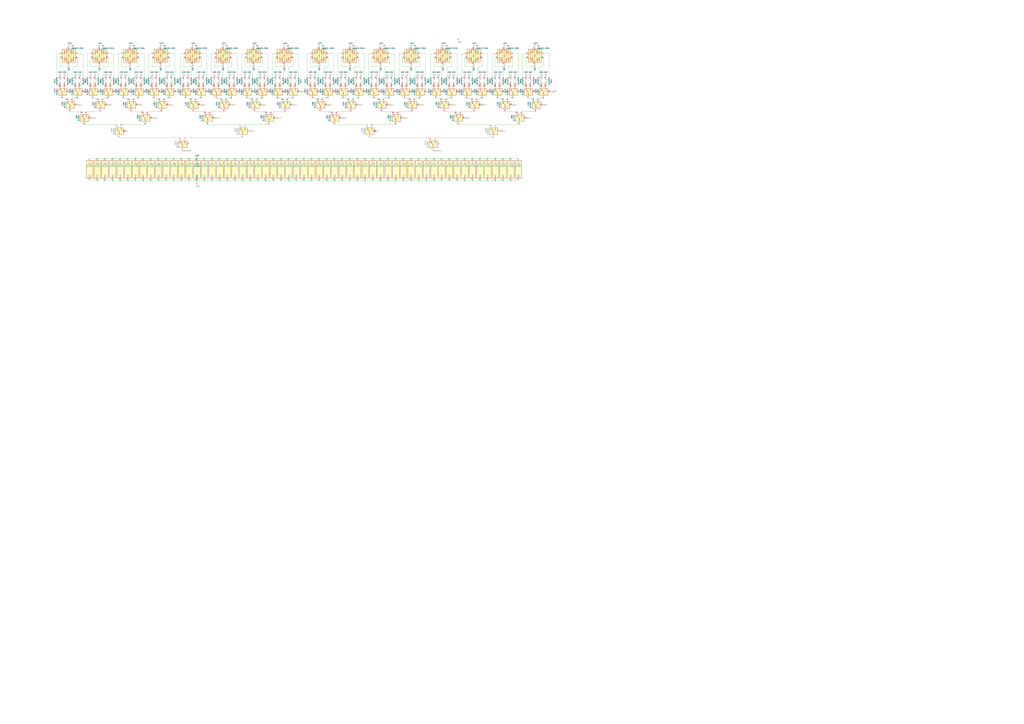
<source format=kicad_sch>
(kicad_sch (version 20230121) (generator eeschema)
  (paper "A0")
  (junction (at 337.82 99.06))
  (junction (at 544.83 99.06))
  (junction (at 419.1 99.06))
  (junction (at 401.32 99.06))
  (junction (at 433.07 184.15))
  (junction (at 593.09 184.15))
  (junction (at 148.59 184.15))
  (junction (at 485.14 99.06))
  (junction (at 424.18 184.15))
  (junction (at 454.66 99.06))
  (junction (at 459.74 209.55))
  (junction (at 449.58 99.06))
  (junction (at 213.36 99.06))
  (junction (at 228.6 184.15))
  (junction (at 140.97 99.06))
  (junction (at 157.48 184.15))
  (junction (at 468.63 184.15))
  (junction (at 157.48 209.55))
  (junction (at 467.36 99.06))
  (junction (at 228.6 209.55))
  (junction (at 87.63 99.06))
  (junction (at 615.95 99.06))
  (junction (at 575.31 184.15))
  (junction (at 299.72 184.15))
  (junction (at 584.2 184.15))
  (junction (at 361.95 209.55))
  (junction (at 370.84 184.15))
  (junction (at 495.3 184.15))
  (junction (at 406.4 184.15))
  (junction (at 477.52 184.15))
  (junction (at 415.29 184.15))
  (junction (at 360.68 99.06))
  (junction (at 353.06 209.55))
  (junction (at 113.03 209.55))
  (junction (at 317.5 184.15))
  (junction (at 509.27 99.06))
  (junction (at 246.38 209.55))
  (junction (at 325.12 99.06))
  (junction (at 633.73 99.06))
  (junction (at 396.24 99.06))
  (junction (at 307.34 99.06))
  (junction (at 370.84 209.55))
  (junction (at 504.19 184.15))
  (junction (at 128.27 99.06))
  (junction (at 193.04 209.55))
  (junction (at 521.97 209.55))
  (junction (at 548.64 184.15))
  (junction (at 148.59 209.55))
  (junction (at 378.46 99.06))
  (junction (at 441.96 184.15))
  (junction (at 539.75 184.15))
  (junction (at 140.97 144.78))
  (junction (at 219.71 209.55))
  (junction (at 383.54 99.06))
  (junction (at 379.73 184.15))
  (junction (at 388.62 209.55))
  (junction (at 246.38 184.15))
  (junction (at 218.44 99.06))
  (junction (at 504.19 209.55))
  (junction (at 281.94 209.55))
  (junction (at 166.37 209.55))
  (junction (at 105.41 99.06))
  (junction (at 344.17 184.15))
  (junction (at 326.39 209.55))
  (junction (at 231.14 99.06))
  (junction (at 176.53 99.06))
  (junction (at 175.26 209.55))
  (junction (at 335.28 209.55))
  (junction (at 273.05 209.55))
  (junction (at 486.41 209.55))
  (junction (at 299.72 209.55))
  (junction (at 248.92 99.06))
  (junction (at 236.22 99.06))
  (junction (at 184.15 184.15))
  (junction (at 513.08 184.15))
  (junction (at 575.31 99.06))
  (junction (at 436.88 99.06))
  (junction (at 539.75 99.06))
  (junction (at 264.16 184.15))
  (junction (at 562.61 99.06))
  (junction (at 580.39 99.06))
  (junction (at 521.97 184.15))
  (junction (at 146.05 99.06))
  (junction (at 566.42 184.15))
  (junction (at 181.61 99.06))
  (junction (at 335.28 184.15))
  (junction (at 557.53 99.06))
  (junction (at 219.71 184.15))
  (junction (at 365.76 99.06))
  (junction (at 130.81 209.55))
  (junction (at 379.73 209.55))
  (junction (at 530.86 184.15))
  (junction (at 121.92 209.55))
  (junction (at 598.17 99.06))
  (junction (at 353.06 184.15))
  (junction (at 397.51 209.55))
  (junction (at 575.31 209.55))
  (junction (at 414.02 99.06))
  (junction (at 317.5 209.55))
  (junction (at 175.26 184.15))
  (junction (at 184.15 209.55))
  (junction (at 210.82 209.55))
  (junction (at 284.48 99.06))
  (junction (at 557.53 184.15))
  (junction (at 628.65 99.06))
  (junction (at 74.93 99.06))
  (junction (at 468.63 209.55))
  (junction (at 199.39 99.06))
  (junction (at 166.37 184.15))
  (junction (at 281.94 184.15))
  (junction (at 201.93 209.55))
  (junction (at 490.22 99.06))
  (junction (at 289.56 99.06))
  (junction (at 342.9 99.06))
  (junction (at 593.09 209.55))
  (junction (at 566.42 209.55))
  (junction (at 450.85 184.15))
  (junction (at 266.7 99.06))
  (junction (at 237.49 184.15))
  (junction (at 424.18 209.55))
  (junction (at 193.04 184.15))
  (junction (at 397.51 184.15))
  (junction (at 69.85 99.06))
  (junction (at 431.8 99.06))
  (junction (at 158.75 99.06))
  (junction (at 539.75 209.55))
  (junction (at 584.2 209.55))
  (junction (at 344.17 209.55))
  (junction (at 163.83 99.06))
  (junction (at 273.05 184.15))
  (junction (at 271.78 99.06))
  (junction (at 92.71 99.06))
  (junction (at 194.31 99.06))
  (junction (at 548.64 209.55))
  (junction (at 290.83 184.15))
  (junction (at 486.41 184.15))
  (junction (at 406.4 209.55))
  (junction (at 361.95 184.15))
  (junction (at 504.19 99.06))
  (junction (at 264.16 209.55))
  (junction (at 254 99.06))
  (junction (at 210.82 184.15))
  (junction (at 450.85 209.55))
  (junction (at 459.74 184.15))
  (junction (at 290.83 209.55))
  (junction (at 513.08 209.55))
  (junction (at 201.93 184.15))
  (junction (at 441.96 209.55))
  (junction (at 255.27 209.55))
  (junction (at 388.62 184.15))
  (junction (at 415.29 209.55))
  (junction (at 527.05 99.06))
  (junction (at 308.61 184.15))
  (junction (at 302.26 99.06))
  (junction (at 139.7 209.55))
  (junction (at 123.19 99.06))
  (junction (at 472.44 99.06))
  (junction (at 530.86 209.55))
  (junction (at 557.53 209.55))
  (junction (at 593.09 99.06))
  (junction (at 477.52 209.55))
  (junction (at 326.39 184.15))
  (junction (at 110.49 99.06))
  (junction (at 431.8 144.78))
  (junction (at 139.7 184.15))
  (junction (at 121.92 184.15))
  (junction (at 113.03 184.15))
  (junction (at 433.07 209.55))
  (junction (at 495.3 209.55))
  (junction (at 130.81 184.15))
  (junction (at 308.61 209.55))
  (junction (at 320.04 99.06))
  (junction (at 610.87 99.06))
  (junction (at 521.97 99.06))
  (junction (at 255.27 184.15))
  (junction (at 237.49 209.55))
  (no_connect (at 645.16 105.41))
  (no_connect (at 574.04 105.41))
  (no_connect (at 502.92 105.41))
  (no_connect (at 354.33 105.41))
  (no_connect (at 430.53 105.41))
  (no_connect (at 212.09 105.41))
  (no_connect (at 283.21 105.41))
  (no_connect (at 139.7 105.41))
  (wire (pts (xy 548.64 77.47) (xy 539.75 77.47)))
  (wire (pts (xy 185.42 99.06) (xy 185.42 77.47)))
  (wire (pts (xy 233.68 67.31) (xy 233.68 77.47)))
  (wire (pts (xy 201.93 184.15) (xy 210.82 184.15)))
  (wire (pts (xy 83.82 114.3) (xy 90.17 114.3)))
  (wire (pts (xy 441.96 184.15) (xy 450.85 184.15)))
  (wire (pts (xy 210.82 209.55) (xy 219.71 209.55)))
  (wire (pts (xy 96.52 99.06) (xy 92.71 99.06)))
  (wire (pts (xy 166.37 184.15) (xy 175.26 184.15)))
  (wire (pts (xy 139.7 209.55) (xy 148.59 209.55)))
  (wire (pts (xy 477.52 184.15) (xy 486.41 184.15)))
  (wire (pts (xy 317.5 209.55) (xy 326.39 209.55)))
  (wire (pts (xy 245.11 62.23) (xy 245.11 99.06)))
  (wire (pts (xy 447.04 99.06) (xy 449.58 99.06)))
  (wire (pts (xy 334.01 114.3) (xy 340.36 114.3)))
  (wire (pts (xy 575.31 209.55) (xy 584.2 209.55)))
  (wire (pts (xy 370.84 184.15) (xy 379.73 184.15)))
  (wire (pts (xy 487.68 77.47) (xy 482.6 77.47)))
  (wire (pts (xy 447.04 77.47) (xy 447.04 99.06)))
  (wire (pts (xy 240.03 62.23) (xy 240.03 99.06)))
  (wire (pts (xy 469.9 114.3) (xy 476.25 114.3)))
  (wire (pts (xy 631.19 77.47) (xy 626.11 77.47)))
  (wire (pts (xy 248.92 62.23) (xy 245.11 62.23)))
  (wire (pts (xy 580.39 99.06) (xy 584.2 99.06)))
  (wire (pts (xy 575.31 184.15) (xy 584.2 184.15)))
  (wire (pts (xy 521.97 209.55) (xy 530.86 209.55)))
  (wire (pts (xy 495.3 184.15) (xy 504.19 184.15)))
  (wire (pts (xy 96.52 62.23) (xy 96.52 99.06)))
  (wire (pts (xy 566.42 184.15) (xy 575.31 184.15)))
  (wire (pts (xy 472.44 99.06) (xy 476.25 99.06)))
  (wire (pts (xy 287.02 114.3) (xy 293.37 114.3)))
  (wire (pts (xy 524.51 77.47) (xy 519.43 77.47)))
  (wire (pts (xy 299.72 184.15) (xy 308.61 184.15)))
  (wire (pts (xy 544.83 99.06) (xy 548.64 99.06)))
  (wire (pts (xy 228.6 77.47) (xy 228.6 99.06)))
  (wire (pts (xy 152.4 129.54) (xy 166.37 129.54)))
  (wire (pts (xy 262.89 114.3) (xy 269.24 114.3)))
  (wire (pts (xy 415.29 209.55) (xy 424.18 209.55)))
  (wire (pts (xy 233.68 62.23) (xy 240.03 62.23)))
  (wire (pts (xy 387.35 62.23) (xy 387.35 99.06)))
  (wire (pts (xy 406.4 184.15) (xy 415.29 184.15)))
  (wire (pts (xy 204.47 106.68) (xy 205.74 106.68)))
  (wire (pts (xy 506.73 114.3) (xy 513.08 114.3)))
  (wire (pts (xy 335.28 209.55) (xy 344.17 209.55)))
  (wire (pts (xy 392.43 99.06) (xy 396.24 99.06)))
  (wire (pts (xy 605.79 129.54) (xy 622.3 129.54)))
  (wire (pts (xy 191.77 99.06) (xy 194.31 99.06)))
  (wire (pts (xy 495.3 209.55) (xy 504.19 209.55)))
  (wire (pts (xy 463.55 62.23) (xy 463.55 99.06)))
  (wire (pts (xy 607.06 62.23) (xy 607.06 99.06)))
  (wire (pts (xy 326.39 184.15) (xy 335.28 184.15)))
  (wire (pts (xy 388.62 184.15) (xy 397.51 184.15)))
  (wire (pts (xy 500.38 62.23) (xy 500.38 99.06)))
  (wire (pts (xy 401.32 99.06) (xy 405.13 99.06)))
  (wire (pts (xy 148.59 209.55) (xy 157.48 209.55)))
  (wire (pts (xy 416.56 62.23) (xy 422.91 62.23)))
  (wire (pts (xy 110.49 99.06) (xy 114.3 99.06)))
  (wire (pts (xy 500.38 99.06) (xy 504.19 99.06)))
  (wire (pts (xy 504.19 62.23) (xy 500.38 62.23)))
  (wire (pts (xy 422.91 62.23) (xy 422.91 99.06)))
  (wire (pts (xy 320.04 77.47) (xy 320.04 67.31)))
  (wire (pts (xy 422.91 99.06) (xy 419.1 99.06)))
  (wire (pts (xy 69.85 77.47) (xy 69.85 67.31)))
  (wire (pts (xy 146.05 99.06) (xy 149.86 99.06)))
  (wire (pts (xy 275.59 99.06) (xy 271.78 99.06)))
  (wire (pts (xy 396.24 62.23) (xy 392.43 62.23)))
  (wire (pts (xy 100.33 129.54) (xy 116.84 129.54)))
  (wire (pts (xy 175.26 209.55) (xy 184.15 209.55)))
  (wire (pts (xy 328.93 77.47) (xy 320.04 77.47)))
  (wire (pts (xy 140.97 144.78) (xy 168.91 144.78)))
  (wire (pts (xy 504.19 77.47) (xy 504.19 67.31)))
  (wire (pts (xy 284.48 77.47) (xy 284.48 67.31)))
  (wire (pts (xy 356.87 99.06) (xy 360.68 99.06)))
  (wire (pts (xy 85.09 77.47) (xy 85.09 99.06)))
  (wire (pts (xy 392.43 62.23) (xy 392.43 99.06)))
  (wire (pts (xy 624.84 114.3) (xy 631.19 114.3)))
  (wire (pts (xy 415.29 184.15) (xy 424.18 184.15)))
  (wire (pts (xy 222.25 77.47) (xy 213.36 77.47)))
  (wire (pts (xy 311.15 62.23) (xy 311.15 99.06)))
  (wire (pts (xy 137.16 99.06) (xy 140.97 99.06)))
  (wire (pts (xy 388.62 144.78) (xy 426.72 144.78)))
  (wire (pts (xy 308.61 184.15) (xy 317.5 184.15)))
  (wire (pts (xy 369.57 77.47) (xy 360.68 77.47)))
  (wire (pts (xy 468.63 209.55) (xy 477.52 209.55)))
  (wire (pts (xy 90.17 77.47) (xy 85.09 77.47)))
  (wire (pts (xy 218.44 99.06) (xy 222.25 99.06)))
  (wire (pts (xy 637.54 62.23) (xy 637.54 99.06)))
  (wire (pts (xy 101.6 62.23) (xy 101.6 99.06)))
  (wire (pts (xy 149.86 77.47) (xy 140.97 77.47)))
  (wire (pts (xy 156.21 77.47) (xy 156.21 99.06)))
  (wire (pts (xy 184.15 184.15) (xy 193.04 184.15)))
  (wire (pts (xy 513.08 77.47) (xy 504.19 77.47)))
  (wire (pts (xy 590.55 77.47) (xy 590.55 99.06)))
  (wire (pts (xy 524.51 67.31) (xy 524.51 77.47)))
  (wire (pts (xy 631.19 62.23) (xy 637.54 62.23)))
  (wire (pts (xy 360.68 77.47) (xy 360.68 67.31)))
  (wire (pts (xy 78.74 99.06) (xy 78.74 77.47)))
  (wire (pts (xy 101.6 99.06) (xy 105.41 99.06)))
  (wire (pts (xy 436.88 99.06) (xy 440.69 99.06)))
  (wire (pts (xy 590.55 99.06) (xy 593.09 99.06)))
  (wire (pts (xy 619.76 77.47) (xy 610.87 77.47)))
  (wire (pts (xy 344.17 184.15) (xy 353.06 184.15)))
  (wire (pts (xy 452.12 77.47) (xy 447.04 77.47)))
  (wire (pts (xy 416.56 77.47) (xy 411.48 77.47)))
  (wire (pts (xy 203.2 99.06) (xy 199.39 99.06)))
  (wire (pts (xy 504.19 184.15) (xy 513.08 184.15)))
  (wire (pts (xy 104.14 184.15) (xy 113.03 184.15)))
  (wire (pts (xy 140.97 62.23) (xy 137.16 62.23)))
  (wire (pts (xy 340.36 77.47) (xy 335.28 77.47)))
  (wire (pts (xy 107.95 114.3) (xy 114.3 114.3)))
  (wire (pts (xy 132.08 99.06) (xy 128.27 99.06)))
  (wire (pts (xy 566.42 209.55) (xy 575.31 209.55)))
  (wire (pts (xy 467.36 77.47) (xy 467.36 67.31)))
  (wire (pts (xy 140.97 77.47) (xy 140.97 67.31)))
  (wire (pts (xy 273.05 209.55) (xy 281.94 209.55)))
  (wire (pts (xy 513.08 184.15) (xy 521.97 184.15)))
  (wire (pts (xy 553.72 114.3) (xy 560.07 114.3)))
  (wire (pts (xy 391.16 129.54) (xy 407.67 129.54)))
  (wire (pts (xy 237.49 209.55) (xy 246.38 209.55)))
  (wire (pts (xy 314.96 129.54) (xy 331.47 129.54)))
  (wire (pts (xy 269.24 67.31) (xy 269.24 77.47)))
  (wire (pts (xy 113.03 209.55) (xy 121.92 209.55)))
  (wire (pts (xy 434.34 114.3) (xy 440.69 114.3)))
  (wire (pts (xy 264.16 209.55) (xy 273.05 209.55)))
  (wire (pts (xy 554.99 77.47) (xy 554.99 99.06)))
  (wire (pts (xy 431.8 77.47) (xy 431.8 67.31)))
  (wire (pts (xy 416.56 67.31) (xy 416.56 77.47)))
  (wire (pts (xy 304.8 62.23) (xy 311.15 62.23)))
  (wire (pts (xy 214.63 160.02) (xy 281.94 160.02)))
  (wire (pts (xy 193.04 184.15) (xy 201.93 184.15)))
  (wire (pts (xy 534.67 129.54) (xy 551.18 129.54)))
  (wire (pts (xy 637.54 99.06) (xy 633.73 99.06)))
  (wire (pts (xy 196.85 77.47) (xy 191.77 77.47)))
  (wire (pts (xy 114.3 99.06) (xy 114.3 77.47)))
  (wire (pts (xy 209.55 99.06) (xy 213.36 99.06)))
  (wire (pts (xy 482.6 77.47) (xy 482.6 99.06)))
  (wire (pts (xy 607.06 99.06) (xy 610.87 99.06)))
  (wire (pts (xy 304.8 67.31) (xy 304.8 77.47)))
  (wire (pts (xy 482.6 99.06) (xy 485.14 99.06)))
  (wire (pts (xy 72.39 114.3) (xy 78.74 114.3)))
  (wire (pts (xy 97.79 144.78) (xy 135.89 144.78)))
  (wire (pts (xy 143.51 114.3) (xy 149.86 114.3)))
  (wire (pts (xy 185.42 77.47) (xy 176.53 77.47)))
  (wire (pts (xy 125.73 67.31) (xy 125.73 77.47)))
  (wire (pts (xy 281.94 184.15) (xy 290.83 184.15)))
  (wire (pts (xy 322.58 114.3) (xy 328.93 114.3)))
  (wire (pts (xy 513.08 99.06) (xy 513.08 77.47)))
  (wire (pts (xy 554.99 99.06) (xy 557.53 99.06)))
  (wire (pts (xy 264.16 99.06) (xy 266.7 99.06)))
  (wire (pts (xy 356.87 62.23) (xy 356.87 99.06)))
  (wire (pts (xy 476.25 99.06) (xy 476.25 77.47)))
  (wire (pts (xy 243.84 129.54) (xy 260.35 129.54)))
  (wire (pts (xy 241.3 144.78) (xy 279.4 144.78)))
  (wire (pts (xy 240.03 99.06) (xy 236.22 99.06)))
  (wire (pts (xy 542.29 114.3) (xy 548.64 114.3)))
  (wire (pts (xy 539.75 62.23) (xy 535.94 62.23)))
  (wire (pts (xy 228.6 212.09) (xy 228.6 209.55)))
  (wire (pts (xy 298.45 114.3) (xy 304.8 114.3)))
  (wire (pts (xy 196.85 62.23) (xy 203.2 62.23)))
  (wire (pts (xy 280.67 99.06) (xy 284.48 99.06)))
  (wire (pts (xy 441.96 209.55) (xy 450.85 209.55)))
  (wire (pts (xy 557.53 184.15) (xy 566.42 184.15)))
  (wire (pts (xy 224.79 129.54) (xy 238.76 129.54)))
  (wire (pts (xy 81.28 129.54) (xy 95.25 129.54)))
  (wire (pts (xy 433.07 184.15) (xy 441.96 184.15)))
  (wire (pts (xy 443.23 129.54) (xy 457.2 129.54)))
  (wire (pts (xy 459.74 209.55) (xy 468.63 209.55)))
  (wire (pts (xy 190.5 114.3) (xy 196.85 114.3)))
  (wire (pts (xy 397.51 209.55) (xy 406.4 209.55)))
  (wire (pts (xy 66.04 99.06) (xy 69.85 99.06)))
  (wire (pts (xy 548.64 184.15) (xy 557.53 184.15)))
  (wire (pts (xy 210.82 184.15) (xy 219.71 184.15)))
  (wire (pts (xy 196.85 67.31) (xy 196.85 77.47)))
  (wire (pts (xy 121.92 184.15) (xy 130.81 184.15)))
  (wire (pts (xy 74.93 99.06) (xy 78.74 99.06)))
  (wire (pts (xy 167.64 62.23) (xy 167.64 99.06)))
  (wire (pts (xy 154.94 114.3) (xy 161.29 114.3)))
  (wire (pts (xy 328.93 99.06) (xy 328.93 77.47)))
  (wire (pts (xy 487.68 62.23) (xy 494.03 62.23)))
  (wire (pts (xy 405.13 99.06) (xy 405.13 77.47)))
  (wire (pts (xy 436.88 152.4) (xy 433.07 152.4)))
  (wire (pts (xy 335.28 77.47) (xy 335.28 99.06)))
  (wire (pts (xy 346.71 99.06) (xy 342.9 99.06)))
  (wire (pts (xy 264.16 77.47) (xy 264.16 99.06)))
  (wire (pts (xy 539.75 184.15) (xy 548.64 184.15)))
  (wire (pts (xy 317.5 184.15) (xy 326.39 184.15)))
  (wire (pts (xy 462.28 129.54) (xy 478.79 129.54)))
  (wire (pts (xy 184.15 209.55) (xy 193.04 209.55)))
  (wire (pts (xy 237.49 184.15) (xy 246.38 184.15)))
  (wire (pts (xy 476.25 77.47) (xy 467.36 77.47)))
  (wire (pts (xy 619.76 99.06) (xy 619.76 77.47)))
  (wire (pts (xy 601.98 62.23) (xy 601.98 99.06)))
  (wire (pts (xy 504.19 209.55) (xy 513.08 209.55)))
  (wire (pts (xy 353.06 209.55) (xy 361.95 209.55)))
  (wire (pts (xy 530.86 209.55) (xy 539.75 209.55)))
  (wire (pts (xy 440.69 99.06) (xy 440.69 77.47)))
  (wire (pts (xy 595.63 67.31) (xy 595.63 77.47)))
  (wire (pts (xy 176.53 77.47) (xy 176.53 67.31)))
  (wire (pts (xy 487.68 67.31) (xy 487.68 77.47)))
  (wire (pts (xy 269.24 77.47) (xy 264.16 77.47)))
  (wire (pts (xy 104.14 209.55) (xy 113.03 209.55)))
  (wire (pts (xy 495.3 106.68) (xy 496.57 106.68)))
  (wire (pts (xy 228.6 209.55) (xy 237.49 209.55)))
  (wire (pts (xy 273.05 184.15) (xy 281.94 184.15)))
  (wire (pts (xy 406.4 209.55) (xy 415.29 209.55)))
  (wire (pts (xy 325.12 99.06) (xy 328.93 99.06)))
  (wire (pts (xy 222.25 99.06) (xy 222.25 77.47)))
  (wire (pts (xy 289.56 99.06) (xy 293.37 99.06)))
  (wire (pts (xy 610.87 62.23) (xy 607.06 62.23)))
  (wire (pts (xy 571.5 99.06) (xy 575.31 99.06)))
  (wire (pts (xy 370.84 209.55) (xy 379.73 209.55)))
  (wire (pts (xy 486.41 184.15) (xy 495.3 184.15)))
  (wire (pts (xy 363.22 114.3) (xy 369.57 114.3)))
  (wire (pts (xy 227.33 114.3) (xy 233.68 114.3)))
  (wire (pts (xy 175.26 184.15) (xy 184.15 184.15)))
  (wire (pts (xy 595.63 62.23) (xy 601.98 62.23)))
  (wire (pts (xy 361.95 184.15) (xy 370.84 184.15)))
  (wire (pts (xy 631.19 67.31) (xy 631.19 77.47)))
  (wire (pts (xy 335.28 184.15) (xy 344.17 184.15)))
  (wire (pts (xy 584.2 77.47) (xy 575.31 77.47)))
  (wire (pts (xy 130.81 209.55) (xy 139.7 209.55)))
  (wire (pts (xy 458.47 62.23) (xy 458.47 99.06)))
  (wire (pts (xy 459.74 184.15) (xy 468.63 184.15)))
  (wire (pts (xy 219.71 184.15) (xy 228.6 184.15)))
  (wire (pts (xy 505.46 160.02) (xy 572.77 160.02)))
  (wire (pts (xy 519.43 77.47) (xy 519.43 99.06)))
  (wire (pts (xy 535.94 99.06) (xy 539.75 99.06)))
  (wire (pts (xy 411.48 99.06) (xy 414.02 99.06)))
  (wire (pts (xy 381 62.23) (xy 387.35 62.23)))
  (wire (pts (xy 326.39 209.55) (xy 335.28 209.55)))
  (wire (pts (xy 201.93 209.55) (xy 210.82 209.55)))
  (wire (pts (xy 530.86 62.23) (xy 530.86 99.06)))
  (wire (pts (xy 535.94 62.23) (xy 535.94 99.06)))
  (wire (pts (xy 255.27 184.15) (xy 264.16 184.15)))
  (wire (pts (xy 481.33 114.3) (xy 487.68 114.3)))
  (wire (pts (xy 405.13 77.47) (xy 396.24 77.47)))
  (wire (pts (xy 450.85 209.55) (xy 459.74 209.55)))
  (wire (pts (xy 269.24 62.23) (xy 275.59 62.23)))
  (wire (pts (xy 69.85 62.23) (xy 66.04 62.23)))
  (wire (pts (xy 275.59 62.23) (xy 275.59 99.06)))
  (wire (pts (xy 571.5 62.23) (xy 571.5 99.06)))
  (wire (pts (xy 209.55 62.23) (xy 209.55 99.06)))
  (wire (pts (xy 125.73 62.23) (xy 132.08 62.23)))
  (wire (pts (xy 105.41 77.47) (xy 105.41 67.31)))
  (wire (pts (xy 486.41 209.55) (xy 495.3 209.55)))
  (wire (pts (xy 374.65 114.3) (xy 381 114.3)))
  (wire (pts (xy 513.08 209.55) (xy 521.97 209.55)))
  (wire (pts (xy 557.53 209.55) (xy 566.42 209.55)))
  (wire (pts (xy 532.13 144.78) (xy 570.23 144.78)))
  (wire (pts (xy 613.41 114.3) (xy 619.76 114.3)))
  (wire (pts (xy 509.27 99.06) (xy 513.08 99.06)))
  (wire (pts (xy 601.98 99.06) (xy 598.17 99.06)))
  (wire (pts (xy 146.05 152.4) (xy 142.24 152.4)))
  (wire (pts (xy 138.43 144.78) (xy 140.97 144.78)))
  (wire (pts (xy 463.55 99.06) (xy 467.36 99.06)))
  (wire (pts (xy 450.85 184.15) (xy 459.74 184.15)))
  (wire (pts (xy 539.75 77.47) (xy 539.75 67.31)))
  (wire (pts (xy 515.62 129.54) (xy 529.59 129.54)))
  (wire (pts (xy 228.6 184.15) (xy 237.49 184.15)))
  (wire (pts (xy 299.72 209.55) (xy 308.61 209.55)))
  (wire (pts (xy 304.8 77.47) (xy 299.72 77.47)))
  (wire (pts (xy 548.64 209.55) (xy 557.53 209.55)))
  (wire (pts (xy 203.2 62.23) (xy 203.2 99.06)))
  (wire (pts (xy 248.92 77.47) (xy 248.92 67.31)))
  (wire (pts (xy 320.04 62.23) (xy 316.23 62.23)))
  (wire (pts (xy 167.64 99.06) (xy 163.83 99.06)))
  (wire (pts (xy 121.92 209.55) (xy 130.81 209.55)))
  (wire (pts (xy 593.09 184.15) (xy 601.98 184.15)))
  (wire (pts (xy 215.9 114.3) (xy 222.25 114.3)))
  (wire (pts (xy 375.92 99.06) (xy 378.46 99.06)))
  (wire (pts (xy 530.86 99.06) (xy 527.05 99.06)))
  (wire (pts (xy 280.67 62.23) (xy 280.67 99.06)))
  (wire (pts (xy 257.81 77.47) (xy 248.92 77.47)))
  (wire (pts (xy 575.31 144.78) (xy 603.25 144.78)))
  (wire (pts (xy 171.45 129.54) (xy 187.96 129.54)))
  (wire (pts (xy 396.24 77.47) (xy 396.24 67.31)))
  (wire (pts (xy 381 67.31) (xy 381 77.47)))
  (wire (pts (xy 148.59 184.15) (xy 157.48 184.15)))
  (wire (pts (xy 193.04 209.55) (xy 201.93 209.55)))
  (wire (pts (xy 566.42 62.23) (xy 566.42 99.06)))
  (wire (pts (xy 458.47 99.06) (xy 454.66 99.06)))
  (wire (pts (xy 228.6 99.06) (xy 231.14 99.06)))
  (wire (pts (xy 353.06 184.15) (xy 361.95 184.15)))
  (wire (pts (xy 387.35 99.06) (xy 383.54 99.06)))
  (wire (pts (xy 411.48 77.47) (xy 411.48 99.06)))
  (wire (pts (xy 410.21 114.3) (xy 416.56 114.3)))
  (wire (pts (xy 433.07 209.55) (xy 441.96 209.55)))
  (wire (pts (xy 290.83 184.15) (xy 299.72 184.15)))
  (wire (pts (xy 245.11 99.06) (xy 248.92 99.06)))
  (wire (pts (xy 149.86 99.06) (xy 149.86 77.47)))
  (wire (pts (xy 539.75 209.55) (xy 548.64 209.55)))
  (wire (pts (xy 575.31 77.47) (xy 575.31 67.31)))
  (wire (pts (xy 548.64 99.06) (xy 548.64 77.47)))
  (wire (pts (xy 233.68 77.47) (xy 228.6 77.47)))
  (wire (pts (xy 172.72 62.23) (xy 172.72 99.06)))
  (wire (pts (xy 388.62 209.55) (xy 397.51 209.55)))
  (wire (pts (xy 257.81 99.06) (xy 257.81 77.47)))
  (wire (pts (xy 85.09 99.06) (xy 87.63 99.06)))
  (wire (pts (xy 575.31 62.23) (xy 571.5 62.23)))
  (wire (pts (xy 452.12 62.23) (xy 458.47 62.23)))
  (wire (pts (xy 137.16 62.23) (xy 137.16 99.06)))
  (wire (pts (xy 424.18 209.55) (xy 433.07 209.55)))
  (wire (pts (xy 316.23 99.06) (xy 320.04 99.06)))
  (wire (pts (xy 346.71 62.23) (xy 346.71 99.06)))
  (wire (pts (xy 290.83 209.55) (xy 299.72 209.55)))
  (wire (pts (xy 626.11 99.06) (xy 628.65 99.06)))
  (wire (pts (xy 560.07 62.23) (xy 566.42 62.23)))
  (wire (pts (xy 431.8 62.23) (xy 427.99 62.23)))
  (wire (pts (xy 132.08 62.23) (xy 132.08 99.06)))
  (wire (pts (xy 381 77.47) (xy 375.92 77.47)))
  (wire (pts (xy 477.52 209.55) (xy 486.41 209.55)))
  (wire (pts (xy 213.36 77.47) (xy 213.36 67.31)))
  (wire (pts (xy 518.16 114.3) (xy 524.51 114.3)))
  (wire (pts (xy 566.42 99.06) (xy 562.61 99.06)))
  (wire (pts (xy 120.65 99.06) (xy 123.19 99.06)))
  (wire (pts (xy 429.26 160.02) (xy 500.38 160.02)))
  (wire (pts (xy 521.97 184.15) (xy 530.86 184.15)))
  (wire (pts (xy 584.2 99.06) (xy 584.2 77.47)))
  (wire (pts (xy 246.38 209.55) (xy 255.27 209.55)))
  (wire (pts (xy 119.38 114.3) (xy 125.73 114.3)))
  (wire (pts (xy 293.37 77.47) (xy 284.48 77.47)))
  (wire (pts (xy 90.17 62.23) (xy 96.52 62.23)))
  (wire (pts (xy 584.2 209.55) (xy 593.09 209.55)))
  (wire (pts (xy 251.46 114.3) (xy 257.81 114.3)))
  (wire (pts (xy 379.73 209.55) (xy 388.62 209.55)))
  (wire (pts (xy 172.72 99.06) (xy 176.53 99.06)))
  (wire (pts (xy 161.29 62.23) (xy 167.64 62.23)))
  (wire (pts (xy 213.36 62.23) (xy 209.55 62.23)))
  (wire (pts (xy 615.95 99.06) (xy 619.76 99.06)))
  (wire (pts (xy 130.81 184.15) (xy 139.7 184.15)))
  (wire (pts (xy 255.27 209.55) (xy 264.16 209.55)))
  (wire (pts (xy 365.76 99.06) (xy 369.57 99.06)))
  (wire (pts (xy 316.23 62.23) (xy 316.23 99.06)))
  (wire (pts (xy 181.61 99.06) (xy 185.42 99.06)))
  (wire (pts (xy 494.03 62.23) (xy 494.03 99.06)))
  (wire (pts (xy 219.71 209.55) (xy 228.6 209.55)))
  (wire (pts (xy 589.28 114.3) (xy 595.63 114.3)))
  (wire (pts (xy 105.41 62.23) (xy 101.6 62.23)))
  (wire (pts (xy 494.03 99.06) (xy 490.22 99.06)))
  (wire (pts (xy 191.77 77.47) (xy 191.77 99.06)))
  (wire (pts (xy 429.26 144.78) (xy 431.8 144.78)))
  (wire (pts (xy 360.68 62.23) (xy 356.87 62.23)))
  (wire (pts (xy 519.43 99.06) (xy 521.97 99.06)))
  (wire (pts (xy 138.43 160.02) (xy 209.55 160.02)))
  (wire (pts (xy 293.37 99.06) (xy 293.37 77.47)))
  (wire (pts (xy 379.73 184.15) (xy 388.62 184.15)))
  (wire (pts (xy 577.85 114.3) (xy 584.2 114.3)))
  (wire (pts (xy 340.36 67.31) (xy 340.36 77.47)))
  (wire (pts (xy 246.38 184.15) (xy 255.27 184.15)))
  (wire (pts (xy 299.72 99.06) (xy 302.26 99.06)))
  (wire (pts (xy 156.21 99.06) (xy 158.75 99.06)))
  (wire (pts (xy 161.29 77.47) (xy 156.21 77.47)))
  (wire (pts (xy 586.74 129.54) (xy 600.71 129.54)))
  (wire (pts (xy 427.99 99.06) (xy 431.8 99.06)))
  (wire (pts (xy 397.51 184.15) (xy 406.4 184.15)))
  (wire (pts (xy 369.57 99.06) (xy 369.57 77.47)))
  (wire (pts (xy 524.51 62.23) (xy 530.86 62.23)))
  (wire (pts (xy 530.86 184.15) (xy 539.75 184.15)))
  (wire (pts (xy 125.73 77.47) (xy 120.65 77.47)))
  (wire (pts (xy 398.78 114.3) (xy 405.13 114.3)))
  (wire (pts (xy 427.99 62.23) (xy 427.99 99.06)))
  (wire (pts (xy 340.36 62.23) (xy 346.71 62.23)))
  (wire (pts (xy 157.48 209.55) (xy 166.37 209.55)))
  (wire (pts (xy 424.18 184.15) (xy 433.07 184.15)))
  (wire (pts (xy 308.61 209.55) (xy 317.5 209.55)))
  (wire (pts (xy 264.16 184.15) (xy 273.05 184.15)))
  (wire (pts (xy 431.8 144.78) (xy 459.74 144.78)))
  (wire (pts (xy 468.63 184.15) (xy 477.52 184.15)))
  (wire (pts (xy 78.74 77.47) (xy 69.85 77.47)))
  (wire (pts (xy 120.65 77.47) (xy 120.65 99.06)))
  (wire (pts (xy 452.12 67.31) (xy 452.12 77.47)))
  (wire (pts (xy 445.77 114.3) (xy 452.12 114.3)))
  (wire (pts (xy 467.36 62.23) (xy 463.55 62.23)))
  (wire (pts (xy 584.2 184.15) (xy 593.09 184.15)))
  (wire (pts (xy 90.17 67.31) (xy 90.17 77.47)))
  (wire (pts (xy 113.03 184.15) (xy 121.92 184.15)))
  (wire (pts (xy 284.48 144.78) (xy 312.42 144.78)))
  (wire (pts (xy 335.28 99.06) (xy 337.82 99.06)))
  (wire (pts (xy 281.94 209.55) (xy 290.83 209.55)))
  (wire (pts (xy 176.53 62.23) (xy 172.72 62.23)))
  (wire (pts (xy 560.07 77.47) (xy 554.99 77.47)))
  (wire (pts (xy 610.87 77.47) (xy 610.87 67.31)))
  (wire (pts (xy 361.95 209.55) (xy 370.84 209.55)))
  (wire (pts (xy 593.09 209.55) (xy 601.98 209.55)))
  (wire (pts (xy 166.37 209.55) (xy 175.26 209.55)))
  (wire (pts (xy 114.3 77.47) (xy 105.41 77.47)))
  (wire (pts (xy 375.92 77.47) (xy 375.92 99.06)))
  (wire (pts (xy 311.15 99.06) (xy 307.34 99.06)))
  (wire (pts (xy 161.29 67.31) (xy 161.29 77.47)))
  (wire (pts (xy 299.72 77.47) (xy 299.72 99.06)))
  (wire (pts (xy 284.48 62.23) (xy 280.67 62.23)))
  (wire (pts (xy 295.91 129.54) (xy 309.88 129.54)))
  (wire (pts (xy 157.48 184.15) (xy 166.37 184.15)))
  (wire (pts (xy 139.7 184.15) (xy 148.59 184.15)))
  (wire (pts (xy 179.07 114.3) (xy 185.42 114.3)))
  (wire (pts (xy 372.11 129.54) (xy 386.08 129.54)))
  (wire (pts (xy 626.11 77.47) (xy 626.11 99.06)))
  (wire (pts (xy 254 99.06) (xy 257.81 99.06)))
  (wire (pts (xy 66.04 62.23) (xy 66.04 99.06)))
  (wire (pts (xy 440.69 77.47) (xy 431.8 77.47)))
  (wire (pts (xy 344.17 209.55) (xy 353.06 209.55)))
  (wire (pts (xy 595.63 77.47) (xy 590.55 77.47)))
  (wire (pts (xy 560.07 67.31) (xy 560.07 77.47)))
  (hierarchical_label "SEL1" (shape input) (at 195.58 121.92 0))
  (hierarchical_label "SEL0" (shape input) (at 276.86 106.68 0))
  (hierarchical_label "SEL1" (shape input) (at 379.73 121.92 0))
  (hierarchical_label "SEL2" (shape input) (at 467.36 137.16 0))
  (hierarchical_label "SEL0" (shape input) (at 223.52 106.68 0))
  (hierarchical_label "SEL3" (shape input) (at 580.39 152.4 0))
  (hierarchical_label "OUTPUT1" (shape input) (at 502.92 175.26 0))
  (hierarchical_label "SEL0" (shape input) (at 496.57 106.68 0))
  (hierarchical_label "SEL3" (shape input) (at 142.24 152.4 0))
  (hierarchical_label "SEL0" (shape input) (at 603.25 106.68 0))
  (hierarchical_label "SEL0" (shape input) (at 186.69 106.68 0))
  (hierarchical_label "SEL0" (shape input) (at 312.42 106.68 0))
  (hierarchical_label "SEL0" (shape input) (at 205.74 106.68 0))
  (hierarchical_label "SEL0" (shape input) (at 115.57 106.68 0))
  (hierarchical_label "SEL1" (shape input) (at 303.53 121.92 0))
  (hierarchical_label "SEL0" (shape input) (at 168.91 106.68 0))
  (hierarchical_label "SEL0" (shape input) (at 133.35 106.68 0))
  (hierarchical_label "SEL2" (shape input) (at 248.92 137.16 0))
  (hierarchical_label "SEL2" (shape input) (at 539.75 137.16 0))
  (hierarchical_label "SEL1" (shape input) (at 88.9 121.92 0))
  (hierarchical_label "SEL1" (shape input) (at 450.85 121.92 0))
  (hierarchical_label "SEL0" (shape input) (at 370.84 106.68 0))
  (hierarchical_label "SEL0" (shape input) (at 97.79 106.68 0))
  (hierarchical_label "SEL0" (shape input) (at 638.81 106.68 0))
  (hierarchical_label "SEL2" (shape input) (at 105.41 137.16 0))
  (hierarchical_label "SEL0" (shape input) (at 585.47 106.68 0))
  (hierarchical_label "SEL0" (shape input) (at 459.74 106.68 0))
  (hierarchical_label "SEL1" (shape input) (at 124.46 121.92 0))
  (hierarchical_label "SEL0" (shape input) (at 477.52 106.68 0))
  (hierarchical_label "SEL3" (shape input) (at 289.56 152.4 0))
  (hierarchical_label "SEL0" (shape input) (at 406.4 106.68 0))
  (hierarchical_label "SEL2" (shape input) (at 320.04 137.16 0))
  (hierarchical_label "SEL0" (shape input) (at 80.01 106.68 0))
  (hierarchical_label "SEL0" (shape input) (at 567.69 106.68 0))
  (hierarchical_label "SEL0" (shape input) (at 330.2 106.68 0))
  (hierarchical_label "SEL1" (shape input) (at 339.09 121.92 0))
  (hierarchical_label "SEL0" (shape input) (at 532.13 106.68 0))
  (hierarchical_label "SEL2" (shape input) (at 396.24 137.16 0))
  (hierarchical_label "SEL0" (shape input) (at 241.3 106.68 0))
  (hierarchical_label "SEL1" (shape input) (at 486.41 121.92 0))
  (hierarchical_label "SEL3" (shape input) (at 433.07 152.4 0))
  (hierarchical_label "SEL0" (shape input) (at 347.98 106.68 0))
  (hierarchical_label "SEL0" (shape input) (at 151.13 106.68 0))
  (hierarchical_label "SEL0" (shape input) (at 549.91 106.68 0))
  (hierarchical_label "SEL0" (shape input) (at 259.08 106.68 0))
  (hierarchical_label "SEL2" (shape input) (at 610.87 137.16 0))
  (hierarchical_label "SEL1" (shape input) (at 558.8 121.92 0))
  (hierarchical_label "SEL0" (shape input) (at 294.64 106.68 0))
  (hierarchical_label "SEL0" (shape input) (at 514.35 106.68 0))
  (hierarchical_label "SEL1" (shape input) (at 267.97 121.92 0))
  (hierarchical_label "SEL0" (shape input) (at 621.03 106.68 0))
  (hierarchical_label "SEL0" (shape input) (at 441.96 106.68 0))
  (hierarchical_label "SEL1" (shape input) (at 232.41 121.92 0))
  (hierarchical_label "SEL1" (shape input) (at 160.02 121.92 0))
  (hierarchical_label "SEL1" (shape input) (at 594.36 121.92 0))
  (hierarchical_label "OUTPUT0" (shape input) (at 212.09 175.26 0))
  (hierarchical_label "SEL1" (shape input) (at 629.92 121.92 0))
  (hierarchical_label "SEL1" (shape input) (at 523.24 121.92 0))
  (hierarchical_label "SEL0" (shape input) (at 388.62 106.68 0))
  (hierarchical_label "SEL2" (shape input) (at 176.53 137.16 0))
  (hierarchical_label "SEL1" (shape input) (at 415.29 121.92 0))
  (hierarchical_label "SEL0" (shape input) (at 424.18 106.68 0))
  (symbol (lib_id "Analog_Switch:FSA3157L6X") (at 69.85 106.68 90) (unit 1)
    (property "Reference" "U17" (at 63.5 105.41 0))
    (property "Value" "BL1551" (at 66.0146 106.68 0))
    (property "Footprint" "Package_TO_SOT_SMD:SOT-363_SC-70-6" (effects hide))
    (property "Datasheet" "https://www.onsemi.com/pub/Collateral/NC7SB3157-D.PDF" (effects hide))
    (instances (project "esp32_midi" (path "" (reference "U17") (unit 1)) (path "" (reference "U33") (unit 1))))
  )
  (symbol (lib_id "Analog_Switch:FSA3157L6X") (at 379.73 196.85 0) (unit 2)
    (property "Reference" "U31" (at 379.73 190.7032 0))
    (property "Value" "BL1551" (at 379.73 193.0146 0))
    (property "Footprint" "Package_TO_SOT_SMD:SOT-363_SC-70-6" (effects hide))
    (property "Datasheet" "https://www.onsemi.com/pub/Collateral/NC7SB3157-D.PDF" (effects hide))
    (instances (project "esp32_midi" (path "" (reference "U31") (unit 2)) (path "" (reference "U63") (unit 2))))
  )
  (symbol (lib_id "Switch:SW_SPST") (at 598.17 93.98 270) (mirror x) (unit 1)
    (property "Reference" "SW11" (at 604.52 93.98 0))
    (property "Value" "SW_SPST" (at 601.98 93.98 0))
    (instances (project "esp32_midi" (path "" (reference "SW11") (unit 1)) (path "" (reference "SW3") (unit 1)) (path "" (reference "SW19") (unit 1)) (path "" (reference "SW27") (unit 1)) (path "" (reference "SW93") (unit 1))))
  )
  (symbol (lib_id "Analog_Switch:FSA3157L6X") (at 335.28 196.85 0) (unit 2)
    (property "Reference" "U31" (at 335.28 190.7032 0))
    (property "Value" "BL1551" (at 335.28 193.0146 0))
    (property "Footprint" "Package_TO_SOT_SMD:SOT-363_SC-70-6" (effects hide))
    (property "Datasheet" "https://www.onsemi.com/pub/Collateral/NC7SB3157-D.PDF" (effects hide))
    (instances (project "esp32_midi" (path "" (reference "U31") (unit 2)) (path "" (reference "U58") (unit 2))))
  )
  (symbol (lib_id "power:GND") (at 370.84 74.93 0) (unit 1)
    (property "Reference" "#PWR?" (effects hide))
    (property "Value" "GND" (at 370.967 78.1812 90) (effects (justify right)))
    (instances (project "esp32_midi" (path "" (reference "#PWR?") (unit 1)) (path "" (reference "#PWR0154") (unit 1)) (path "" (reference "#PWR0135") (unit 1)) (path "" (reference "#PWR0158") (unit 1)) (path "" (reference "#PWR0162") (unit 1)) (path "" (reference "#PWR094") (unit 1))))
  )
  (symbol (lib_id "Switch:SW_SPST") (at 575.31 93.98 90) (unit 1)
    (property "Reference" "SW11" (at 568.96 93.98 0))
    (property "Value" "SW_SPST" (at 571.5 93.98 0))
    (instances (project "esp32_midi" (path "" (reference "SW11") (unit 1)) (path "" (reference "SW3") (unit 1)) (path "" (reference "SW19") (unit 1)) (path "" (reference "SW27") (unit 1)) (path "" (reference "SW90") (unit 1))))
  )
  (symbol (lib_id "Analog_Switch:FSA3157L6X") (at 457.2 137.16 90) (unit 1)
    (property "Reference" "U28" (at 450.85 135.89 0))
    (property "Value" "BL1551" (at 453.3646 137.16 0))
    (property "Footprint" "Package_TO_SOT_SMD:SOT-363_SC-70-6" (effects hide))
    (property "Datasheet" "https://www.onsemi.com/pub/Collateral/NC7SB3157-D.PDF" (effects hide))
    (instances (project "esp32_midi" (path "" (reference "U28") (unit 1)) (path "" (reference "U74") (unit 1))))
  )
  (symbol (lib_id "Switch:SW_SPST") (at 401.32 93.98 270) (mirror x) (unit 1)
    (property "Reference" "SW11" (at 407.67 93.98 0))
    (property "Value" "SW_SPST" (at 405.13 93.98 0))
    (instances (project "esp32_midi" (path "" (reference "SW11") (unit 1)) (path "" (reference "SW3") (unit 1)) (path "" (reference "SW19") (unit 1)) (path "" (reference "SW27") (unit 1)) (path "" (reference "SW71") (unit 1))))
  )
  (symbol (lib_id "Switch:SW_SPST") (at 521.97 93.98 90) (unit 1)
    (property "Reference" "SW11" (at 515.62 93.98 0))
    (property "Value" "SW_SPST" (at 518.16 93.98 0))
    (instances (project "esp32_midi" (path "" (reference "SW11") (unit 1)) (path "" (reference "SW3") (unit 1)) (path "" (reference "SW19") (unit 1)) (path "" (reference "SW27") (unit 1)) (path "" (reference "SW84") (unit 1))))
  )
  (symbol (lib_id "Switch:SW_SPST") (at 454.66 93.98 270) (mirror x) (unit 1)
    (property "Reference" "SW11" (at 461.01 93.98 0))
    (property "Value" "SW_SPST" (at 458.47 93.98 0))
    (instances (project "esp32_midi" (path "" (reference "SW11") (unit 1)) (path "" (reference "SW3") (unit 1)) (path "" (reference "SW19") (unit 1)) (path "" (reference "SW27") (unit 1)) (path "" (reference "SW77") (unit 1))))
  )
  (symbol (lib_id "Analog_Switch:FSA3157L6X") (at 459.74 196.85 0) (unit 2)
    (property "Reference" "U31" (at 459.74 190.7032 0))
    (property "Value" "BL1551" (at 459.74 193.0146 0))
    (property "Footprint" "Package_TO_SOT_SMD:SOT-363_SC-70-6" (effects hide))
    (property "Datasheet" "https://www.onsemi.com/pub/Collateral/NC7SB3157-D.PDF" (effects hide))
    (instances (project "esp32_midi" (path "" (reference "U31") (unit 2)) (path "" (reference "U72") (unit 2))))
  )
  (symbol (lib_id "Analog_Switch:FSA3157L6X") (at 548.64 121.92 90) (unit 1)
    (property "Reference" "U22" (at 542.29 120.65 0))
    (property "Value" "BL1551" (at 544.8046 121.92 0))
    (property "Footprint" "Package_TO_SOT_SMD:SOT-363_SC-70-6" (effects hide))
    (property "Datasheet" "https://www.onsemi.com/pub/Collateral/NC7SB3157-D.PDF" (effects hide))
    (instances (project "esp32_midi" (path "" (reference "U22") (unit 1)) (path "" (reference "U68") (unit 1))))
  )
  (symbol (lib_id "power:GND") (at 342.9 88.9 180) (unit 1)
    (property "Reference" "#PWR?" (effects hide))
    (property "Value" "GND" (at 342.9 83.82 0))
    (instances (project "esp32_midi" (path "" (reference "#PWR?") (unit 1)) (path "" (reference "#PWR0171") (unit 1)) (path "" (reference "#PWR036") (unit 1))))
  )
  (symbol (lib_id "Switch:SW_SPST") (at 320.04 93.98 90) (unit 1)
    (property "Reference" "SW11" (at 313.69 93.98 0))
    (property "Value" "SW_SPST" (at 316.23 93.98 0))
    (instances (project "esp32_midi" (path "" (reference "SW11") (unit 1)) (path "" (reference "SW3") (unit 1)) (path "" (reference "SW19") (unit 1)) (path "" (reference "SW27") (unit 1)) (path "" (reference "SW62") (unit 1))))
  )
  (symbol (lib_id "power:+3V3") (at 186.69 54.61 0) (unit 1)
    (property "Reference" "#PWR?" (effects hide))
    (property "Value" "+3V3" (at 187.071 50.2158 0))
    (instances (project "esp32_midi" (path "" (reference "#PWR?") (unit 1)) (path "" (reference "#PWR0155") (unit 1)) (path "" (reference "#PWR0136") (unit 1)) (path "" (reference "#PWR0159") (unit 1)) (path "" (reference "#PWR0163") (unit 1)) (path "" (reference "#PWR083") (unit 1))))
  )
  (symbol (lib_id "power:GND") (at 266.7 88.9 180) (unit 1)
    (property "Reference" "#PWR?" (effects hide))
    (property "Value" "GND" (at 266.7 83.82 0))
    (instances (project "esp32_midi" (path "" (reference "#PWR?") (unit 1)) (path "" (reference "#PWR0171") (unit 1)) (path "" (reference "#PWR027") (unit 1))))
  )
  (symbol (lib_id "Power_Protection:USBLC6-4SC6") (at 406.4 64.77 0) (unit 1)
    (property "Reference" "U?" (at 409.1687 53.1835 0) (effects (justify left)))
    (property "Value" "USBLC6-4SC6" (at 409.1687 55.9586 0) (effects (justify left)))
    (property "Footprint" "Package_TO_SOT_SMD:SOT-23-6" (effects hide))
    (property "Datasheet" "https://www.st.com/resource/en/datasheet/usblc6-4.pdf" (effects hide))
    (property "LCSC Part #" "C558419" (effects hide))
    (instances (project "esp32_midi" (path "" (reference "U?") (unit 1)) (path "" (reference "U11") (unit 1)) (path "" (reference "U7") (unit 1)) (path "" (reference "U13") (unit 1)) (path "" (reference "U15") (unit 1)) (path "" (reference "U101") (unit 1))))
  )
  (symbol (lib_id "Analog_Switch:FSA3157L6X") (at 495.3 196.85 0) (unit 2)
    (property "Reference" "U31" (at 495.3 190.7032 0))
    (property "Value" "BL1551" (at 495.3 193.0146 0))
    (property "Footprint" "Package_TO_SOT_SMD:SOT-363_SC-70-6" (effects hide))
    (property "Datasheet" "https://www.onsemi.com/pub/Collateral/NC7SB3157-D.PDF" (effects hide))
    (instances (project "esp32_midi" (path "" (reference "U31") (unit 2)) (path "" (reference "U76") (unit 2))))
  )
  (symbol (lib_id "power:GND") (at 419.1 88.9 180) (unit 1)
    (property "Reference" "#PWR?" (effects hide))
    (property "Value" "GND" (at 419.1 83.82 0))
    (instances (project "esp32_midi" (path "" (reference "#PWR?") (unit 1)) (path "" (reference "#PWR0171") (unit 1)) (path "" (reference "#PWR044") (unit 1))))
  )
  (symbol (lib_id "Analog_Switch:FSA3157L6X") (at 299.72 196.85 0) (unit 2)
    (property "Reference" "U31" (at 299.72 190.7032 0))
    (property "Value" "BL1551" (at 299.72 193.0146 0))
    (property "Footprint" "Package_TO_SOT_SMD:SOT-363_SC-70-6" (effects hide))
    (property "Datasheet" "https://www.onsemi.com/pub/Collateral/NC7SB3157-D.PDF" (effects hide))
    (instances (project "esp32_midi" (path "" (reference "U31") (unit 2)) (path "" (reference "U54") (unit 2))))
  )
  (symbol (lib_id "power:GND") (at 406.4 74.93 0) (unit 1)
    (property "Reference" "#PWR?" (effects hide))
    (property "Value" "GND" (at 406.527 78.1812 90) (effects (justify right)))
    (instances (project "esp32_midi" (path "" (reference "#PWR?") (unit 1)) (path "" (reference "#PWR0154") (unit 1)) (path "" (reference "#PWR0135") (unit 1)) (path "" (reference "#PWR0158") (unit 1)) (path "" (reference "#PWR0162") (unit 1)) (path "" (reference "#PWR096") (unit 1))))
  )
  (symbol (lib_id "Analog_Switch:FSA3157L6X") (at 628.65 106.68 90) (unit 1)
    (property "Reference" "U31" (at 622.3 105.41 0))
    (property "Value" "BL1551" (at 624.8146 106.68 0))
    (property "Footprint" "Package_TO_SOT_SMD:SOT-363_SC-70-6" (effects hide))
    (property "Datasheet" "https://www.onsemi.com/pub/Collateral/NC7SB3157-D.PDF" (effects hide))
    (instances (project "esp32_midi" (path "" (reference "U31") (unit 1)) (path "" (reference "U77") (unit 1))))
  )
  (symbol (lib_id "Analog_Switch:FSA3157L6X") (at 441.96 196.85 0) (unit 2)
    (property "Reference" "U31" (at 441.96 190.7032 0))
    (property "Value" "BL1551" (at 441.96 193.0146 0))
    (property "Footprint" "Package_TO_SOT_SMD:SOT-363_SC-70-6" (effects hide))
    (property "Datasheet" "https://www.onsemi.com/pub/Collateral/NC7SB3157-D.PDF" (effects hide))
    (instances (project "esp32_midi" (path "" (reference "U31") (unit 2)) (path "" (reference "U70") (unit 2))))
  )
  (symbol (lib_id "power:GND") (at 248.92 88.9 180) (unit 1)
    (property "Reference" "#PWR?" (effects hide))
    (property "Value" "GND" (at 248.92 83.82 0))
    (instances (project "esp32_midi" (path "" (reference "#PWR?") (unit 1)) (path "" (reference "#PWR0171") (unit 1)) (path "" (reference "#PWR025") (unit 1))))
  )
  (symbol (lib_id "Switch:SW_SPST") (at 485.14 93.98 90) (unit 1)
    (property "Reference" "SW11" (at 478.79 93.98 0))
    (property "Value" "SW_SPST" (at 481.33 93.98 0))
    (instances (project "esp32_midi" (path "" (reference "SW11") (unit 1)) (path "" (reference "SW3") (unit 1)) (path "" (reference "SW19") (unit 1)) (path "" (reference "SW27") (unit 1)) (path "" (reference "SW80") (unit 1))))
  )
  (symbol (lib_id "Switch:SW_SPST") (at 271.78 93.98 270) (mirror x) (unit 1)
    (property "Reference" "SW11" (at 278.13 93.98 0))
    (property "Value" "SW_SPST" (at 275.59 93.98 0))
    (instances (project "esp32_midi" (path "" (reference "SW11") (unit 1)) (path "" (reference "SW3") (unit 1)) (path "" (reference "SW19") (unit 1)) (path "" (reference "SW27") (unit 1)) (path "" (reference "SW57") (unit 1))))
  )
  (symbol (lib_id "power:GND") (at 105.41 88.9 180) (unit 1)
    (property "Reference" "#PWR?" (effects hide))
    (property "Value" "GND" (at 105.41 83.82 0))
    (instances (project "esp32_midi" (path "" (reference "#PWR?") (unit 1)) (path "" (reference "#PWR0171") (unit 1)) (path "" (reference "#PWR09") (unit 1))))
  )
  (symbol (lib_id "power:+3V3") (at 151.13 54.61 0) (unit 1)
    (property "Reference" "#PWR?" (effects hide))
    (property "Value" "+3V3" (at 151.511 50.2158 0))
    (instances (project "esp32_midi" (path "" (reference "#PWR?") (unit 1)) (path "" (reference "#PWR0155") (unit 1)) (path "" (reference "#PWR0136") (unit 1)) (path "" (reference "#PWR0159") (unit 1)) (path "" (reference "#PWR0163") (unit 1)) (path "" (reference "#PWR081") (unit 1))))
  )
  (symbol (lib_id "Switch:SW_SPST") (at 562.61 93.98 270) (mirror x) (unit 1)
    (property "Reference" "SW11" (at 568.96 93.98 0))
    (property "Value" "SW_SPST" (at 566.42 93.98 0))
    (instances (project "esp32_midi" (path "" (reference "SW11") (unit 1)) (path "" (reference "SW3") (unit 1)) (path "" (reference "SW19") (unit 1)) (path "" (reference "SW27") (unit 1)) (path "" (reference "SW89") (unit 1))))
  )
  (symbol (lib_id "power:GND") (at 521.97 88.9 180) (unit 1)
    (property "Reference" "#PWR?" (effects hide))
    (property "Value" "GND" (at 521.97 83.82 0))
    (instances (project "esp32_midi" (path "" (reference "#PWR?") (unit 1)) (path "" (reference "#PWR0171") (unit 1)) (path "" (reference "#PWR055") (unit 1))))
  )
  (symbol (lib_id "Switch:SW_SPST") (at 431.8 93.98 90) (unit 1)
    (property "Reference" "SW11" (at 425.45 93.98 0))
    (property "Value" "SW_SPST" (at 427.99 93.98 0))
    (instances (project "esp32_midi" (path "" (reference "SW11") (unit 1)) (path "" (reference "SW3") (unit 1)) (path "" (reference "SW19") (unit 1)) (path "" (reference "SW27") (unit 1)) (path "" (reference "SW74") (unit 1))))
  )
  (symbol (lib_id "Analog_Switch:FSA3157L6X") (at 476.25 121.92 90) (unit 1)
    (property "Reference" "U30" (at 469.9 120.65 0))
    (property "Value" "BL1551" (at 472.4146 121.92 0))
    (property "Footprint" "Package_TO_SOT_SMD:SOT-363_SC-70-6" (effects hide))
    (property "Datasheet" "https://www.onsemi.com/pub/Collateral/NC7SB3157-D.PDF" (effects hide))
    (instances (project "esp32_midi" (path "" (reference "U30") (unit 1)) (path "" (reference "U76") (unit 1))))
  )
  (symbol (lib_id "power:+3V3") (at 406.4 54.61 0) (unit 1)
    (property "Reference" "#PWR?" (effects hide))
    (property "Value" "+3V3" (at 406.781 50.2158 0))
    (instances (project "esp32_midi" (path "" (reference "#PWR?") (unit 1)) (path "" (reference "#PWR0155") (unit 1)) (path "" (reference "#PWR0136") (unit 1)) (path "" (reference "#PWR0159") (unit 1)) (path "" (reference "#PWR0163") (unit 1)) (path "" (reference "#PWR095") (unit 1))))
  )
  (symbol (lib_id "Analog_Switch:FSA3157L6X") (at 424.18 196.85 0) (unit 2)
    (property "Reference" "U31" (at 424.18 190.7032 0))
    (property "Value" "BL1551" (at 424.18 193.0146 0))
    (property "Footprint" "Package_TO_SOT_SMD:SOT-363_SC-70-6" (effects hide))
    (property "Datasheet" "https://www.onsemi.com/pub/Collateral/NC7SB3157-D.PDF" (effects hide))
    (instances (project "esp32_midi" (path "" (reference "U31") (unit 2)) (path "" (reference "U68") (unit 2))))
  )
  (symbol (lib_id "Power_Protection:USBLC6-4SC6") (at 370.84 64.77 0) (unit 1)
    (property "Reference" "U?" (at 373.6087 53.1835 0) (effects (justify left)))
    (property "Value" "USBLC6-4SC6" (at 373.6087 55.9586 0) (effects (justify left)))
    (property "Footprint" "Package_TO_SOT_SMD:SOT-23-6" (effects hide))
    (property "Datasheet" "https://www.st.com/resource/en/datasheet/usblc6-4.pdf" (effects hide))
    (property "LCSC Part #" "C558419" (effects hide))
    (instances (project "esp32_midi" (path "" (reference "U?") (unit 1)) (path "" (reference "U11") (unit 1)) (path "" (reference "U7") (unit 1)) (path "" (reference "U13") (unit 1)) (path "" (reference "U15") (unit 1)) (path "" (reference "U100") (unit 1))))
  )
  (symbol (lib_id "Switch:SW_SPST") (at 396.24 93.98 90) (unit 1)
    (property "Reference" "SW11" (at 389.89 93.98 0))
    (property "Value" "SW_SPST" (at 392.43 93.98 0))
    (instances (project "esp32_midi" (path "" (reference "SW11") (unit 1)) (path "" (reference "SW3") (unit 1)) (path "" (reference "SW19") (unit 1)) (path "" (reference "SW27") (unit 1)) (path "" (reference "SW70") (unit 1))))
  )
  (symbol (lib_id "power:GND") (at 87.63 88.9 180) (unit 1)
    (property "Reference" "#PWR?" (effects hide))
    (property "Value" "GND" (at 87.63 83.82 0))
    (instances (project "esp32_midi" (path "" (reference "#PWR?") (unit 1)) (path "" (reference "#PWR0171") (unit 1)) (path "" (reference "#PWR07") (unit 1))))
  )
  (symbol (lib_id "Switch:SW_SPST") (at 92.71 93.98 270) (mirror x) (unit 1)
    (property "Reference" "SW11" (at 99.06 93.98 0))
    (property "Value" "SW_SPST" (at 96.52 93.98 0))
    (instances (project "esp32_midi" (path "" (reference "SW11") (unit 1)) (path "" (reference "SW3") (unit 1)) (path "" (reference "SW19") (unit 1)) (path "" (reference "SW27") (unit 1)) (path "" (reference "SW37") (unit 1))))
  )
  (symbol (lib_id "Analog_Switch:FSA3157L6X") (at 388.62 196.85 0) (unit 2)
    (property "Reference" "U31" (at 388.62 190.7032 0))
    (property "Value" "BL1551" (at 388.62 193.0146 0))
    (property "Footprint" "Package_TO_SOT_SMD:SOT-363_SC-70-6" (effects hide))
    (property "Datasheet" "https://www.onsemi.com/pub/Collateral/NC7SB3157-D.PDF" (effects hide))
    (instances (project "esp32_midi" (path "" (reference "U31") (unit 2)) (path "" (reference "U64") (unit 2))))
  )
  (symbol (lib_id "Analog_Switch:FSA3157L6X") (at 513.08 196.85 0) (unit 2)
    (property "Reference" "U31" (at 513.08 190.7032 0))
    (property "Value" "BL1551" (at 513.08 193.0146 0))
    (property "Footprint" "Package_TO_SOT_SMD:SOT-363_SC-70-6" (effects hide))
    (property "Datasheet" "https://www.onsemi.com/pub/Collateral/NC7SB3157-D.PDF" (effects hide))
    (instances (project "esp32_midi" (path "" (reference "U31") (unit 2)) (path "" (reference "U78") (unit 2))))
  )
  (symbol (lib_id "Power_Protection:USBLC6-4SC6") (at 151.13 64.77 0) (unit 1)
    (property "Reference" "U?" (at 153.8987 53.1835 0) (effects (justify left)))
    (property "Value" "USBLC6-4SC6" (at 153.8987 55.9586 0) (effects (justify left)))
    (property "Footprint" "Package_TO_SOT_SMD:SOT-23-6" (effects hide))
    (property "Datasheet" "https://www.st.com/resource/en/datasheet/usblc6-4.pdf" (effects hide))
    (property "LCSC Part #" "C558419" (effects hide))
    (instances (project "esp32_midi" (path "" (reference "U?") (unit 1)) (path "" (reference "U11") (unit 1)) (path "" (reference "U7") (unit 1)) (path "" (reference "U13") (unit 1)) (path "" (reference "U15") (unit 1)) (path "" (reference "U94") (unit 1))))
  )
  (symbol (lib_id "power:GND") (at 284.48 88.9 180) (unit 1)
    (property "Reference" "#PWR?" (effects hide))
    (property "Value" "GND" (at 284.48 83.82 0))
    (instances (project "esp32_midi" (path "" (reference "#PWR?") (unit 1)) (path "" (reference "#PWR0171") (unit 1)) (path "" (reference "#PWR029") (unit 1))))
  )
  (symbol (lib_id "power:GND") (at 610.87 88.9 180) (unit 1)
    (property "Reference" "#PWR?" (effects hide))
    (property "Value" "GND" (at 610.87 83.82 0))
    (instances (project "esp32_midi" (path "" (reference "#PWR?") (unit 1)) (path "" (reference "#PWR0171") (unit 1)) (path "" (reference "#PWR065") (unit 1))))
  )
  (symbol (lib_id "Analog_Switch:FSA3157L6X") (at 426.72 152.4 90) (unit 1)
    (property "Reference" "U24" (at 420.37 151.13 0))
    (property "Value" "BL1551" (at 422.8846 152.4 0))
    (property "Footprint" "Package_TO_SOT_SMD:SOT-363_SC-70-6" (effects hide))
    (property "Datasheet" "https://www.onsemi.com/pub/Collateral/NC7SB3157-D.PDF" (effects hide))
    (instances (project "esp32_midi" (path "" (reference "U24") (unit 1)) (path "" (reference "U70") (unit 1))))
  )
  (symbol (lib_id "power:GND") (at 441.96 74.93 0) (unit 1)
    (property "Reference" "#PWR?" (effects hide))
    (property "Value" "GND" (at 442.087 78.1812 90) (effects (justify right)))
    (instances (project "esp32_midi" (path "" (reference "#PWR?") (unit 1)) (path "" (reference "#PWR0154") (unit 1)) (path "" (reference "#PWR0135") (unit 1)) (path "" (reference "#PWR0158") (unit 1)) (path "" (reference "#PWR0162") (unit 1)) (path "" (reference "#PWR098") (unit 1))))
  )
  (symbol (lib_id "power:+3.3V") (at 228.6 184.15 0) (unit 1)
    (property "Reference" "#PWR?" (effects hide))
    (property "Value" "+3.3V" (at 228.6 180.5742 0))
    (instances (project "esp32_midi" (path "" (reference "#PWR?") (unit 1)) (path "" (reference "#PWR0170") (unit 1)) (path "" (reference "#PWR03") (unit 1))))
  )
  (symbol (lib_id "Analog_Switch:FSA3157L6X") (at 548.64 196.85 0) (unit 2)
    (property "Reference" "U31" (at 548.64 190.7032 0))
    (property "Value" "BL1551" (at 548.64 193.0146 0))
    (property "Footprint" "Package_TO_SOT_SMD:SOT-363_SC-70-6" (effects hide))
    (property "Datasheet" "https://www.onsemi.com/pub/Collateral/NC7SB3157-D.PDF" (effects hide))
    (instances (project "esp32_midi" (path "" (reference "U31") (unit 2)) (path "" (reference "U82") (unit 2))))
  )
  (symbol (lib_id "Analog_Switch:FSA3157L6X") (at 302.26 106.68 90) (unit 1)
    (property "Reference" "U27" (at 295.91 105.41 0))
    (property "Value" "BL1551" (at 298.4246 106.68 0))
    (property "Footprint" "Package_TO_SOT_SMD:SOT-363_SC-70-6" (effects hide))
    (property "Datasheet" "https://www.onsemi.com/pub/Collateral/NC7SB3157-D.PDF" (effects hide))
    (instances (project "esp32_midi" (path "" (reference "U27") (unit 1)) (path "" (reference "U58") (unit 1))))
  )
  (symbol (lib_id "Switch:SW_SPST") (at 490.22 93.98 270) (mirror x) (unit 1)
    (property "Reference" "SW11" (at 496.57 93.98 0))
    (property "Value" "SW_SPST" (at 494.03 93.98 0))
    (instances (project "esp32_midi" (path "" (reference "SW11") (unit 1)) (path "" (reference "SW3") (unit 1)) (path "" (reference "SW19") (unit 1)) (path "" (reference "SW27") (unit 1)) (path "" (reference "SW81") (unit 1))))
  )
  (symbol (lib_id "Analog_Switch:FSA3157L6X") (at 130.81 196.85 0) (unit 2)
    (property "Reference" "U20" (at 130.81 190.7032 0))
    (property "Value" "BL1551" (at 130.81 193.0146 0))
    (property "Footprint" "Package_TO_SOT_SMD:SOT-363_SC-70-6" (effects hide))
    (property "Datasheet" "https://www.onsemi.com/pub/Collateral/NC7SB3157-D.PDF" (effects hide))
    (instances (project "esp32_midi" (path "" (reference "U20") (unit 2)) (path "" (reference "U36") (unit 2))))
  )
  (symbol (lib_id "power:GND") (at 509.27 88.9 180) (unit 1)
    (property "Reference" "#PWR?" (effects hide))
    (property "Value" "GND" (at 509.27 83.82 0))
    (instances (project "esp32_midi" (path "" (reference "#PWR?") (unit 1)) (path "" (reference "#PWR0171") (unit 1)) (path "" (reference "#PWR054") (unit 1))))
  )
  (symbol (lib_id "Analog_Switch:FSA3157L6X") (at 593.09 106.68 90) (unit 1)
    (property "Reference" "U27" (at 586.74 105.41 0))
    (property "Value" "BL1551" (at 589.2546 106.68 0))
    (property "Footprint" "Package_TO_SOT_SMD:SOT-363_SC-70-6" (effects hide))
    (property "Datasheet" "https://www.onsemi.com/pub/Collateral/NC7SB3157-D.PDF" (effects hide))
    (instances (project "esp32_midi" (path "" (reference "U27") (unit 1)) (path "" (reference "U73") (unit 1))))
  )
  (symbol (lib_id "power:GND") (at 320.04 88.9 180) (unit 1)
    (property "Reference" "#PWR?" (effects hide))
    (property "Value" "GND" (at 320.04 83.82 0))
    (instances (project "esp32_midi" (path "" (reference "#PWR?") (unit 1)) (path "" (reference "#PWR0171") (unit 1)) (path "" (reference "#PWR033") (unit 1))))
  )
  (symbol (lib_id "power:GND") (at 436.88 88.9 180) (unit 1)
    (property "Reference" "#PWR?" (effects hide))
    (property "Value" "GND" (at 436.88 83.82 0))
    (instances (project "esp32_midi" (path "" (reference "#PWR?") (unit 1)) (path "" (reference "#PWR0171") (unit 1)) (path "" (reference "#PWR046") (unit 1))))
  )
  (symbol (lib_id "Analog_Switch:FSA3157L6X") (at 194.31 106.68 90) (unit 1)
    (property "Reference" "U31" (at 187.96 105.41 0))
    (property "Value" "BL1551" (at 190.4746 106.68 0))
    (property "Footprint" "Package_TO_SOT_SMD:SOT-363_SC-70-6" (effects hide))
    (property "Datasheet" "https://www.onsemi.com/pub/Collateral/NC7SB3157-D.PDF" (effects hide))
    (instances (project "esp32_midi" (path "" (reference "U31") (unit 1)) (path "" (reference "U47") (unit 1))))
  )
  (symbol (lib_id "power:GND") (at 181.61 88.9 180) (unit 1)
    (property "Reference" "#PWR?" (effects hide))
    (property "Value" "GND" (at 181.61 83.82 0))
    (instances (project "esp32_midi" (path "" (reference "#PWR?") (unit 1)) (path "" (reference "#PWR0171") (unit 1)) (path "" (reference "#PWR018") (unit 1))))
  )
  (symbol (lib_id "Switch:SW_SPST") (at 181.61 93.98 270) (mirror x) (unit 1)
    (property "Reference" "SW11" (at 187.96 93.98 0))
    (property "Value" "SW_SPST" (at 185.42 93.98 0))
    (instances (project "esp32_midi" (path "" (reference "SW11") (unit 1)) (path "" (reference "SW3") (unit 1)) (path "" (reference "SW19") (unit 1)) (path "" (reference "SW27") (unit 1)) (path "" (reference "SW47") (unit 1))))
  )
  (symbol (lib_id "Analog_Switch:FSA3157L6X") (at 293.37 121.92 90) (unit 1)
    (property "Reference" "U26" (at 287.02 120.65 0))
    (property "Value" "BL1551" (at 289.5346 121.92 0))
    (property "Footprint" "Package_TO_SOT_SMD:SOT-363_SC-70-6" (effects hide))
    (property "Datasheet" "https://www.onsemi.com/pub/Collateral/NC7SB3157-D.PDF" (effects hide))
    (instances (project "esp32_midi" (path "" (reference "U26") (unit 1)) (path "" (reference "U57") (unit 1))))
  )
  (symbol (lib_id "power:+3V3") (at 477.52 54.61 0) (unit 1)
    (property "Reference" "#PWR?" (effects hide))
    (property "Value" "+3V3" (at 477.901 50.2158 0))
    (instances (project "esp32_midi" (path "" (reference "#PWR?") (unit 1)) (path "" (reference "#PWR0155") (unit 1)) (path "" (reference "#PWR0136") (unit 1)) (path "" (reference "#PWR0159") (unit 1)) (path "" (reference "#PWR0163") (unit 1)) (path "" (reference "#PWR099") (unit 1))))
  )
  (symbol (lib_id "Analog_Switch:FSA3157L6X") (at 222.25 121.92 90) (unit 1)
    (property "Reference" "U18" (at 215.9 120.65 0))
    (property "Value" "BL1551" (at 218.4146 121.92 0))
    (property "Footprint" "Package_TO_SOT_SMD:SOT-363_SC-70-6" (effects hide))
    (property "Datasheet" "https://www.onsemi.com/pub/Collateral/NC7SB3157-D.PDF" (effects hide))
    (instances (project "esp32_midi" (path "" (reference "U18") (unit 1)) (path "" (reference "U49") (unit 1))))
  )
  (symbol (lib_id "power:GND") (at 514.35 74.93 0) (unit 1)
    (property "Reference" "#PWR?" (effects hide))
    (property "Value" "GND" (at 514.477 78.1812 90) (effects (justify right)))
    (instances (project "esp32_midi" (path "" (reference "#PWR?") (unit 1)) (path "" (reference "#PWR0154") (unit 1)) (path "" (reference "#PWR0135") (unit 1)) (path "" (reference "#PWR0158") (unit 1)) (path "" (reference "#PWR0162") (unit 1)) (path "" (reference "#PWR0173") (unit 1))))
  )
  (symbol (lib_id "Switch:SW_SPST") (at 342.9 93.98 270) (mirror x) (unit 1)
    (property "Reference" "SW11" (at 349.25 93.98 0))
    (property "Value" "SW_SPST" (at 346.71 93.98 0))
    (instances (project "esp32_midi" (path "" (reference "SW11") (unit 1)) (path "" (reference "SW3") (unit 1)) (path "" (reference "SW19") (unit 1)) (path "" (reference "SW27") (unit 1)) (path "" (reference "SW65") (unit 1))))
  )
  (symbol (lib_id "power:GND") (at 396.24 88.9 180) (unit 1)
    (property "Reference" "#PWR?" (effects hide))
    (property "Value" "GND" (at 396.24 83.82 0))
    (instances (project "esp32_midi" (path "" (reference "#PWR?") (unit 1)) (path "" (reference "#PWR0171") (unit 1)) (path "" (reference "#PWR041") (unit 1))))
  )
  (symbol (lib_id "Switch:SW_SPST") (at 544.83 93.98 270) (mirror x) (unit 1)
    (property "Reference" "SW11" (at 551.18 93.98 0))
    (property "Value" "SW_SPST" (at 548.64 93.98 0))
    (instances (project "esp32_midi" (path "" (reference "SW11") (unit 1)) (path "" (reference "SW3") (unit 1)) (path "" (reference "SW19") (unit 1)) (path "" (reference "SW27") (unit 1)) (path "" (reference "SW87") (unit 1))))
  )
  (symbol (lib_id "Analog_Switch:FSA3157L6X") (at 193.04 196.85 0) (unit 2)
    (property "Reference" "U27" (at 193.04 190.7032 0))
    (property "Value" "BL1551" (at 193.04 193.0146 0))
    (property "Footprint" "Package_TO_SOT_SMD:SOT-363_SC-70-6" (effects hide))
    (property "Datasheet" "https://www.onsemi.com/pub/Collateral/NC7SB3157-D.PDF" (effects hide))
    (instances (project "esp32_midi" (path "" (reference "U27") (unit 2)) (path "" (reference "U43") (unit 2))))
  )
  (symbol (lib_id "Analog_Switch:FSA3157L6X") (at 284.48 106.68 90) (unit 1)
    (property "Reference" "U25" (at 278.13 105.41 0))
    (property "Value" "BL1551" (at 280.6446 106.68 0))
    (property "Footprint" "Package_TO_SOT_SMD:SOT-363_SC-70-6" (effects hide))
    (property "Datasheet" "https://www.onsemi.com/pub/Collateral/NC7SB3157-D.PDF" (effects hide))
    (instances (project "esp32_midi" (path "" (reference "U25") (unit 1)) (path "" (reference "U56") (unit 1))))
  )
  (symbol (lib_id "Power_Protection:USBLC6-4SC6") (at 294.64 64.77 0) (unit 1)
    (property "Reference" "U?" (at 297.4087 53.1835 0) (effects (justify left)))
    (property "Value" "USBLC6-4SC6" (at 297.4087 55.9586 0) (effects (justify left)))
    (property "Footprint" "Package_TO_SOT_SMD:SOT-23-6" (effects hide))
    (property "Datasheet" "https://www.st.com/resource/en/datasheet/usblc6-4.pdf" (effects hide))
    (property "LCSC Part #" "C558419" (effects hide))
    (instances (project "esp32_midi" (path "" (reference "U?") (unit 1)) (path "" (reference "U11") (unit 1)) (path "" (reference "U7") (unit 1)) (path "" (reference "U13") (unit 1)) (path "" (reference "U15") (unit 1)) (path "" (reference "U98") (unit 1))))
  )
  (symbol (lib_id "Analog_Switch:FSA3157L6X") (at 184.15 196.85 0) (unit 2)
    (property "Reference" "U26" (at 184.15 190.7032 0))
    (property "Value" "BL1551" (at 184.15 193.0146 0))
    (property "Footprint" "Package_TO_SOT_SMD:SOT-363_SC-70-6" (effects hide))
    (property "Datasheet" "https://www.onsemi.com/pub/Collateral/NC7SB3157-D.PDF" (effects hide))
    (instances (project "esp32_midi" (path "" (reference "U26") (unit 2)) (path "" (reference "U42") (unit 2))))
  )
  (symbol (lib_id "power:GND") (at 562.61 88.9 180) (unit 1)
    (property "Reference" "#PWR?" (effects hide))
    (property "Value" "GND" (at 562.61 83.82 0))
    (instances (project "esp32_midi" (path "" (reference "#PWR?") (unit 1)) (path "" (reference "#PWR0171") (unit 1)) (path "" (reference "#PWR060") (unit 1))))
  )
  (symbol (lib_id "power:GND") (at 580.39 88.9 180) (unit 1)
    (property "Reference" "#PWR?" (effects hide))
    (property "Value" "GND" (at 580.39 83.82 0))
    (instances (project "esp32_midi" (path "" (reference "#PWR?") (unit 1)) (path "" (reference "#PWR0171") (unit 1)) (path "" (reference "#PWR062") (unit 1))))
  )
  (symbol (lib_id "Analog_Switch:FSA3157L6X") (at 148.59 196.85 0) (unit 2)
    (property "Reference" "U22" (at 148.59 190.7032 0))
    (property "Value" "BL1551" (at 148.59 193.0146 0))
    (property "Footprint" "Package_TO_SOT_SMD:SOT-363_SC-70-6" (effects hide))
    (property "Datasheet" "https://www.onsemi.com/pub/Collateral/NC7SB3157-D.PDF" (effects hide))
    (instances (project "esp32_midi" (path "" (reference "U22") (unit 2)) (path "" (reference "U38") (unit 2))))
  )
  (symbol (lib_id "Analog_Switch:FSA3157L6X") (at 113.03 196.85 0) (unit 2)
    (property "Reference" "U18" (at 113.03 190.7032 0))
    (property "Value" "BL1551" (at 113.03 193.0146 0))
    (property "Footprint" "Package_TO_SOT_SMD:SOT-363_SC-70-6" (effects hide))
    (property "Datasheet" "https://www.onsemi.com/pub/Collateral/NC7SB3157-D.PDF" (effects hide))
    (instances (project "esp32_midi" (path "" (reference "U18") (unit 2)) (path "" (reference "U34") (unit 2))))
  )
  (symbol (lib_id "power:GND") (at 228.6 212.09 0) (unit 1)
    (property "Reference" "#PWR?" (effects hide))
    (property "Value" "GND" (at 229.87 216.5334 0))
    (instances (project "esp32_midi" (path "" (reference "#PWR?") (unit 1)) (path "" (reference "#PWR0171") (unit 1)) (path "" (reference "#PWR04") (unit 1))))
  )
  (symbol (lib_id "Switch:SW_SPST") (at 248.92 93.98 90) (unit 1)
    (property "Reference" "SW11" (at 242.57 93.98 0))
    (property "Value" "SW_SPST" (at 245.11 93.98 0))
    (instances (project "esp32_midi" (path "" (reference "SW11") (unit 1)) (path "" (reference "SW3") (unit 1)) (path "" (reference "SW19") (unit 1)) (path "" (reference "SW27") (unit 1)) (path "" (reference "SW54") (unit 1))))
  )
  (symbol (lib_id "Analog_Switch:FSA3157L6X") (at 396.24 106.68 90) (unit 1)
    (property "Reference" "U21" (at 389.89 105.41 0))
    (property "Value" "BL1551" (at 392.4046 106.68 0))
    (property "Footprint" "Package_TO_SOT_SMD:SOT-363_SC-70-6" (effects hide))
    (property "Datasheet" "https://www.onsemi.com/pub/Collateral/NC7SB3157-D.PDF" (effects hide))
    (instances (project "esp32_midi" (path "" (reference "U21") (unit 1)) (path "" (reference "U67") (unit 1))))
  )
  (symbol (lib_id "Switch:SW_SPST") (at 472.44 93.98 270) (mirror x) (unit 1)
    (property "Reference" "SW11" (at 478.79 93.98 0))
    (property "Value" "SW_SPST" (at 476.25 93.98 0))
    (instances (project "esp32_midi" (path "" (reference "SW11") (unit 1)) (path "" (reference "SW3") (unit 1)) (path "" (reference "SW19") (unit 1)) (path "" (reference "SW27") (unit 1)) (path "" (reference "SW79") (unit 1))))
  )
  (symbol (lib_id "Analog_Switch:FSA3157L6X") (at 449.58 106.68 90) (unit 1)
    (property "Reference" "U27" (at 443.23 105.41 0))
    (property "Value" "BL1551" (at 445.7446 106.68 0))
    (property "Footprint" "Package_TO_SOT_SMD:SOT-363_SC-70-6" (effects hide))
    (property "Datasheet" "https://www.onsemi.com/pub/Collateral/NC7SB3157-D.PDF" (effects hide))
    (instances (project "esp32_midi" (path "" (reference "U27") (unit 1)) (path "" (reference "U73") (unit 1))))
  )
  (symbol (lib_id "Analog_Switch:FSA3157L6X") (at 219.71 196.85 0) (unit 2)
    (property "Reference" "U30" (at 219.71 190.7032 0))
    (property "Value" "BL1551" (at 219.71 193.0146 0))
    (property "Footprint" "Package_TO_SOT_SMD:SOT-363_SC-70-6" (effects hide))
    (property "Datasheet" "https://www.onsemi.com/pub/Collateral/NC7SB3157-D.PDF" (effects hide))
    (instances (project "esp32_midi" (path "" (reference "U30") (unit 2)) (path "" (reference "U46") (unit 2))))
  )
  (symbol (lib_id "Analog_Switch:FSA3157L6X") (at 450.85 196.85 0) (unit 2)
    (property "Reference" "U31" (at 450.85 190.7032 0))
    (property "Value" "BL1551" (at 450.85 193.0146 0))
    (property "Footprint" "Package_TO_SOT_SMD:SOT-363_SC-70-6" (effects hide))
    (property "Datasheet" "https://www.onsemi.com/pub/Collateral/NC7SB3157-D.PDF" (effects hide))
    (instances (project "esp32_midi" (path "" (reference "U31") (unit 2)) (path "" (reference "U71") (unit 2))))
  )
  (symbol (lib_id "Switch:SW_SPST") (at 105.41 93.98 90) (unit 1)
    (property "Reference" "SW11" (at 99.06 93.98 0))
    (property "Value" "SW_SPST" (at 101.6 93.98 0))
    (instances (project "esp32_midi" (path "" (reference "SW11") (unit 1)) (path "" (reference "SW3") (unit 1)) (path "" (reference "SW19") (unit 1)) (path "" (reference "SW27") (unit 1)) (path "" (reference "SW38") (unit 1))))
  )
  (symbol (lib_id "power:GND") (at 414.02 88.9 180) (unit 1)
    (property "Reference" "#PWR?" (effects hide))
    (property "Value" "GND" (at 414.02 83.82 0))
    (instances (project "esp32_midi" (path "" (reference "#PWR?") (unit 1)) (path "" (reference "#PWR0171") (unit 1)) (path "" (reference "#PWR043") (unit 1))))
  )
  (symbol (lib_id "Switch:SW_SPST") (at 213.36 93.98 90) (unit 1)
    (property "Reference" "SW11" (at 207.01 93.98 0))
    (property "Value" "SW_SPST" (at 209.55 93.98 0))
    (instances (project "esp32_midi" (path "" (reference "SW11") (unit 1)) (path "" (reference "SW3") (unit 1)) (path "" (reference "SW19") (unit 1)) (path "" (reference "SW27") (unit 1)) (path "" (reference "SW50") (unit 1))))
  )
  (symbol (lib_id "Analog_Switch:FSA3157L6X") (at 166.37 137.16 90) (unit 1)
    (property "Reference" "U28" (at 160.02 135.89 0))
    (property "Value" "BL1551" (at 162.5346 137.16 0))
    (property "Footprint" "Package_TO_SOT_SMD:SOT-363_SC-70-6" (effects hide))
    (property "Datasheet" "https://www.onsemi.com/pub/Collateral/NC7SB3157-D.PDF" (effects hide))
    (instances (project "esp32_midi" (path "" (reference "U28") (unit 1)) (path "" (reference "U44") (unit 1))))
  )
  (symbol (lib_id "power:+3V3") (at 585.47 54.61 0) (unit 1)
    (property "Reference" "#PWR?" (effects hide))
    (property "Value" "+3V3" (at 585.851 50.2158 0))
    (instances (project "esp32_midi" (path "" (reference "#PWR?") (unit 1)) (path "" (reference "#PWR0155") (unit 1)) (path "" (reference "#PWR0136") (unit 1)) (path "" (reference "#PWR0159") (unit 1)) (path "" (reference "#PWR0163") (unit 1)) (path "" (reference "#PWR0177") (unit 1))))
  )
  (symbol (lib_id "Analog_Switch:FSA3157L6X") (at 246.38 196.85 0) (unit 2)
    (property "Reference" "U31" (at 246.38 190.7032 0))
    (property "Value" "BL1551" (at 246.38 193.0146 0))
    (property "Footprint" "Package_TO_SOT_SMD:SOT-363_SC-70-6" (effects hide))
    (property "Datasheet" "https://www.onsemi.com/pub/Collateral/NC7SB3157-D.PDF" (effects hide))
    (instances (project "esp32_midi" (path "" (reference "U31") (unit 2)) (path "" (reference "U48") (unit 2))))
  )
  (symbol (lib_id "Analog_Switch:FSA3157L6X") (at 610.87 106.68 90) (unit 1)
    (property "Reference" "U29" (at 604.52 105.41 0))
    (property "Value" "BL1551" (at 607.0346 106.68 0))
    (property "Footprint" "Package_TO_SOT_SMD:SOT-363_SC-70-6" (effects hide))
    (property "Datasheet" "https://www.onsemi.com/pub/Collateral/NC7SB3157-D.PDF" (effects hide))
    (instances (project "esp32_midi" (path "" (reference "U29") (unit 1)) (path "" (reference "U75") (unit 1))))
  )
  (symbol (lib_id "Analog_Switch:FSA3157L6X") (at 500.38 167.64 90) (unit 1)
    (property "Reference" "U24" (at 494.03 166.37 0))
    (property "Value" "BL1551" (at 496.5446 167.64 0))
    (property "Footprint" "Package_TO_SOT_SMD:SOT-363_SC-70-6" (effects hide))
    (property "Datasheet" "https://www.onsemi.com/pub/Collateral/NC7SB3157-D.PDF" (effects hide))
    (instances (project "esp32_midi" (path "" (reference "U24") (unit 1)) (path "" (reference "U88") (unit 1))))
  )
  (symbol (lib_id "power:GND") (at 557.53 88.9 180) (unit 1)
    (property "Reference" "#PWR?" (effects hide))
    (property "Value" "GND" (at 557.53 83.82 0))
    (instances (project "esp32_midi" (path "" (reference "#PWR?") (unit 1)) (path "" (reference "#PWR0171") (unit 1)) (path "" (reference "#PWR059") (unit 1))))
  )
  (symbol (lib_id "Analog_Switch:FSA3157L6X") (at 521.97 196.85 0) (unit 2)
    (property "Reference" "U31" (at 521.97 190.7032 0))
    (property "Value" "BL1551" (at 521.97 193.0146 0))
    (property "Footprint" "Package_TO_SOT_SMD:SOT-363_SC-70-6" (effects hide))
    (property "Datasheet" "https://www.onsemi.com/pub/Collateral/NC7SB3157-D.PDF" (effects hide))
    (instances (project "esp32_midi" (path "" (reference "U31") (unit 2)) (path "" (reference "U79") (unit 2))))
  )
  (symbol (lib_id "Analog_Switch:FSA3157L6X") (at 257.81 121.92 90) (unit 1)
    (property "Reference" "U22" (at 251.46 120.65 0))
    (property "Value" "BL1551" (at 253.9746 121.92 0))
    (property "Footprint" "Package_TO_SOT_SMD:SOT-363_SC-70-6" (effects hide))
    (property "Datasheet" "https://www.onsemi.com/pub/Collateral/NC7SB3157-D.PDF" (effects hide))
    (instances (project "esp32_midi" (path "" (reference "U22") (unit 1)) (path "" (reference "U53") (unit 1))))
  )
  (symbol (lib_id "Switch:SW_SPST") (at 337.82 93.98 90) (unit 1)
    (property "Reference" "SW11" (at 331.47 93.98 0))
    (property "Value" "SW_SPST" (at 334.01 93.98 0))
    (instances (project "esp32_midi" (path "" (reference "SW11") (unit 1)) (path "" (reference "SW3") (unit 1)) (path "" (reference "SW19") (unit 1)) (path "" (reference "SW27") (unit 1)) (path "" (reference "SW64") (unit 1))))
  )
  (symbol (lib_id "Analog_Switch:FSA3157L6X") (at 176.53 106.68 90) (unit 1)
    (property "Reference" "U29" (at 170.18 105.41 0))
    (property "Value" "BL1551" (at 172.6946 106.68 0))
    (property "Footprint" "Package_TO_SOT_SMD:SOT-363_SC-70-6" (effects hide))
    (property "Datasheet" "https://www.onsemi.com/pub/Collateral/NC7SB3157-D.PDF" (effects hide))
    (instances (project "esp32_midi" (path "" (reference "U29") (unit 1)) (path "" (reference "U45") (unit 1))))
  )
  (symbol (lib_id "Analog_Switch:FSA3157L6X") (at 135.89 152.4 90) (unit 1)
    (property "Reference" "U24" (at 129.54 151.13 0))
    (property "Value" "BL1551" (at 132.0546 152.4 0))
    (property "Footprint" "Package_TO_SOT_SMD:SOT-363_SC-70-6" (effects hide))
    (property "Datasheet" "https://www.onsemi.com/pub/Collateral/NC7SB3157-D.PDF" (effects hide))
    (instances (project "esp32_midi" (path "" (reference "U24") (unit 1)) (path "" (reference "U40") (unit 1))))
  )
  (symbol (lib_id "Analog_Switch:FSA3157L6X") (at 600.71 137.16 90) (unit 1)
    (property "Reference" "U28" (at 594.36 135.89 0))
    (property "Value" "BL1551" (at 596.8746 137.16 0))
    (property "Footprint" "Package_TO_SOT_SMD:SOT-363_SC-70-6" (effects hide))
    (property "Datasheet" "https://www.onsemi.com/pub/Collateral/NC7SB3157-D.PDF" (effects hide))
    (instances (project "esp32_midi" (path "" (reference "U28") (unit 1)) (path "" (reference "U85") (unit 1))))
  )
  (symbol (lib_id "Switch:SW_SPST") (at 289.56 93.98 270) (mirror x) (unit 1)
    (property "Reference" "SW11" (at 295.91 93.98 0))
    (property "Value" "SW_SPST" (at 293.37 93.98 0))
    (instances (project "esp32_midi" (path "" (reference "SW11") (unit 1)) (path "" (reference "SW3") (unit 1)) (path "" (reference "SW19") (unit 1)) (path "" (reference "SW27") (unit 1)) (path "" (reference "SW59") (unit 1))))
  )
  (symbol (lib_id "Analog_Switch:FSA3157L6X") (at 468.63 196.85 0) (unit 2)
    (property "Reference" "U31" (at 468.63 190.7032 0))
    (property "Value" "BL1551" (at 468.63 193.0146 0))
    (property "Footprint" "Package_TO_SOT_SMD:SOT-363_SC-70-6" (effects hide))
    (property "Datasheet" "https://www.onsemi.com/pub/Collateral/NC7SB3157-D.PDF" (effects hide))
    (instances (project "esp32_midi" (path "" (reference "U31") (unit 2)) (path "" (reference "U73") (unit 2))))
  )
  (symbol (lib_id "Analog_Switch:FSA3157L6X") (at 360.68 106.68 90) (unit 1)
    (property "Reference" "U17" (at 354.33 105.41 0))
    (property "Value" "BL1551" (at 356.8446 106.68 0))
    (property "Footprint" "Package_TO_SOT_SMD:SOT-363_SC-70-6" (effects hide))
    (property "Datasheet" "https://www.onsemi.com/pub/Collateral/NC7SB3157-D.PDF" (effects hide))
    (instances (project "esp32_midi" (path "" (reference "U17") (unit 1)) (path "" (reference "U63") (unit 1))))
  )
  (symbol (lib_id "Switch:SW_SPST") (at 254 93.98 270) (mirror x) (unit 1)
    (property "Reference" "SW11" (at 260.35 93.98 0))
    (property "Value" "SW_SPST" (at 257.81 93.98 0))
    (instances (project "esp32_midi" (path "" (reference "SW11") (unit 1)) (path "" (reference "SW3") (unit 1)) (path "" (reference "SW19") (unit 1)) (path "" (reference "SW27") (unit 1)) (path "" (reference "SW55") (unit 1))))
  )
  (symbol (lib_id "Analog_Switch:FSA3157L6X") (at 593.09 196.85 0) (unit 2)
    (property "Reference" "U31" (at 593.09 190.7032 0))
    (property "Value" "BL1551" (at 593.09 193.0146 0))
    (property "Footprint" "Package_TO_SOT_SMD:SOT-363_SC-70-6" (effects hide))
    (property "Datasheet" "https://www.onsemi.com/pub/Collateral/NC7SB3157-D.PDF" (effects hide))
    (instances (project "esp32_midi" (path "" (reference "U31") (unit 2)) (path "" (reference "U87") (unit 2))))
  )
  (symbol (lib_id "Analog_Switch:FSA3157L6X") (at 185.42 121.92 90) (unit 1)
    (property "Reference" "U30" (at 179.07 120.65 0))
    (property "Value" "BL1551" (at 181.5846 121.92 0))
    (property "Footprint" "Package_TO_SOT_SMD:SOT-363_SC-70-6" (effects hide))
    (property "Datasheet" "https://www.onsemi.com/pub/Collateral/NC7SB3157-D.PDF" (effects hide))
    (instances (project "esp32_midi" (path "" (reference "U30") (unit 1)) (path "" (reference "U46") (unit 1))))
  )
  (symbol (lib_id "Switch:SW_SPST") (at 302.26 93.98 90) (unit 1)
    (property "Reference" "SW11" (at 295.91 93.98 0))
    (property "Value" "SW_SPST" (at 298.45 93.98 0))
    (instances (project "esp32_midi" (path "" (reference "SW11") (unit 1)) (path "" (reference "SW3") (unit 1)) (path "" (reference "SW19") (unit 1)) (path "" (reference "SW27") (unit 1)) (path "" (reference "SW60") (unit 1))))
  )
  (symbol (lib_id "Analog_Switch:FSA3157L6X") (at 504.19 196.85 0) (unit 2)
    (property "Reference" "U31" (at 504.19 190.7032 0))
    (property "Value" "BL1551" (at 504.19 193.0146 0))
    (property "Footprint" "Package_TO_SOT_SMD:SOT-363_SC-70-6" (effects hide))
    (property "Datasheet" "https://www.onsemi.com/pub/Collateral/NC7SB3157-D.PDF" (effects hide))
    (instances (project "esp32_midi" (path "" (reference "U31") (unit 2)) (path "" (reference "U77") (unit 2))))
  )
  (symbol (lib_id "power:GND") (at 539.75 88.9 180) (unit 1)
    (property "Reference" "#PWR?" (effects hide))
    (property "Value" "GND" (at 539.75 83.82 0))
    (instances (project "esp32_midi" (path "" (reference "#PWR?") (unit 1)) (path "" (reference "#PWR0171") (unit 1)) (path "" (reference "#PWR057") (unit 1))))
  )
  (symbol (lib_id "Analog_Switch:FSA3157L6X") (at 433.07 196.85 0) (unit 2)
    (property "Reference" "U31" (at 433.07 190.7032 0))
    (property "Value" "BL1551" (at 433.07 193.0146 0))
    (property "Footprint" "Package_TO_SOT_SMD:SOT-363_SC-70-6" (effects hide))
    (property "Datasheet" "https://www.onsemi.com/pub/Collateral/NC7SB3157-D.PDF" (effects hide))
    (instances (project "esp32_midi" (path "" (reference "U31") (unit 2)) (path "" (reference "U69") (unit 2))))
  )
  (symbol (lib_id "power:+3V3") (at 514.35 54.61 0) (unit 1)
    (property "Reference" "#PWR?" (effects hide))
    (property "Value" "+3V3" (at 514.731 50.2158 0))
    (instances (project "esp32_midi" (path "" (reference "#PWR?") (unit 1)) (path "" (reference "#PWR0155") (unit 1)) (path "" (reference "#PWR0136") (unit 1)) (path "" (reference "#PWR0159") (unit 1)) (path "" (reference "#PWR0163") (unit 1)) (path "" (reference "#PWR0172") (unit 1))))
  )
  (symbol (lib_id "power:GND") (at 146.05 88.9 180) (unit 1)
    (property "Reference" "#PWR?" (effects hide))
    (property "Value" "GND" (at 146.05 83.82 0))
    (instances (project "esp32_midi" (path "" (reference "#PWR?") (unit 1)) (path "" (reference "#PWR0171") (unit 1)) (path "" (reference "#PWR014") (unit 1))))
  )
  (symbol (lib_id "Analog_Switch:FSA3157L6X") (at 95.25 137.16 90) (unit 1)
    (property "Reference" "U20" (at 88.9 135.89 0))
    (property "Value" "BL1551" (at 91.4146 137.16 0))
    (property "Footprint" "Package_TO_SOT_SMD:SOT-363_SC-70-6" (effects hide))
    (property "Datasheet" "https://www.onsemi.com/pub/Collateral/NC7SB3157-D.PDF" (effects hide))
    (instances (project "esp32_midi" (path "" (reference "U20") (unit 1)) (path "" (reference "U36") (unit 1))))
  )
  (symbol (lib_id "Switch:SW_SPST") (at 236.22 93.98 270) (mirror x) (unit 1)
    (property "Reference" "SW11" (at 242.57 93.98 0))
    (property "Value" "SW_SPST" (at 240.03 93.98 0))
    (instances (project "esp32_midi" (path "" (reference "SW11") (unit 1)) (path "" (reference "SW3") (unit 1)) (path "" (reference "SW19") (unit 1)) (path "" (reference "SW27") (unit 1)) (path "" (reference "SW53") (unit 1))))
  )
  (symbol (lib_id "Analog_Switch:FSA3157L6X") (at 231.14 106.68 90) (unit 1)
    (property "Reference" "U19" (at 224.79 105.41 0))
    (property "Value" "BL1551" (at 227.3046 106.68 0))
    (property "Footprint" "Package_TO_SOT_SMD:SOT-363_SC-70-6" (effects hide))
    (property "Datasheet" "https://www.onsemi.com/pub/Collateral/NC7SB3157-D.PDF" (effects hide))
    (instances (project "esp32_midi" (path "" (reference "U19") (unit 1)) (path "" (reference "U50") (unit 1))))
  )
  (symbol (lib_id "power:GND") (at 115.57 74.93 0) (unit 1)
    (property "Reference" "#PWR?" (effects hide))
    (property "Value" "GND" (at 115.697 78.1812 90) (effects (justify right)))
    (instances (project "esp32_midi" (path "" (reference "#PWR?") (unit 1)) (path "" (reference "#PWR0154") (unit 1)) (path "" (reference "#PWR0135") (unit 1)) (path "" (reference "#PWR0158") (unit 1)) (path "" (reference "#PWR0162") (unit 1)) (path "" (reference "#PWR080") (unit 1))))
  )
  (symbol (lib_id "Analog_Switch:FSA3157L6X") (at 317.5 196.85 0) (unit 2)
    (property "Reference" "U31" (at 317.5 190.7032 0))
    (property "Value" "BL1551" (at 317.5 193.0146 0))
    (property "Footprint" "Package_TO_SOT_SMD:SOT-363_SC-70-6" (effects hide))
    (property "Datasheet" "https://www.onsemi.com/pub/Collateral/NC7SB3157-D.PDF" (effects hide))
    (instances (project "esp32_midi" (path "" (reference "U31") (unit 2)) (path "" (reference "U56") (unit 2))))
  )
  (symbol (lib_id "Analog_Switch:FSA3157L6X") (at 477.52 196.85 0) (unit 2)
    (property "Reference" "U31" (at 477.52 190.7032 0))
    (property "Value" "BL1551" (at 477.52 193.0146 0))
    (property "Footprint" "Package_TO_SOT_SMD:SOT-363_SC-70-6" (effects hide))
    (property "Datasheet" "https://www.onsemi.com/pub/Collateral/NC7SB3157-D.PDF" (effects hide))
    (instances (project "esp32_midi" (path "" (reference "U31") (unit 2)) (path "" (reference "U74") (unit 2))))
  )
  (symbol (lib_id "power:GND") (at 158.75 88.9 180) (unit 1)
    (property "Reference" "#PWR?" (effects hide))
    (property "Value" "GND" (at 158.75 83.82 0))
    (instances (project "esp32_midi" (path "" (reference "#PWR?") (unit 1)) (path "" (reference "#PWR0171") (unit 1)) (path "" (reference "#PWR015") (unit 1))))
  )
  (symbol (lib_id "Analog_Switch:FSA3157L6X") (at 467.36 106.68 90) (unit 1)
    (property "Reference" "U29" (at 461.01 105.41 0))
    (property "Value" "BL1551" (at 463.5246 106.68 0))
    (property "Footprint" "Package_TO_SOT_SMD:SOT-363_SC-70-6" (effects hide))
    (property "Datasheet" "https://www.onsemi.com/pub/Collateral/NC7SB3157-D.PDF" (effects hide))
    (instances (project "esp32_midi" (path "" (reference "U29") (unit 1)) (path "" (reference "U75") (unit 1))))
  )
  (symbol (lib_id "Analog_Switch:FSA3157L6X") (at 158.75 106.68 90) (unit 1)
    (property "Reference" "U27" (at 152.4 105.41 0))
    (property "Value" "BL1551" (at 154.9146 106.68 0))
    (property "Footprint" "Package_TO_SOT_SMD:SOT-363_SC-70-6" (effects hide))
    (property "Datasheet" "https://www.onsemi.com/pub/Collateral/NC7SB3157-D.PDF" (effects hide))
    (instances (project "esp32_midi" (path "" (reference "U27") (unit 1)) (path "" (reference "U43") (unit 1))))
  )
  (symbol (lib_id "Analog_Switch:FSA3157L6X") (at 114.3 121.92 90) (unit 1)
    (property "Reference" "U22" (at 107.95 120.65 0))
    (property "Value" "BL1551" (at 110.4646 121.92 0))
    (property "Footprint" "Package_TO_SOT_SMD:SOT-363_SC-70-6" (effects hide))
    (property "Datasheet" "https://www.onsemi.com/pub/Collateral/NC7SB3157-D.PDF" (effects hide))
    (instances (project "esp32_midi" (path "" (reference "U22") (unit 1)) (path "" (reference "U38") (unit 1))))
  )
  (symbol (lib_id "Analog_Switch:FSA3157L6X") (at 149.86 121.92 90) (unit 1)
    (property "Reference" "U26" (at 143.51 120.65 0))
    (property "Value" "BL1551" (at 146.0246 121.92 0))
    (property "Footprint" "Package_TO_SOT_SMD:SOT-363_SC-70-6" (effects hide))
    (property "Datasheet" "https://www.onsemi.com/pub/Collateral/NC7SB3157-D.PDF" (effects hide))
    (instances (project "esp32_midi" (path "" (reference "U26") (unit 1)) (path "" (reference "U42") (unit 1))))
  )
  (symbol (lib_id "power:GND") (at 140.97 88.9 180) (unit 1)
    (property "Reference" "#PWR?" (effects hide))
    (property "Value" "GND" (at 140.97 83.82 0))
    (instances (project "esp32_midi" (path "" (reference "#PWR?") (unit 1)) (path "" (reference "#PWR0171") (unit 1)) (path "" (reference "#PWR013") (unit 1))))
  )
  (symbol (lib_id "Analog_Switch:FSA3157L6X") (at 228.6 196.85 0) (unit 2)
    (property "Reference" "U31" (at 228.6 190.7032 0))
    (property "Value" "BL1551" (at 228.6 193.0146 0))
    (property "Footprint" "Package_TO_SOT_SMD:SOT-363_SC-70-6" (effects hide))
    (property "Datasheet" "https://www.onsemi.com/pub/Collateral/NC7SB3157-D.PDF" (effects hide))
    (instances (project "esp32_midi" (path "" (reference "U31") (unit 2)) (path "" (reference "U47") (unit 2))))
  )
  (symbol (lib_id "Analog_Switch:FSA3157L6X") (at 201.93 196.85 0) (unit 2)
    (property "Reference" "U28" (at 201.93 190.7032 0))
    (property "Value" "BL1551" (at 201.93 193.0146 0))
    (property "Footprint" "Package_TO_SOT_SMD:SOT-363_SC-70-6" (effects hide))
    (property "Datasheet" "https://www.onsemi.com/pub/Collateral/NC7SB3157-D.PDF" (effects hide))
    (instances (project "esp32_midi" (path "" (reference "U28") (unit 2)) (path "" (reference "U44") (unit 2))))
  )
  (symbol (lib_id "Analog_Switch:FSA3157L6X") (at 406.4 196.85 0) (unit 2)
    (property "Reference" "U31" (at 406.4 190.7032 0))
    (property "Value" "BL1551" (at 406.4 193.0146 0))
    (property "Footprint" "Package_TO_SOT_SMD:SOT-363_SC-70-6" (effects hide))
    (property "Datasheet" "https://www.onsemi.com/pub/Collateral/NC7SB3157-D.PDF" (effects hide))
    (instances (project "esp32_midi" (path "" (reference "U31") (unit 2)) (path "" (reference "U66") (unit 2))))
  )
  (symbol (lib_id "Analog_Switch:FSA3157L6X") (at 513.08 121.92 90) (unit 1)
    (property "Reference" "U18" (at 506.73 120.65 0))
    (property "Value" "BL1551" (at 509.2446 121.92 0))
    (property "Footprint" "Package_TO_SOT_SMD:SOT-363_SC-70-6" (effects hide))
    (property "Datasheet" "https://www.onsemi.com/pub/Collateral/NC7SB3157-D.PDF" (effects hide))
    (instances (project "esp32_midi" (path "" (reference "U18") (unit 1)) (path "" (reference "U64") (unit 1))))
  )
  (symbol (lib_id "Switch:SW_SPST") (at 123.19 93.98 90) (unit 1)
    (property "Reference" "SW11" (at 116.84 93.98 0))
    (property "Value" "SW_SPST" (at 119.38 93.98 0))
    (instances (project "esp32_midi" (path "" (reference "SW11") (unit 1)) (path "" (reference "SW3") (unit 1)) (path "" (reference "SW19") (unit 1)) (path "" (reference "SW27") (unit 1)) (path "" (reference "SW40") (unit 1))))
  )
  (symbol (lib_id "power:GND") (at 383.54 88.9 180) (unit 1)
    (property "Reference" "#PWR?" (effects hide))
    (property "Value" "GND" (at 383.54 83.82 0))
    (instances (project "esp32_midi" (path "" (reference "#PWR?") (unit 1)) (path "" (reference "#PWR0171") (unit 1)) (path "" (reference "#PWR040") (unit 1))))
  )
  (symbol (lib_id "Analog_Switch:FSA3157L6X") (at 326.39 196.85 0) (unit 2)
    (property "Reference" "U31" (at 326.39 190.7032 0))
    (property "Value" "BL1551" (at 326.39 193.0146 0))
    (property "Footprint" "Package_TO_SOT_SMD:SOT-363_SC-70-6" (effects hide))
    (property "Datasheet" "https://www.onsemi.com/pub/Collateral/NC7SB3157-D.PDF" (effects hide))
    (instances (project "esp32_midi" (path "" (reference "U31") (unit 2)) (path "" (reference "U57") (unit 2))))
  )
  (symbol (lib_id "power:GND") (at 628.65 88.9 180) (unit 1)
    (property "Reference" "#PWR?" (effects hide))
    (property "Value" "GND" (at 628.65 83.82 0))
    (instances (project "esp32_midi" (path "" (reference "#PWR?") (unit 1)) (path "" (reference "#PWR0171") (unit 1)) (path "" (reference "#PWR067") (unit 1))))
  )
  (symbol (lib_id "Analog_Switch:FSA3157L6X") (at 309.88 137.16 90) (unit 1)
    (property "Reference" "U28" (at 303.53 135.89 0))
    (property "Value" "BL1551" (at 306.0446 137.16 0))
    (property "Footprint" "Package_TO_SOT_SMD:SOT-363_SC-70-6" (effects hide))
    (property "Datasheet" "https://www.onsemi.com/pub/Collateral/NC7SB3157-D.PDF" (effects hide))
    (instances (project "esp32_midi" (path "" (reference "U28") (unit 1)) (path "" (reference "U59") (unit 1))))
  )
  (symbol (lib_id "power:GND") (at 128.27 88.9 180) (unit 1)
    (property "Reference" "#PWR?" (effects hide))
    (property "Value" "GND" (at 128.27 83.82 0))
    (instances (project "esp32_midi" (path "" (reference "#PWR?") (unit 1)) (path "" (reference "#PWR0171") (unit 1)) (path "" (reference "#PWR012") (unit 1))))
  )
  (symbol (lib_id "Analog_Switch:FSA3157L6X") (at 273.05 196.85 0) (unit 2)
    (property "Reference" "U31" (at 273.05 190.7032 0))
    (property "Value" "BL1551" (at 273.05 193.0146 0))
    (property "Footprint" "Package_TO_SOT_SMD:SOT-363_SC-70-6" (effects hide))
    (property "Datasheet" "https://www.onsemi.com/pub/Collateral/NC7SB3157-D.PDF" (effects hide))
    (instances (project "esp32_midi" (path "" (reference "U31") (unit 2)) (path "" (reference "U51") (unit 2))))
  )
  (symbol (lib_id "Switch:SW_SPST") (at 194.31 93.98 90) (unit 1)
    (property "Reference" "SW11" (at 187.96 93.98 0))
    (property "Value" "SW_SPST" (at 190.5 93.98 0))
    (instances (project "esp32_midi" (path "" (reference "SW11") (unit 1)) (path "" (reference "SW3") (unit 1)) (path "" (reference "SW19") (unit 1)) (path "" (reference "SW27") (unit 1)) (path "" (reference "SW48") (unit 1))))
  )
  (symbol (lib_id "power:GND") (at 74.93 88.9 180) (unit 1)
    (property "Reference" "#PWR?" (effects hide))
    (property "Value" "GND" (at 74.93 83.82 0))
    (instances (project "esp32_midi" (path "" (reference "#PWR?") (unit 1)) (path "" (reference "#PWR0171") (unit 1)) (path "" (reference "#PWR06") (unit 1))))
  )
  (symbol (lib_id "Analog_Switch:FSA3157L6X") (at 504.19 106.68 90) (unit 1)
    (property "Reference" "U17" (at 497.84 105.41 0))
    (property "Value" "BL1551" (at 500.3546 106.68 0))
    (property "Footprint" "Package_TO_SOT_SMD:SOT-363_SC-70-6" (effects hide))
    (property "Datasheet" "https://www.onsemi.com/pub/Collateral/NC7SB3157-D.PDF" (effects hide))
    (instances (project "esp32_midi" (path "" (reference "U17") (unit 1)) (path "" (reference "U78") (unit 1))))
  )
  (symbol (lib_id "power:+3V3") (at 223.52 54.61 0) (unit 1)
    (property "Reference" "#PWR?" (effects hide))
    (property "Value" "+3V3" (at 223.901 50.2158 0))
    (instances (project "esp32_midi" (path "" (reference "#PWR?") (unit 1)) (path "" (reference "#PWR0155") (unit 1)) (path "" (reference "#PWR0136") (unit 1)) (path "" (reference "#PWR0159") (unit 1)) (path "" (reference "#PWR0163") (unit 1)) (path "" (reference "#PWR085") (unit 1))))
  )
  (symbol (lib_id "Switch:SW_SPST") (at 378.46 93.98 90) (unit 1)
    (property "Reference" "SW11" (at 372.11 93.98 0))
    (property "Value" "SW_SPST" (at 374.65 93.98 0))
    (instances (project "esp32_midi" (path "" (reference "SW11") (unit 1)) (path "" (reference "SW3") (unit 1)) (path "" (reference "SW19") (unit 1)) (path "" (reference "SW27") (unit 1)) (path "" (reference "SW68") (unit 1))))
  )
  (symbol (lib_id "power:GND") (at 294.64 74.93 0) (unit 1)
    (property "Reference" "#PWR?" (effects hide))
    (property "Value" "GND" (at 294.767 78.1812 90) (effects (justify right)))
    (instances (project "esp32_midi" (path "" (reference "#PWR?") (unit 1)) (path "" (reference "#PWR0154") (unit 1)) (path "" (reference "#PWR0135") (unit 1)) (path "" (reference "#PWR0158") (unit 1)) (path "" (reference "#PWR0162") (unit 1)) (path "" (reference "#PWR090") (unit 1))))
  )
  (symbol (lib_id "power:GND") (at 532.13 44.45 0) (unit 1)
    (property "Reference" "#PWR?" (effects hide))
    (property "Value" "GND" (at 533.4 48.8934 0))
    (instances (project "esp32_midi" (path "" (reference "#PWR?") (unit 1)) (path "" (reference "#PWR0171") (unit 1)) (path "" (reference "#PWR0174") (unit 1))))
  )
  (symbol (lib_id "Analog_Switch:FSA3157L6X") (at 397.51 196.85 0) (unit 2)
    (property "Reference" "U31" (at 397.51 190.7032 0))
    (property "Value" "BL1551" (at 397.51 193.0146 0))
    (property "Footprint" "Package_TO_SOT_SMD:SOT-363_SC-70-6" (effects hide))
    (property "Datasheet" "https://www.onsemi.com/pub/Collateral/NC7SB3157-D.PDF" (effects hide))
    (instances (project "esp32_midi" (path "" (reference "U31") (unit 2)) (path "" (reference "U65") (unit 2))))
  )
  (symbol (lib_id "Analog_Switch:FSA3157L6X") (at 361.95 196.85 0) (unit 2)
    (property "Reference" "U31" (at 361.95 190.7032 0))
    (property "Value" "BL1551" (at 361.95 193.0146 0))
    (property "Footprint" "Package_TO_SOT_SMD:SOT-363_SC-70-6" (effects hide))
    (property "Datasheet" "https://www.onsemi.com/pub/Collateral/NC7SB3157-D.PDF" (effects hide))
    (instances (project "esp32_midi" (path "" (reference "U31") (unit 2)) (path "" (reference "U61") (unit 2))))
  )
  (symbol (lib_id "power:GND") (at 477.52 74.93 0) (unit 1)
    (property "Reference" "#PWR?" (effects hide))
    (property "Value" "GND" (at 477.647 78.1812 90) (effects (justify right)))
    (instances (project "esp32_midi" (path "" (reference "#PWR?") (unit 1)) (path "" (reference "#PWR0154") (unit 1)) (path "" (reference "#PWR0135") (unit 1)) (path "" (reference "#PWR0158") (unit 1)) (path "" (reference "#PWR0162") (unit 1)) (path "" (reference "#PWR0100") (unit 1))))
  )
  (symbol (lib_id "power:GND") (at 151.13 74.93 0) (unit 1)
    (property "Reference" "#PWR?" (effects hide))
    (property "Value" "GND" (at 151.257 78.1812 90) (effects (justify right)))
    (instances (project "esp32_midi" (path "" (reference "#PWR?") (unit 1)) (path "" (reference "#PWR0154") (unit 1)) (path "" (reference "#PWR0135") (unit 1)) (path "" (reference "#PWR0158") (unit 1)) (path "" (reference "#PWR0162") (unit 1)) (path "" (reference "#PWR082") (unit 1))))
  )
  (symbol (lib_id "Switch:SW_SPST") (at 509.27 93.98 270) (mirror x) (unit 1)
    (property "Reference" "SW11" (at 515.62 93.98 0))
    (property "Value" "SW_SPST" (at 513.08 93.98 0))
    (instances (project "esp32_midi" (path "" (reference "SW11") (unit 1)) (path "" (reference "SW3") (unit 1)) (path "" (reference "SW19") (unit 1)) (path "" (reference "SW27") (unit 1)) (path "" (reference "SW83") (unit 1))))
  )
  (symbol (lib_id "power:GND") (at 302.26 88.9 180) (unit 1)
    (property "Reference" "#PWR?" (effects hide))
    (property "Value" "GND" (at 302.26 83.82 0))
    (instances (project "esp32_midi" (path "" (reference "#PWR?") (unit 1)) (path "" (reference "#PWR0171") (unit 1)) (path "" (reference "#PWR031") (unit 1))))
  )
  (symbol (lib_id "Analog_Switch:FSA3157L6X") (at 123.19 106.68 90) (unit 1)
    (property "Reference" "U23" (at 116.84 105.41 0))
    (property "Value" "BL1551" (at 119.3546 106.68 0))
    (property "Footprint" "Package_TO_SOT_SMD:SOT-363_SC-70-6" (effects hide))
    (property "Datasheet" "https://www.onsemi.com/pub/Collateral/NC7SB3157-D.PDF" (effects hide))
    (instances (project "esp32_midi" (path "" (reference "U23") (unit 1)) (path "" (reference "U39") (unit 1))))
  )
  (symbol (lib_id "Analog_Switch:FSA3157L6X") (at 290.83 196.85 0) (unit 2)
    (property "Reference" "U31" (at 290.83 190.7032 0))
    (property "Value" "BL1551" (at 290.83 193.0146 0))
    (property "Footprint" "Package_TO_SOT_SMD:SOT-363_SC-70-6" (effects hide))
    (property "Datasheet" "https://www.onsemi.com/pub/Collateral/NC7SB3157-D.PDF" (effects hide))
    (instances (project "esp32_midi" (path "" (reference "U31") (unit 2)) (path "" (reference "U53") (unit 2))))
  )
  (symbol (lib_id "Analog_Switch:FSA3157L6X") (at 328.93 121.92 90) (unit 1)
    (property "Reference" "U30" (at 322.58 120.65 0))
    (property "Value" "BL1551" (at 325.0946 121.92 0))
    (property "Footprint" "Package_TO_SOT_SMD:SOT-363_SC-70-6" (effects hide))
    (property "Datasheet" "https://www.onsemi.com/pub/Collateral/NC7SB3157-D.PDF" (effects hide))
    (instances (project "esp32_midi" (path "" (reference "U30") (unit 1)) (path "" (reference "U61") (unit 1))))
  )
  (symbol (lib_id "power:GND") (at 194.31 88.9 180) (unit 1)
    (property "Reference" "#PWR?" (effects hide))
    (property "Value" "GND" (at 194.31 83.82 0))
    (instances (project "esp32_midi" (path "" (reference "#PWR?") (unit 1)) (path "" (reference "#PWR0171") (unit 1)) (path "" (reference "#PWR019") (unit 1))))
  )
  (symbol (lib_id "power:GND") (at 633.73 88.9 180) (unit 1)
    (property "Reference" "#PWR?" (effects hide))
    (property "Value" "GND" (at 633.73 83.82 0))
    (instances (project "esp32_midi" (path "" (reference "#PWR?") (unit 1)) (path "" (reference "#PWR0171") (unit 1)) (path "" (reference "#PWR068") (unit 1))))
  )
  (symbol (lib_id "power:GND") (at 176.53 88.9 180) (unit 1)
    (property "Reference" "#PWR?" (effects hide))
    (property "Value" "GND" (at 176.53 83.82 0))
    (instances (project "esp32_midi" (path "" (reference "#PWR?") (unit 1)) (path "" (reference "#PWR0171") (unit 1)) (path "" (reference "#PWR017") (unit 1))))
  )
  (symbol (lib_id "Analog_Switch:FSA3157L6X") (at 570.23 152.4 90) (unit 1)
    (property "Reference" "U24" (at 563.88 151.13 0))
    (property "Value" "BL1551" (at 566.3946 152.4 0))
    (property "Footprint" "Package_TO_SOT_SMD:SOT-363_SC-70-6" (effects hide))
    (property "Datasheet" "https://www.onsemi.com/pub/Collateral/NC7SB3157-D.PDF" (effects hide))
    (instances (project "esp32_midi" (path "" (reference "U24") (unit 1)) (path "" (reference "U82") (unit 1))))
  )
  (symbol (lib_id "Switch:SW_SPST") (at 69.85 93.98 90) (unit 1)
    (property "Reference" "SW11" (at 63.5 93.98 0))
    (property "Value" "SW_SPST" (at 66.04 93.98 0))
    (instances (project "esp32_midi" (path "" (reference "SW11") (unit 1)) (path "" (reference "SW3") (unit 1)) (path "" (reference "SW19") (unit 1)) (path "" (reference "SW27") (unit 1)) (path "" (reference "SW34") (unit 1))))
  )
  (symbol (lib_id "Switch:SW_SPST") (at 307.34 93.98 270) (mirror x) (unit 1)
    (property "Reference" "SW11" (at 313.69 93.98 0))
    (property "Value" "SW_SPST" (at 311.15 93.98 0))
    (instances (project "esp32_midi" (path "" (reference "SW11") (unit 1)) (path "" (reference "SW3") (unit 1)) (path "" (reference "SW19") (unit 1)) (path "" (reference "SW27") (unit 1)) (path "" (reference "SW61") (unit 1))))
  )
  (symbol (lib_id "power:GND") (at 271.78 88.9 180) (unit 1)
    (property "Reference" "#PWR?" (effects hide))
    (property "Value" "GND" (at 271.78 83.82 0))
    (instances (project "esp32_midi" (path "" (reference "#PWR?") (unit 1)) (path "" (reference "#PWR0171") (unit 1)) (path "" (reference "#PWR028") (unit 1))))
  )
  (symbol (lib_id "Switch:SW_SPST") (at 110.49 93.98 270) (mirror x) (unit 1)
    (property "Reference" "SW11" (at 116.84 93.98 0))
    (property "Value" "SW_SPST" (at 114.3 93.98 0))
    (instances (project "esp32_midi" (path "" (reference "SW11") (unit 1)) (path "" (reference "SW3") (unit 1)) (path "" (reference "SW19") (unit 1)) (path "" (reference "SW27") (unit 1)) (path "" (reference "SW39") (unit 1))))
  )
  (symbol (lib_id "Power_Protection:USBLC6-4SC6") (at 441.96 64.77 0) (unit 1)
    (property "Reference" "U?" (at 444.7287 53.1835 0) (effects (justify left)))
    (property "Value" "USBLC6-4SC6" (at 444.7287 55.9586 0) (effects (justify left)))
    (property "Footprint" "Package_TO_SOT_SMD:SOT-23-6" (effects hide))
    (property "Datasheet" "https://www.st.com/resource/en/datasheet/usblc6-4.pdf" (effects hide))
    (property "LCSC Part #" "C558419" (effects hide))
    (instances (project "esp32_midi" (path "" (reference "U?") (unit 1)) (path "" (reference "U11") (unit 1)) (path "" (reference "U7") (unit 1)) (path "" (reference "U13") (unit 1)) (path "" (reference "U15") (unit 1)) (path "" (reference "U102") (unit 1))))
  )
  (symbol (lib_id "power:GND") (at 401.32 88.9 180) (unit 1)
    (property "Reference" "#PWR?" (effects hide))
    (property "Value" "GND" (at 401.32 83.82 0))
    (instances (project "esp32_midi" (path "" (reference "#PWR?") (unit 1)) (path "" (reference "#PWR0171") (unit 1)) (path "" (reference "#PWR042") (unit 1))))
  )
  (symbol (lib_id "Power_Protection:USBLC6-4SC6") (at 223.52 64.77 0) (unit 1)
    (property "Reference" "U?" (at 226.2887 53.1835 0) (effects (justify left)))
    (property "Value" "USBLC6-4SC6" (at 226.2887 55.9586 0) (effects (justify left)))
    (property "Footprint" "Package_TO_SOT_SMD:SOT-23-6" (effects hide))
    (property "Datasheet" "https://www.st.com/resource/en/datasheet/usblc6-4.pdf" (effects hide))
    (property "LCSC Part #" "C558419" (effects hide))
    (instances (project "esp32_midi" (path "" (reference "U?") (unit 1)) (path "" (reference "U11") (unit 1)) (path "" (reference "U7") (unit 1)) (path "" (reference "U13") (unit 1)) (path "" (reference "U15") (unit 1)) (path "" (reference "U96") (unit 1))))
  )
  (symbol (lib_id "Analog_Switch:FSA3157L6X") (at 530.86 196.85 0) (unit 2)
    (property "Reference" "U31" (at 530.86 190.7032 0))
    (property "Value" "BL1551" (at 530.86 193.0146 0))
    (property "Footprint" "Package_TO_SOT_SMD:SOT-363_SC-70-6" (effects hide))
    (property "Datasheet" "https://www.onsemi.com/pub/Collateral/NC7SB3157-D.PDF" (effects hide))
    (instances (project "esp32_midi" (path "" (reference "U31") (unit 2)) (path "" (reference "U80") (unit 2))))
  )
  (symbol (lib_id "power:+3V3") (at 115.57 54.61 0) (unit 1)
    (property "Reference" "#PWR?" (effects hide))
    (property "Value" "+3V3" (at 115.951 50.2158 0))
    (instances (project "esp32_midi" (path "" (reference "#PWR?") (unit 1)) (path "" (reference "#PWR0155") (unit 1)) (path "" (reference "#PWR0136") (unit 1)) (path "" (reference "#PWR0159") (unit 1)) (path "" (reference "#PWR0163") (unit 1)) (path "" (reference "#PWR079") (unit 1))))
  )
  (symbol (lib_id "power:GND") (at 544.83 88.9 180) (unit 1)
    (property "Reference" "#PWR?" (effects hide))
    (property "Value" "GND" (at 544.83 83.82 0))
    (instances (project "esp32_midi" (path "" (reference "#PWR?") (unit 1)) (path "" (reference "#PWR0171") (unit 1)) (path "" (reference "#PWR058") (unit 1))))
  )
  (symbol (lib_id "Analog_Switch:FSA3157L6X") (at 440.69 121.92 90) (unit 1)
    (property "Reference" "U26" (at 434.34 120.65 0))
    (property "Value" "BL1551" (at 436.8546 121.92 0))
    (property "Footprint" "Package_TO_SOT_SMD:SOT-363_SC-70-6" (effects hide))
    (property "Datasheet" "https://www.onsemi.com/pub/Collateral/NC7SB3157-D.PDF" (effects hide))
    (instances (project "esp32_midi" (path "" (reference "U26") (unit 1)) (path "" (reference "U72") (unit 1))))
  )
  (symbol (lib_id "Analog_Switch:FSA3157L6X") (at 157.48 196.85 0) (unit 2)
    (property "Reference" "U23" (at 157.48 190.7032 0))
    (property "Value" "BL1551" (at 157.48 193.0146 0))
    (property "Footprint" "Package_TO_SOT_SMD:SOT-363_SC-70-6" (effects hide))
    (property "Datasheet" "https://www.onsemi.com/pub/Collateral/NC7SB3157-D.PDF" (effects hide))
    (instances (project "esp32_midi" (path "" (reference "U23") (unit 2)) (path "" (reference "U39") (unit 2))))
  )
  (symbol (lib_id "power:GND") (at 585.47 74.93 0) (unit 1)
    (property "Reference" "#PWR?" (effects hide))
    (property "Value" "GND" (at 585.597 78.1812 90) (effects (justify right)))
    (instances (project "esp32_midi" (path "" (reference "#PWR?") (unit 1)) (path "" (reference "#PWR0154") (unit 1)) (path "" (reference "#PWR0135") (unit 1)) (path "" (reference "#PWR0158") (unit 1)) (path "" (reference "#PWR0162") (unit 1)) (path "" (reference "#PWR0178") (unit 1))))
  )
  (symbol (lib_id "Switch:SW_SPST") (at 504.19 93.98 90) (unit 1)
    (property "Reference" "SW11" (at 497.84 93.98 0))
    (property "Value" "SW_SPST" (at 500.38 93.98 0))
    (instances (project "esp32_midi" (path "" (reference "SW11") (unit 1)) (path "" (reference "SW3") (unit 1)) (path "" (reference "SW19") (unit 1)) (path "" (reference "SW27") (unit 1)) (path "" (reference "SW82") (unit 1))))
  )
  (symbol (lib_id "power:GND") (at 431.8 88.9 180) (unit 1)
    (property "Reference" "#PWR?" (effects hide))
    (property "Value" "GND" (at 431.8 83.82 0))
    (instances (project "esp32_midi" (path "" (reference "#PWR?") (unit 1)) (path "" (reference "#PWR0171") (unit 1)) (path "" (reference "#PWR045") (unit 1))))
  )
  (symbol (lib_id "power:GND") (at 365.76 88.9 180) (unit 1)
    (property "Reference" "#PWR?" (effects hide))
    (property "Value" "GND" (at 365.76 83.82 0))
    (instances (project "esp32_midi" (path "" (reference "#PWR?") (unit 1)) (path "" (reference "#PWR0171") (unit 1)) (path "" (reference "#PWR038") (unit 1))))
  )
  (symbol (lib_id "Analog_Switch:FSA3157L6X") (at 378.46 106.68 90) (unit 1)
    (property "Reference" "U19" (at 372.11 105.41 0))
    (property "Value" "BL1551" (at 374.6246 106.68 0))
    (property "Footprint" "Package_TO_SOT_SMD:SOT-363_SC-70-6" (effects hide))
    (property "Datasheet" "https://www.onsemi.com/pub/Collateral/NC7SB3157-D.PDF" (effects hide))
    (instances (project "esp32_midi" (path "" (reference "U19") (unit 1)) (path "" (reference "U65") (unit 1))))
  )
  (symbol (lib_id "power:GND") (at 621.03 74.93 0) (unit 1)
    (property "Reference" "#PWR?" (effects hide))
    (property "Value" "GND" (at 621.157 78.1812 90) (effects (justify right)))
    (instances (project "esp32_midi" (path "" (reference "#PWR?") (unit 1)) (path "" (reference "#PWR0154") (unit 1)) (path "" (reference "#PWR0135") (unit 1)) (path "" (reference "#PWR0158") (unit 1)) (path "" (reference "#PWR0162") (unit 1)) (path "" (reference "#PWR0180") (unit 1))))
  )
  (symbol (lib_id "Analog_Switch:FSA3157L6X") (at 539.75 106.68 90) (unit 1)
    (property "Reference" "U21" (at 533.4 105.41 0))
    (property "Value" "BL1551" (at 535.9146 106.68 0))
    (property "Footprint" "Package_TO_SOT_SMD:SOT-363_SC-70-6" (effects hide))
    (property "Datasheet" "https://www.onsemi.com/pub/Collateral/NC7SB3157-D.PDF" (effects hide))
    (instances (project "esp32_midi" (path "" (reference "U21") (unit 1)) (path "" (reference "U81") (unit 1))))
  )
  (symbol (lib_id "power:+3V3") (at 441.96 54.61 0) (unit 1)
    (property "Reference" "#PWR?" (effects hide))
    (property "Value" "+3V3" (at 442.341 50.2158 0))
    (instances (project "esp32_midi" (path "" (reference "#PWR?") (unit 1)) (path "" (reference "#PWR0155") (unit 1)) (path "" (reference "#PWR0136") (unit 1)) (path "" (reference "#PWR0159") (unit 1)) (path "" (reference "#PWR0163") (unit 1)) (path "" (reference "#PWR097") (unit 1))))
  )
  (symbol (lib_id "Switch:SW_SPST") (at 231.14 93.98 90) (unit 1)
    (property "Reference" "SW11" (at 224.79 93.98 0))
    (property "Value" "SW_SPST" (at 227.33 93.98 0))
    (instances (project "esp32_midi" (path "" (reference "SW11") (unit 1)) (path "" (reference "SW3") (unit 1)) (path "" (reference "SW19") (unit 1)) (path "" (reference "SW27") (unit 1)) (path "" (reference "SW52") (unit 1))))
  )
  (symbol (lib_id "Analog_Switch:FSA3157L6X") (at 566.42 196.85 0) (unit 2)
    (property "Reference" "U31" (at 566.42 190.7032 0))
    (property "Value" "BL1551" (at 566.42 193.0146 0))
    (property "Footprint" "Package_TO_SOT_SMD:SOT-363_SC-70-6" (effects hide))
    (property "Datasheet" "https://www.onsemi.com/pub/Collateral/NC7SB3157-D.PDF" (effects hide))
    (instances (project "esp32_midi" (path "" (reference "U31") (unit 2)) (path "" (reference "U84") (unit 2))))
  )
  (symbol (lib_id "power:GND") (at 110.49 88.9 180) (unit 1)
    (property "Reference" "#PWR?" (effects hide))
    (property "Value" "GND" (at 110.49 83.82 0))
    (instances (project "esp32_midi" (path "" (reference "#PWR?") (unit 1)) (path "" (reference "#PWR0171") (unit 1)) (path "" (reference "#PWR010") (unit 1))))
  )
  (symbol (lib_id "power:+3V3") (at 259.08 54.61 0) (unit 1)
    (property "Reference" "#PWR?" (effects hide))
    (property "Value" "+3V3" (at 259.461 50.2158 0))
    (instances (project "esp32_midi" (path "" (reference "#PWR?") (unit 1)) (path "" (reference "#PWR0155") (unit 1)) (path "" (reference "#PWR0136") (unit 1)) (path "" (reference "#PWR0159") (unit 1)) (path "" (reference "#PWR0163") (unit 1)) (path "" (reference "#PWR087") (unit 1))))
  )
  (symbol (lib_id "Switch:SW_SPST") (at 615.95 93.98 270) (mirror x) (unit 1)
    (property "Reference" "SW11" (at 622.3 93.98 0))
    (property "Value" "SW_SPST" (at 619.76 93.98 0))
    (instances (project "esp32_midi" (path "" (reference "SW11") (unit 1)) (path "" (reference "SW3") (unit 1)) (path "" (reference "SW19") (unit 1)) (path "" (reference "SW27") (unit 1)) (path "" (reference "SW95") (unit 1))))
  )
  (symbol (lib_id "Analog_Switch:FSA3157L6X") (at 539.75 196.85 0) (unit 2)
    (property "Reference" "U31" (at 539.75 190.7032 0))
    (property "Value" "BL1551" (at 539.75 193.0146 0))
    (property "Footprint" "Package_TO_SOT_SMD:SOT-363_SC-70-6" (effects hide))
    (property "Datasheet" "https://www.onsemi.com/pub/Collateral/NC7SB3157-D.PDF" (effects hide))
    (instances (project "esp32_midi" (path "" (reference "U31") (unit 2)) (path "" (reference "U81") (unit 2))))
  )
  (symbol (lib_id "Analog_Switch:FSA3157L6X") (at 175.26 196.85 0) (unit 2)
    (property "Reference" "U25" (at 175.26 190.7032 0))
    (property "Value" "BL1551" (at 175.26 193.0146 0))
    (property "Footprint" "Package_TO_SOT_SMD:SOT-363_SC-70-6" (effects hide))
    (property "Datasheet" "https://www.onsemi.com/pub/Collateral/NC7SB3157-D.PDF" (effects hide))
    (instances (project "esp32_midi" (path "" (reference "U25") (unit 2)) (path "" (reference "U41") (unit 2))))
  )
  (symbol (lib_id "power:GND") (at 123.19 88.9 180) (unit 1)
    (property "Reference" "#PWR?" (effects hide))
    (property "Value" "GND" (at 123.19 83.82 0))
    (instances (project "esp32_midi" (path "" (reference "#PWR?") (unit 1)) (path "" (reference "#PWR0171") (unit 1)) (path "" (reference "#PWR011") (unit 1))))
  )
  (symbol (lib_id "Switch:SW_SPST") (at 128.27 93.98 270) (mirror x) (unit 1)
    (property "Reference" "SW11" (at 134.62 93.98 0))
    (property "Value" "SW_SPST" (at 132.08 93.98 0))
    (instances (project "esp32_midi" (path "" (reference "SW11") (unit 1)) (path "" (reference "SW3") (unit 1)) (path "" (reference "SW19") (unit 1)) (path "" (reference "SW27") (unit 1)) (path "" (reference "SW41") (unit 1))))
  )
  (symbol (lib_id "Analog_Switch:FSA3157L6X") (at 104.14 196.85 0) (unit 2)
    (property "Reference" "U17" (at 104.14 190.7032 0))
    (property "Value" "BL1551" (at 104.14 193.0146 0))
    (property "Footprint" "Package_TO_SOT_SMD:SOT-363_SC-70-6" (effects hide))
    (property "Datasheet" "https://www.onsemi.com/pub/Collateral/NC7SB3157-D.PDF" (effects hide))
    (instances (project "esp32_midi" (path "" (reference "U17") (unit 2)) (path "" (reference "U33") (unit 2))))
  )
  (symbol (lib_id "Switch:SW_SPST") (at 628.65 93.98 90) (unit 1)
    (property "Reference" "SW11" (at 622.3 93.98 0))
    (property "Value" "SW_SPST" (at 624.84 93.98 0))
    (instances (project "esp32_midi" (path "" (reference "SW11") (unit 1)) (path "" (reference "SW3") (unit 1)) (path "" (reference "SW19") (unit 1)) (path "" (reference "SW27") (unit 1)) (path "" (reference "SW96") (unit 1))))
  )
  (symbol (lib_id "Power_Protection:USBLC6-4SC6") (at 477.52 64.77 0) (unit 1)
    (property "Reference" "U?" (at 480.2887 53.1835 0) (effects (justify left)))
    (property "Value" "USBLC6-4SC6" (at 480.2887 55.9586 0) (effects (justify left)))
    (property "Footprint" "Package_TO_SOT_SMD:SOT-23-6" (effects hide))
    (property "Datasheet" "https://www.st.com/resource/en/datasheet/usblc6-4.pdf" (effects hide))
    (property "LCSC Part #" "C558419" (effects hide))
    (instances (project "esp32_midi" (path "" (reference "U?") (unit 1)) (path "" (reference "U11") (unit 1)) (path "" (reference "U7") (unit 1)) (path "" (reference "U13") (unit 1)) (path "" (reference "U15") (unit 1)) (path "" (reference "U103") (unit 1))))
  )
  (symbol (lib_id "power:GND") (at 598.17 88.9 180) (unit 1)
    (property "Reference" "#PWR?" (effects hide))
    (property "Value" "GND" (at 598.17 83.82 0))
    (instances (project "esp32_midi" (path "" (reference "#PWR?") (unit 1)) (path "" (reference "#PWR0171") (unit 1)) (path "" (reference "#PWR064") (unit 1))))
  )
  (symbol (lib_id "Power_Protection:USBLC6-4SC6") (at 549.91 64.77 0) (unit 1)
    (property "Reference" "U?" (at 552.6787 53.1835 0) (effects (justify left)))
    (property "Value" "USBLC6-4SC6" (at 552.6787 55.9586 0) (effects (justify left)))
    (property "Footprint" "Package_TO_SOT_SMD:SOT-23-6" (effects hide))
    (property "Datasheet" "https://www.st.com/resource/en/datasheet/usblc6-4.pdf" (effects hide))
    (property "LCSC Part #" "C558419" (effects hide))
    (instances (project "esp32_midi" (path "" (reference "U?") (unit 1)) (path "" (reference "U11") (unit 1)) (path "" (reference "U7") (unit 1)) (path "" (reference "U13") (unit 1)) (path "" (reference "U15") (unit 1)) (path "" (reference "U105") (unit 1))))
  )
  (symbol (lib_id "Analog_Switch:FSA3157L6X") (at 386.08 137.16 90) (unit 1)
    (property "Reference" "U20" (at 379.73 135.89 0))
    (property "Value" "BL1551" (at 382.2446 137.16 0))
    (property "Footprint" "Package_TO_SOT_SMD:SOT-363_SC-70-6" (effects hide))
    (property "Datasheet" "https://www.onsemi.com/pub/Collateral/NC7SB3157-D.PDF" (effects hide))
    (instances (project "esp32_midi" (path "" (reference "U20") (unit 1)) (path "" (reference "U66") (unit 1))))
  )
  (symbol (lib_id "Switch:SW_SPST") (at 360.68 93.98 90) (unit 1)
    (property "Reference" "SW11" (at 354.33 93.98 0))
    (property "Value" "SW_SPST" (at 356.87 93.98 0))
    (instances (project "esp32_midi" (path "" (reference "SW11") (unit 1)) (path "" (reference "SW3") (unit 1)) (path "" (reference "SW19") (unit 1)) (path "" (reference "SW27") (unit 1)) (path "" (reference "SW66") (unit 1))))
  )
  (symbol (lib_id "power:GND") (at 504.19 88.9 180) (unit 1)
    (property "Reference" "#PWR?" (effects hide))
    (property "Value" "GND" (at 504.19 83.82 0))
    (instances (project "esp32_midi" (path "" (reference "#PWR?") (unit 1)) (path "" (reference "#PWR0171") (unit 1)) (path "" (reference "#PWR053") (unit 1))))
  )
  (symbol (lib_id "Analog_Switch:FSA3157L6X") (at 320.04 106.68 90) (unit 1)
    (property "Reference" "U29" (at 313.69 105.41 0))
    (property "Value" "BL1551" (at 316.2046 106.68 0))
    (property "Footprint" "Package_TO_SOT_SMD:SOT-363_SC-70-6" (effects hide))
    (property "Datasheet" "https://www.onsemi.com/pub/Collateral/NC7SB3157-D.PDF" (effects hide))
    (instances (project "esp32_midi" (path "" (reference "U29") (unit 1)) (path "" (reference "U60") (unit 1))))
  )
  (symbol (lib_id "power:+3V3") (at 80.01 54.61 0) (unit 1)
    (property "Reference" "#PWR?" (effects hide))
    (property "Value" "+3V3" (at 80.391 50.2158 0))
    (instances (project "esp32_midi" (path "" (reference "#PWR?") (unit 1)) (path "" (reference "#PWR0155") (unit 1)) (path "" (reference "#PWR0136") (unit 1)) (path "" (reference "#PWR0159") (unit 1)) (path "" (reference "#PWR0163") (unit 1)) (path "" (reference "#PWR077") (unit 1))))
  )
  (symbol (lib_id "Switch:SW_SPST") (at 74.93 93.98 270) (mirror x) (unit 1)
    (property "Reference" "SW11" (at 81.28 93.98 0))
    (property "Value" "SW_SPST" (at 78.74 93.98 0))
    (instances (project "esp32_midi" (path "" (reference "SW11") (unit 1)) (path "" (reference "SW3") (unit 1)) (path "" (reference "SW19") (unit 1)) (path "" (reference "SW27") (unit 1)) (path "" (reference "SW35") (unit 1))))
  )
  (symbol (lib_id "Switch:SW_SPST") (at 199.39 93.98 270) (mirror x) (unit 1)
    (property "Reference" "SW11" (at 205.74 93.98 0))
    (property "Value" "SW_SPST" (at 203.2 93.98 0))
    (instances (project "esp32_midi" (path "" (reference "SW11") (unit 1)) (path "" (reference "SW3") (unit 1)) (path "" (reference "SW19") (unit 1)) (path "" (reference "SW27") (unit 1)) (path "" (reference "SW49") (unit 1))))
  )
  (symbol (lib_id "Analog_Switch:FSA3157L6X") (at 210.82 196.85 0) (unit 2)
    (property "Reference" "U29" (at 210.82 190.7032 0))
    (property "Value" "BL1551" (at 210.82 193.0146 0))
    (property "Footprint" "Package_TO_SOT_SMD:SOT-363_SC-70-6" (effects hide))
    (property "Datasheet" "https://www.onsemi.com/pub/Collateral/NC7SB3157-D.PDF" (effects hide))
    (instances (project "esp32_midi" (path "" (reference "U29") (unit 2)) (path "" (reference "U45") (unit 2))))
  )
  (symbol (lib_id "Switch:SW_SPST") (at 580.39 93.98 270) (mirror x) (unit 1)
    (property "Reference" "SW11" (at 586.74 93.98 0))
    (property "Value" "SW_SPST" (at 584.2 93.98 0))
    (instances (project "esp32_midi" (path "" (reference "SW11") (unit 1)) (path "" (reference "SW3") (unit 1)) (path "" (reference "SW19") (unit 1)) (path "" (reference "SW27") (unit 1)) (path "" (reference "SW91") (unit 1))))
  )
  (symbol (lib_id "Power_Protection:USBLC6-4SC6") (at 514.35 64.77 0) (unit 1)
    (property "Reference" "U?" (at 517.1187 53.1835 0) (effects (justify left)))
    (property "Value" "USBLC6-4SC6" (at 517.1187 55.9586 0) (effects (justify left)))
    (property "Footprint" "Package_TO_SOT_SMD:SOT-23-6" (effects hide))
    (property "Datasheet" "https://www.st.com/resource/en/datasheet/usblc6-4.pdf" (effects hide))
    (property "LCSC Part #" "C558419" (effects hide))
    (instances (project "esp32_midi" (path "" (reference "U?") (unit 1)) (path "" (reference "U11") (unit 1)) (path "" (reference "U7") (unit 1)) (path "" (reference "U13") (unit 1)) (path "" (reference "U15") (unit 1)) (path "" (reference "U104") (unit 1))))
  )
  (symbol (lib_id "power:GND") (at 467.36 88.9 180) (unit 1)
    (property "Reference" "#PWR?" (effects hide))
    (property "Value" "GND" (at 467.36 83.82 0))
    (instances (project "esp32_midi" (path "" (reference "#PWR?") (unit 1)) (path "" (reference "#PWR0171") (unit 1)) (path "" (reference "#PWR049") (unit 1))))
  )
  (symbol (lib_id "power:GND") (at 472.44 88.9 180) (unit 1)
    (property "Reference" "#PWR?" (effects hide))
    (property "Value" "GND" (at 472.44 83.82 0))
    (instances (project "esp32_midi" (path "" (reference "#PWR?") (unit 1)) (path "" (reference "#PWR0171") (unit 1)) (path "" (reference "#PWR050") (unit 1))))
  )
  (symbol (lib_id "Switch:SW_SPST") (at 467.36 93.98 90) (unit 1)
    (property "Reference" "SW11" (at 461.01 93.98 0))
    (property "Value" "SW_SPST" (at 463.55 93.98 0))
    (instances (project "esp32_midi" (path "" (reference "SW11") (unit 1)) (path "" (reference "SW3") (unit 1)) (path "" (reference "SW19") (unit 1)) (path "" (reference "SW27") (unit 1)) (path "" (reference "SW78") (unit 1))))
  )
  (symbol (lib_id "Analog_Switch:FSA3157L6X") (at 557.53 106.68 90) (unit 1)
    (property "Reference" "U23" (at 551.18 105.41 0))
    (property "Value" "BL1551" (at 553.6946 106.68 0))
    (property "Footprint" "Package_TO_SOT_SMD:SOT-363_SC-70-6" (effects hide))
    (property "Datasheet" "https://www.onsemi.com/pub/Collateral/NC7SB3157-D.PDF" (effects hide))
    (instances (project "esp32_midi" (path "" (reference "U23") (unit 1)) (path "" (reference "U69") (unit 1))))
  )
  (symbol (lib_id "Analog_Switch:FSA3157L6X") (at 575.31 196.85 0) (unit 2)
    (property "Reference" "U31" (at 575.31 190.7032 0))
    (property "Value" "BL1551" (at 575.31 193.0146 0))
    (property "Footprint" "Package_TO_SOT_SMD:SOT-363_SC-70-6" (effects hide))
    (property "Datasheet" "https://www.onsemi.com/pub/Collateral/NC7SB3157-D.PDF" (effects hide))
    (instances (project "esp32_midi" (path "" (reference "U31") (unit 2)) (path "" (reference "U85") (unit 2))))
  )
  (symbol (lib_id "Switch:SW_SPST") (at 176.53 93.98 90) (unit 1)
    (property "Reference" "SW11" (at 170.18 93.98 0))
    (property "Value" "SW_SPST" (at 172.72 93.98 0))
    (instances (project "esp32_midi" (path "" (reference "SW11") (unit 1)) (path "" (reference "SW3") (unit 1)) (path "" (reference "SW19") (unit 1)) (path "" (reference "SW27") (unit 1)) (path "" (reference "SW46") (unit 1))))
  )
  (symbol (lib_id "Analog_Switch:FSA3157L6X") (at 308.61 196.85 0) (unit 2)
    (property "Reference" "U31" (at 308.61 190.7032 0))
    (property "Value" "BL1551" (at 308.61 193.0146 0))
    (property "Footprint" "Package_TO_SOT_SMD:SOT-363_SC-70-6" (effects hide))
    (property "Datasheet" "https://www.onsemi.com/pub/Collateral/NC7SB3157-D.PDF" (effects hide))
    (instances (project "esp32_midi" (path "" (reference "U31") (unit 2)) (path "" (reference "U55") (unit 2))))
  )
  (symbol (lib_id "Analog_Switch:FSA3157L6X") (at 601.98 196.85 0) (unit 2)
    (property "Reference" "U31" (at 601.98 190.7032 0))
    (property "Value" "BL1551" (at 601.98 193.0146 0))
    (property "Footprint" "Package_TO_SOT_SMD:SOT-363_SC-70-6" (effects hide))
    (property "Datasheet" "https://www.onsemi.com/pub/Collateral/NC7SB3157-D.PDF" (effects hide))
    (instances (project "esp32_midi" (path "" (reference "U31") (unit 2)) (path "" (reference "U88") (unit 2))))
  )
  (symbol (lib_id "Analog_Switch:FSA3157L6X") (at 431.8 106.68 90) (unit 1)
    (property "Reference" "U25" (at 425.45 105.41 0))
    (property "Value" "BL1551" (at 427.9646 106.68 0))
    (property "Footprint" "Package_TO_SOT_SMD:SOT-363_SC-70-6" (effects hide))
    (property "Datasheet" "https://www.onsemi.com/pub/Collateral/NC7SB3157-D.PDF" (effects hide))
    (instances (project "esp32_midi" (path "" (reference "U25") (unit 1)) (path "" (reference "U71") (unit 1))))
  )
  (symbol (lib_id "power:GND") (at 231.14 88.9 180) (unit 1)
    (property "Reference" "#PWR?" (effects hide))
    (property "Value" "GND" (at 231.14 83.82 0))
    (instances (project "esp32_midi" (path "" (reference "#PWR?") (unit 1)) (path "" (reference "#PWR0171") (unit 1)) (path "" (reference "#PWR023") (unit 1))))
  )
  (symbol (lib_id "power:GND") (at 454.66 88.9 180) (unit 1)
    (property "Reference" "#PWR?" (effects hide))
    (property "Value" "GND" (at 454.66 83.82 0))
    (instances (project "esp32_midi" (path "" (reference "#PWR?") (unit 1)) (path "" (reference "#PWR0171") (unit 1)) (path "" (reference "#PWR048") (unit 1))))
  )
  (symbol (lib_id "power:+3V3") (at 621.03 54.61 0) (unit 1)
    (property "Reference" "#PWR?" (effects hide))
    (property "Value" "+3V3" (at 621.411 50.2158 0))
    (instances (project "esp32_midi" (path "" (reference "#PWR?") (unit 1)) (path "" (reference "#PWR0155") (unit 1)) (path "" (reference "#PWR0136") (unit 1)) (path "" (reference "#PWR0159") (unit 1)) (path "" (reference "#PWR0163") (unit 1)) (path "" (reference "#PWR0179") (unit 1))))
  )
  (symbol (lib_id "power:GND") (at 259.08 74.93 0) (unit 1)
    (property "Reference" "#PWR?" (effects hide))
    (property "Value" "GND" (at 259.207 78.1812 90) (effects (justify right)))
    (instances (project "esp32_midi" (path "" (reference "#PWR?") (unit 1)) (path "" (reference "#PWR0154") (unit 1)) (path "" (reference "#PWR0135") (unit 1)) (path "" (reference "#PWR0158") (unit 1)) (path "" (reference "#PWR0162") (unit 1)) (path "" (reference "#PWR088") (unit 1))))
  )
  (symbol (lib_id "power:GND") (at 449.58 88.9 180) (unit 1)
    (property "Reference" "#PWR?" (effects hide))
    (property "Value" "GND" (at 449.58 83.82 0))
    (instances (project "esp32_midi" (path "" (reference "#PWR?") (unit 1)) (path "" (reference "#PWR0171") (unit 1)) (path "" (reference "#PWR047") (unit 1))))
  )
  (symbol (lib_id "Analog_Switch:FSA3157L6X") (at 213.36 106.68 90) (unit 1)
    (property "Reference" "U17" (at 207.01 105.41 0))
    (property "Value" "BL1551" (at 209.5246 106.68 0))
    (property "Footprint" "Package_TO_SOT_SMD:SOT-363_SC-70-6" (effects hide))
    (property "Datasheet" "https://www.onsemi.com/pub/Collateral/NC7SB3157-D.PDF" (effects hide))
    (instances (project "esp32_midi" (path "" (reference "U17") (unit 1)) (path "" (reference "U48") (unit 1))))
  )
  (symbol (lib_id "Power_Protection:USBLC6-4SC6") (at 330.2 64.77 0) (unit 1)
    (property "Reference" "U?" (at 332.9687 53.1835 0) (effects (justify left)))
    (property "Value" "USBLC6-4SC6" (at 332.9687 55.9586 0) (effects (justify left)))
    (property "Footprint" "Package_TO_SOT_SMD:SOT-23-6" (effects hide))
    (property "Datasheet" "https://www.st.com/resource/en/datasheet/usblc6-4.pdf" (effects hide))
    (property "LCSC Part #" "C558419" (effects hide))
    (instances (project "esp32_midi" (path "" (reference "U?") (unit 1)) (path "" (reference "U11") (unit 1)) (path "" (reference "U7") (unit 1)) (path "" (reference "U13") (unit 1)) (path "" (reference "U15") (unit 1)) (path "" (reference "U99") (unit 1))))
  )
  (symbol (lib_id "power:GND") (at 325.12 88.9 180) (unit 1)
    (property "Reference" "#PWR?" (effects hide))
    (property "Value" "GND" (at 325.12 83.82 0))
    (instances (project "esp32_midi" (path "" (reference "#PWR?") (unit 1)) (path "" (reference "#PWR0171") (unit 1)) (path "" (reference "#PWR034") (unit 1))))
  )
  (symbol (lib_id "power:+3V3") (at 294.64 54.61 0) (unit 1)
    (property "Reference" "#PWR?" (effects hide))
    (property "Value" "+3V3" (at 295.021 50.2158 0))
    (instances (project "esp32_midi" (path "" (reference "#PWR?") (unit 1)) (path "" (reference "#PWR0155") (unit 1)) (path "" (reference "#PWR0136") (unit 1)) (path "" (reference "#PWR0159") (unit 1)) (path "" (reference "#PWR0163") (unit 1)) (path "" (reference "#PWR089") (unit 1))))
  )
  (symbol (lib_id "Analog_Switch:FSA3157L6X") (at 209.55 167.64 90) (unit 1)
    (property "Reference" "U24" (at 203.2 166.37 0))
    (property "Value" "BL1551" (at 205.7146 167.64 0))
    (property "Footprint" "Package_TO_SOT_SMD:SOT-363_SC-70-6" (effects hide))
    (property "Datasheet" "https://www.onsemi.com/pub/Collateral/NC7SB3157-D.PDF" (effects hide))
    (instances (project "esp32_midi" (path "" (reference "U24") (unit 1)) (path "" (reference "U87") (unit 1))))
  )
  (symbol (lib_id "power:GND") (at 213.36 88.9 180) (unit 1)
    (property "Reference" "#PWR?" (effects hide))
    (property "Value" "GND" (at 213.36 83.82 0))
    (instances (project "esp32_midi" (path "" (reference "#PWR?") (unit 1)) (path "" (reference "#PWR0171") (unit 1)) (path "" (reference "#PWR021") (unit 1))))
  )
  (symbol (lib_id "power:GND") (at 218.44 88.9 180) (unit 1)
    (property "Reference" "#PWR?" (effects hide))
    (property "Value" "GND" (at 218.44 83.82 0))
    (instances (project "esp32_midi" (path "" (reference "#PWR?") (unit 1)) (path "" (reference "#PWR0171") (unit 1)) (path "" (reference "#PWR022") (unit 1))))
  )
  (symbol (lib_id "Analog_Switch:FSA3157L6X") (at 414.02 106.68 90) (unit 1)
    (property "Reference" "U23" (at 407.67 105.41 0))
    (property "Value" "BL1551" (at 410.1846 106.68 0))
    (property "Footprint" "Package_TO_SOT_SMD:SOT-363_SC-70-6" (effects hide))
    (property "Datasheet" "https://www.onsemi.com/pub/Collateral/NC7SB3157-D.PDF" (effects hide))
    (instances (project "esp32_midi" (path "" (reference "U23") (unit 1)) (path "" (reference "U69") (unit 1))))
  )
  (symbol (lib_id "Analog_Switch:FSA3157L6X") (at 337.82 106.68 90) (unit 1)
    (property "Reference" "U31" (at 331.47 105.41 0))
    (property "Value" "BL1551" (at 333.9846 106.68 0))
    (property "Footprint" "Package_TO_SOT_SMD:SOT-363_SC-70-6" (effects hide))
    (property "Datasheet" "https://www.onsemi.com/pub/Collateral/NC7SB3157-D.PDF" (effects hide))
    (instances (project "esp32_midi" (path "" (reference "U31") (unit 1)) (path "" (reference "U62") (unit 1))))
  )
  (symbol (lib_id "Switch:SW_SPST") (at 146.05 93.98 270) (mirror x) (unit 1)
    (property "Reference" "SW11" (at 152.4 93.98 0))
    (property "Value" "SW_SPST" (at 149.86 93.98 0))
    (instances (project "esp32_midi" (path "" (reference "SW11") (unit 1)) (path "" (reference "SW3") (unit 1)) (path "" (reference "SW19") (unit 1)) (path "" (reference "SW27") (unit 1)) (path "" (reference "SW43") (unit 1))))
  )
  (symbol (lib_id "power:GND") (at 330.2 74.93 0) (unit 1)
    (property "Reference" "#PWR?" (effects hide))
    (property "Value" "GND" (at 330.327 78.1812 90) (effects (justify right)))
    (instances (project "esp32_midi" (path "" (reference "#PWR?") (unit 1)) (path "" (reference "#PWR0154") (unit 1)) (path "" (reference "#PWR0135") (unit 1)) (path "" (reference "#PWR0158") (unit 1)) (path "" (reference "#PWR0162") (unit 1)) (path "" (reference "#PWR092") (unit 1))))
  )
  (symbol (lib_id "Switch:SW_SPST") (at 266.7 93.98 90) (unit 1)
    (property "Reference" "SW11" (at 260.35 93.98 0))
    (property "Value" "SW_SPST" (at 262.89 93.98 0))
    (instances (project "esp32_midi" (path "" (reference "SW11") (unit 1)) (path "" (reference "SW3") (unit 1)) (path "" (reference "SW19") (unit 1)) (path "" (reference "SW27") (unit 1)) (path "" (reference "SW56") (unit 1))))
  )
  (symbol (lib_id "Switch:SW_SPST") (at 365.76 93.98 270) (mirror x) (unit 1)
    (property "Reference" "SW11" (at 372.11 93.98 0))
    (property "Value" "SW_SPST" (at 369.57 93.98 0))
    (instances (project "esp32_midi" (path "" (reference "SW11") (unit 1)) (path "" (reference "SW3") (unit 1)) (path "" (reference "SW19") (unit 1)) (path "" (reference "SW27") (unit 1)) (path "" (reference "SW67") (unit 1))))
  )
  (symbol (lib_id "Analog_Switch:FSA3157L6X") (at 279.4 152.4 90) (unit 1)
    (property "Reference" "U24" (at 273.05 151.13 0))
    (property "Value" "BL1551" (at 275.5646 152.4 0))
    (property "Footprint" "Package_TO_SOT_SMD:SOT-363_SC-70-6" (effects hide))
    (property "Datasheet" "https://www.onsemi.com/pub/Collateral/NC7SB3157-D.PDF" (effects hide))
    (instances (project "esp32_midi" (path "" (reference "U24") (unit 1)) (path "" (reference "U55") (unit 1))))
  )
  (symbol (lib_id "power:GND") (at 378.46 88.9 180) (unit 1)
    (property "Reference" "#PWR?" (effects hide))
    (property "Value" "GND" (at 378.46 83.82 0))
    (instances (project "esp32_midi" (path "" (reference "#PWR?") (unit 1)) (path "" (reference "#PWR0171") (unit 1)) (path "" (reference "#PWR039") (unit 1))))
  )
  (symbol (lib_id "Analog_Switch:FSA3157L6X") (at 264.16 196.85 0) (unit 2)
    (property "Reference" "U31" (at 264.16 190.7032 0))
    (property "Value" "BL1551" (at 264.16 193.0146 0))
    (property "Footprint" "Package_TO_SOT_SMD:SOT-363_SC-70-6" (effects hide))
    (property "Datasheet" "https://www.onsemi.com/pub/Collateral/NC7SB3157-D.PDF" (effects hide))
    (instances (project "esp32_midi" (path "" (reference "U31") (unit 2)) (path "" (reference "U50") (unit 2))))
  )
  (symbol (lib_id "Analog_Switch:FSA3157L6X") (at 238.76 137.16 90) (unit 1)
    (property "Reference" "U20" (at 232.41 135.89 0))
    (property "Value" "BL1551" (at 234.9246 137.16 0))
    (property "Footprint" "Package_TO_SOT_SMD:SOT-363_SC-70-6" (effects hide))
    (property "Datasheet" "https://www.onsemi.com/pub/Collateral/NC7SB3157-D.PDF" (effects hide))
    (instances (project "esp32_midi" (path "" (reference "U20") (unit 1)) (path "" (reference "U51") (unit 1))))
  )
  (symbol (lib_id "power:+3V3") (at 330.2 54.61 0) (unit 1)
    (property "Reference" "#PWR?" (effects hide))
    (property "Value" "+3V3" (at 330.581 50.2158 0))
    (instances (project "esp32_midi" (path "" (reference "#PWR?") (unit 1)) (path "" (reference "#PWR0155") (unit 1)) (path "" (reference "#PWR0136") (unit 1)) (path "" (reference "#PWR0159") (unit 1)) (path "" (reference "#PWR0163") (unit 1)) (path "" (reference "#PWR091") (unit 1))))
  )
  (symbol (lib_id "power:GND") (at 549.91 74.93 0) (unit 1)
    (property "Reference" "#PWR?" (effects hide))
    (property "Value" "GND" (at 550.037 78.1812 90) (effects (justify right)))
    (instances (project "esp32_midi" (path "" (reference "#PWR?") (unit 1)) (path "" (reference "#PWR0154") (unit 1)) (path "" (reference "#PWR0135") (unit 1)) (path "" (reference "#PWR0158") (unit 1)) (path "" (reference "#PWR0162") (unit 1)) (path "" (reference "#PWR0176") (unit 1))))
  )
  (symbol (lib_id "Power_Protection:USBLC6-4SC6") (at 80.01 64.77 0) (unit 1)
    (property "Reference" "U?" (at 82.7787 53.1835 0) (effects (justify left)))
    (property "Value" "USBLC6-4SC6" (at 82.7787 55.9586 0) (effects (justify left)))
    (property "Footprint" "Package_TO_SOT_SMD:SOT-23-6" (effects hide))
    (property "Datasheet" "https://www.st.com/resource/en/datasheet/usblc6-4.pdf" (effects hide))
    (property "LCSC Part #" "C558419" (effects hide))
    (instances (project "esp32_midi" (path "" (reference "U?") (unit 1)) (path "" (reference "U11") (unit 1)) (path "" (reference "U7") (unit 1)) (path "" (reference "U13") (unit 1)) (path "" (reference "U15") (unit 1)) (path "" (reference "U92") (unit 1))))
  )
  (symbol (lib_id "Switch:SW_SPST") (at 414.02 93.98 90) (unit 1)
    (property "Reference" "SW11" (at 407.67 93.98 0))
    (property "Value" "SW_SPST" (at 410.21 93.98 0))
    (instances (project "esp32_midi" (path "" (reference "SW11") (unit 1)) (path "" (reference "SW3") (unit 1)) (path "" (reference "SW19") (unit 1)) (path "" (reference "SW27") (unit 1)) (path "" (reference "SW72") (unit 1))))
  )
  (symbol (lib_id "power:GND") (at 593.09 88.9 180) (unit 1)
    (property "Reference" "#PWR?" (effects hide))
    (property "Value" "GND" (at 593.09 83.82 0))
    (instances (project "esp32_midi" (path "" (reference "#PWR?") (unit 1)) (path "" (reference "#PWR0171") (unit 1)) (path "" (reference "#PWR063") (unit 1))))
  )
  (symbol (lib_id "Switch:SW_SPST") (at 527.05 93.98 270) (mirror x) (unit 1)
    (property "Reference" "SW11" (at 533.4 93.98 0))
    (property "Value" "SW_SPST" (at 530.86 93.98 0))
    (instances (project "esp32_midi" (path "" (reference "SW11") (unit 1)) (path "" (reference "SW3") (unit 1)) (path "" (reference "SW19") (unit 1)) (path "" (reference "SW27") (unit 1)) (path "" (reference "SW85") (unit 1))))
  )
  (symbol (lib_id "Power_Protection:USBLC6-4SC6") (at 585.47 64.77 0) (unit 1)
    (property "Reference" "U?" (at 588.2387 53.1835 0) (effects (justify left)))
    (property "Value" "USBLC6-4SC6" (at 588.2387 55.9586 0) (effects (justify left)))
    (property "Footprint" "Package_TO_SOT_SMD:SOT-23-6" (effects hide))
    (property "Datasheet" "https://www.st.com/resource/en/datasheet/usblc6-4.pdf" (effects hide))
    (property "LCSC Part #" "C558419" (effects hide))
    (instances (project "esp32_midi" (path "" (reference "U?") (unit 1)) (path "" (reference "U11") (unit 1)) (path "" (reference "U7") (unit 1)) (path "" (reference "U13") (unit 1)) (path "" (reference "U15") (unit 1)) (path "" (reference "U106") (unit 1))))
  )
  (symbol (lib_id "Analog_Switch:FSA3157L6X") (at 266.7 106.68 90) (unit 1)
    (property "Reference" "U23" (at 260.35 105.41 0))
    (property "Value" "BL1551" (at 262.8646 106.68 0))
    (property "Footprint" "Package_TO_SOT_SMD:SOT-363_SC-70-6" (effects hide))
    (property "Datasheet" "https://www.onsemi.com/pub/Collateral/NC7SB3157-D.PDF" (effects hide))
    (instances (project "esp32_midi" (path "" (reference "U23") (unit 1)) (path "" (reference "U54") (unit 1))))
  )
  (symbol (lib_id "power:GND") (at 223.52 74.93 0) (unit 1)
    (property "Reference" "#PWR?" (effects hide))
    (property "Value" "GND" (at 223.647 78.1812 90) (effects (justify right)))
    (instances (project "esp32_midi" (path "" (reference "#PWR?") (unit 1)) (path "" (reference "#PWR0154") (unit 1)) (path "" (reference "#PWR0135") (unit 1)) (path "" (reference "#PWR0158") (unit 1)) (path "" (reference "#PWR0162") (unit 1)) (path "" (reference "#PWR086") (unit 1))))
  )
  (symbol (lib_id "Analog_Switch:FSA3157L6X") (at 370.84 196.85 0) (unit 2)
    (property "Reference" "U31" (at 370.84 190.7032 0))
    (property "Value" "BL1551" (at 370.84 193.0146 0))
    (property "Footprint" "Package_TO_SOT_SMD:SOT-363_SC-70-6" (effects hide))
    (property "Datasheet" "https://www.onsemi.com/pub/Collateral/NC7SB3157-D.PDF" (effects hide))
    (instances (project "esp32_midi" (path "" (reference "U31") (unit 2)) (path "" (reference "U62") (unit 2))))
  )
  (symbol (lib_id "Switch:SW_SPST") (at 383.54 93.98 270) (mirror x) (unit 1)
    (property "Reference" "SW11" (at 389.89 93.98 0))
    (property "Value" "SW_SPST" (at 387.35 93.98 0))
    (instances (project "esp32_midi" (path "" (reference "SW11") (unit 1)) (path "" (reference "SW3") (unit 1)) (path "" (reference "SW19") (unit 1)) (path "" (reference "SW27") (unit 1)) (path "" (reference "SW69") (unit 1))))
  )
  (symbol (lib_id "power:+3V3") (at 370.84 54.61 0) (unit 1)
    (property "Reference" "#PWR?" (effects hide))
    (property "Value" "+3V3" (at 371.221 50.2158 0))
    (instances (project "esp32_midi" (path "" (reference "#PWR?") (unit 1)) (path "" (reference "#PWR0155") (unit 1)) (path "" (reference "#PWR0136") (unit 1)) (path "" (reference "#PWR0159") (unit 1)) (path "" (reference "#PWR0163") (unit 1)) (path "" (reference "#PWR093") (unit 1))))
  )
  (symbol (lib_id "Analog_Switch:FSA3157L6X") (at 87.63 106.68 90) (unit 1)
    (property "Reference" "U19" (at 81.28 105.41 0))
    (property "Value" "BL1551" (at 83.7946 106.68 0))
    (property "Footprint" "Package_TO_SOT_SMD:SOT-363_SC-70-6" (effects hide))
    (property "Datasheet" "https://www.onsemi.com/pub/Collateral/NC7SB3157-D.PDF" (effects hide))
    (instances (project "esp32_midi" (path "" (reference "U19") (unit 1)) (path "" (reference "U35") (unit 1))))
  )
  (symbol (lib_id "Switch:SW_SPST") (at 419.1 93.98 270) (mirror x) (unit 1)
    (property "Reference" "SW11" (at 425.45 93.98 0))
    (property "Value" "SW_SPST" (at 422.91 93.98 0))
    (instances (project "esp32_midi" (path "" (reference "SW11") (unit 1)) (path "" (reference "SW3") (unit 1)) (path "" (reference "SW19") (unit 1)) (path "" (reference "SW27") (unit 1)) (path "" (reference "SW73") (unit 1))))
  )
  (symbol (lib_id "Switch:SW_SPST") (at 436.88 93.98 270) (mirror x) (unit 1)
    (property "Reference" "SW11" (at 443.23 93.98 0))
    (property "Value" "SW_SPST" (at 440.69 93.98 0))
    (instances (project "esp32_midi" (path "" (reference "SW11") (unit 1)) (path "" (reference "SW3") (unit 1)) (path "" (reference "SW19") (unit 1)) (path "" (reference "SW27") (unit 1)) (path "" (reference "SW75") (unit 1))))
  )
  (symbol (lib_id "Analog_Switch:FSA3157L6X") (at 521.97 106.68 90) (unit 1)
    (property "Reference" "U19" (at 515.62 105.41 0))
    (property "Value" "BL1551" (at 518.1346 106.68 0))
    (property "Footprint" "Package_TO_SOT_SMD:SOT-363_SC-70-6" (effects hide))
    (property "Datasheet" "https://www.onsemi.com/pub/Collateral/NC7SB3157-D.PDF" (effects hide))
    (instances (project "esp32_midi" (path "" (reference "U19") (unit 1)) (path "" (reference "U79") (unit 1))))
  )
  (symbol (lib_id "Analog_Switch:FSA3157L6X") (at 344.17 196.85 0) (unit 2)
    (property "Reference" "U31" (at 344.17 190.7032 0))
    (property "Value" "BL1551" (at 344.17 193.0146 0))
    (property "Footprint" "Package_TO_SOT_SMD:SOT-363_SC-70-6" (effects hide))
    (property "Datasheet" "https://www.onsemi.com/pub/Collateral/NC7SB3157-D.PDF" (effects hide))
    (instances (project "esp32_midi" (path "" (reference "U31") (unit 2)) (path "" (reference "U59") (unit 2))))
  )
  (symbol (lib_id "Power_Protection:USBLC6-4SC6") (at 186.69 64.77 0) (unit 1)
    (property "Reference" "U?" (at 189.4587 53.1835 0) (effects (justify left)))
    (property "Value" "USBLC6-4SC6" (at 189.4587 55.9586 0) (effects (justify left)))
    (property "Footprint" "Package_TO_SOT_SMD:SOT-23-6" (effects hide))
    (property "Datasheet" "https://www.st.com/resource/en/datasheet/usblc6-4.pdf" (effects hide))
    (property "LCSC Part #" "C558419" (effects hide))
    (instances (project "esp32_midi" (path "" (reference "U?") (unit 1)) (path "" (reference "U11") (unit 1)) (path "" (reference "U7") (unit 1)) (path "" (reference "U13") (unit 1)) (path "" (reference "U15") (unit 1)) (path "" (reference "U95") (unit 1))))
  )
  (symbol (lib_id "Switch:SW_SPST") (at 593.09 93.98 90) (unit 1)
    (property "Reference" "SW11" (at 586.74 93.98 0))
    (property "Value" "SW_SPST" (at 589.28 93.98 0))
    (instances (project "esp32_midi" (path "" (reference "SW11") (unit 1)) (path "" (reference "SW3") (unit 1)) (path "" (reference "SW19") (unit 1)) (path "" (reference "SW27") (unit 1)) (path "" (reference "SW92") (unit 1))))
  )
  (symbol (lib_id "Power_Protection:USBLC6-4SC6") (at 621.03 64.77 0) (unit 1)
    (property "Reference" "U?" (at 623.7987 53.1835 0) (effects (justify left)))
    (property "Value" "USBLC6-4SC6" (at 623.7987 55.9586 0) (effects (justify left)))
    (property "Footprint" "Package_TO_SOT_SMD:SOT-23-6" (effects hide))
    (property "Datasheet" "https://www.st.com/resource/en/datasheet/usblc6-4.pdf" (effects hide))
    (property "LCSC Part #" "C558419" (effects hide))
    (instances (project "esp32_midi" (path "" (reference "U?") (unit 1)) (path "" (reference "U11") (unit 1)) (path "" (reference "U7") (unit 1)) (path "" (reference "U13") (unit 1)) (path "" (reference "U15") (unit 1)) (path "" (reference "U107") (unit 1))))
  )
  (symbol (lib_id "power:+3V3") (at 549.91 54.61 0) (unit 1)
    (property "Reference" "#PWR?" (effects hide))
    (property "Value" "+3V3" (at 550.291 50.2158 0))
    (instances (project "esp32_midi" (path "" (reference "#PWR?") (unit 1)) (path "" (reference "#PWR0155") (unit 1)) (path "" (reference "#PWR0136") (unit 1)) (path "" (reference "#PWR0159") (unit 1)) (path "" (reference "#PWR0163") (unit 1)) (path "" (reference "#PWR0175") (unit 1))))
  )
  (symbol (lib_id "Analog_Switch:FSA3157L6X") (at 486.41 196.85 0) (unit 2)
    (property "Reference" "U31" (at 486.41 190.7032 0))
    (property "Value" "BL1551" (at 486.41 193.0146 0))
    (property "Footprint" "Package_TO_SOT_SMD:SOT-363_SC-70-6" (effects hide))
    (property "Datasheet" "https://www.onsemi.com/pub/Collateral/NC7SB3157-D.PDF" (effects hide))
    (instances (project "esp32_midi" (path "" (reference "U31") (unit 2)) (path "" (reference "U75") (unit 2))))
  )
  (symbol (lib_id "Analog_Switch:FSA3157L6X") (at 575.31 106.68 90) (unit 1)
    (property "Reference" "U25" (at 568.96 105.41 0))
    (property "Value" "BL1551" (at 571.4746 106.68 0))
    (property "Footprint" "Package_TO_SOT_SMD:SOT-363_SC-70-6" (effects hide))
    (property "Datasheet" "https://www.onsemi.com/pub/Collateral/NC7SB3157-D.PDF" (effects hide))
    (instances (project "esp32_midi" (path "" (reference "U25") (unit 1)) (path "" (reference "U83") (unit 1))))
  )
  (symbol (lib_id "Analog_Switch:FSA3157L6X") (at 353.06 196.85 0) (unit 2)
    (property "Reference" "U31" (at 353.06 190.7032 0))
    (property "Value" "BL1551" (at 353.06 193.0146 0))
    (property "Footprint" "Package_TO_SOT_SMD:SOT-363_SC-70-6" (effects hide))
    (property "Datasheet" "https://www.onsemi.com/pub/Collateral/NC7SB3157-D.PDF" (effects hide))
    (instances (project "esp32_midi" (path "" (reference "U31") (unit 2)) (path "" (reference "U60") (unit 2))))
  )
  (symbol (lib_id "Analog_Switch:FSA3157L6X") (at 485.14 106.68 90) (unit 1)
    (property "Reference" "U31" (at 478.79 105.41 0))
    (property "Value" "BL1551" (at 481.3046 106.68 0))
    (property "Footprint" "Package_TO_SOT_SMD:SOT-363_SC-70-6" (effects hide))
    (property "Datasheet" "https://www.onsemi.com/pub/Collateral/NC7SB3157-D.PDF" (effects hide))
    (instances (project "esp32_midi" (path "" (reference "U31") (unit 1)) (path "" (reference "U77") (unit 1))))
  )
  (symbol (lib_id "Analog_Switch:FSA3157L6X") (at 369.57 121.92 90) (unit 1)
    (property "Reference" "U18" (at 363.22 120.65 0))
    (property "Value" "BL1551" (at 365.7346 121.92 0))
    (property "Footprint" "Package_TO_SOT_SMD:SOT-363_SC-70-6" (effects hide))
    (property "Datasheet" "https://www.onsemi.com/pub/Collateral/NC7SB3157-D.PDF" (effects hide))
    (instances (project "esp32_midi" (path "" (reference "U18") (unit 1)) (path "" (reference "U64") (unit 1))))
  )
  (symbol (lib_id "Analog_Switch:FSA3157L6X") (at 619.76 121.92 90) (unit 1)
    (property "Reference" "U30" (at 613.41 120.65 0))
    (property "Value" "BL1551" (at 615.9246 121.92 0))
    (property "Footprint" "Package_TO_SOT_SMD:SOT-363_SC-70-6" (effects hide))
    (property "Datasheet" "https://www.onsemi.com/pub/Collateral/NC7SB3157-D.PDF" (effects hide))
    (instances (project "esp32_midi" (path "" (reference "U30") (unit 1)) (path "" (reference "U86") (unit 1))))
  )
  (symbol (lib_id "power:GND") (at 527.05 88.9 180) (unit 1)
    (property "Reference" "#PWR?" (effects hide))
    (property "Value" "GND" (at 527.05 83.82 0))
    (instances (project "esp32_midi" (path "" (reference "#PWR?") (unit 1)) (path "" (reference "#PWR0171") (unit 1)) (path "" (reference "#PWR056") (unit 1))))
  )
  (symbol (lib_id "power:GND") (at 307.34 88.9 180) (unit 1)
    (property "Reference" "#PWR?" (effects hide))
    (property "Value" "GND" (at 307.34 83.82 0))
    (instances (project "esp32_midi" (path "" (reference "#PWR?") (unit 1)) (path "" (reference "#PWR0171") (unit 1)) (path "" (reference "#PWR032") (unit 1))))
  )
  (symbol (lib_id "Analog_Switch:FSA3157L6X") (at 281.94 196.85 0) (unit 2)
    (property "Reference" "U31" (at 281.94 190.7032 0))
    (property "Value" "BL1551" (at 281.94 193.0146 0))
    (property "Footprint" "Package_TO_SOT_SMD:SOT-363_SC-70-6" (effects hide))
    (property "Datasheet" "https://www.onsemi.com/pub/Collateral/NC7SB3157-D.PDF" (effects hide))
    (instances (project "esp32_midi" (path "" (reference "U31") (unit 2)) (path "" (reference "U52") (unit 2))))
  )
  (symbol (lib_id "power:GND") (at 615.95 88.9 180) (unit 1)
    (property "Reference" "#PWR?" (effects hide))
    (property "Value" "GND" (at 615.95 83.82 0))
    (instances (project "esp32_midi" (path "" (reference "#PWR?") (unit 1)) (path "" (reference "#PWR0171") (unit 1)) (path "" (reference "#PWR066") (unit 1))))
  )
  (symbol (lib_id "Analog_Switch:FSA3157L6X") (at 584.2 196.85 0) (unit 2)
    (property "Reference" "U31" (at 584.2 190.7032 0))
    (property "Value" "BL1551" (at 584.2 193.0146 0))
    (property "Footprint" "Package_TO_SOT_SMD:SOT-363_SC-70-6" (effects hide))
    (property "Datasheet" "https://www.onsemi.com/pub/Collateral/NC7SB3157-D.PDF" (effects hide))
    (instances (project "esp32_midi" (path "" (reference "U31") (unit 2)) (path "" (reference "U86") (unit 2))))
  )
  (symbol (lib_id "power:GND") (at 92.71 88.9 180) (unit 1)
    (property "Reference" "#PWR?" (effects hide))
    (property "Value" "GND" (at 92.71 83.82 0))
    (instances (project "esp32_midi" (path "" (reference "#PWR?") (unit 1)) (path "" (reference "#PWR0171") (unit 1)) (path "" (reference "#PWR08") (unit 1))))
  )
  (symbol (lib_id "Switch:SW_SPST") (at 610.87 93.98 90) (unit 1)
    (property "Reference" "SW11" (at 604.52 93.98 0))
    (property "Value" "SW_SPST" (at 607.06 93.98 0))
    (instances (project "esp32_midi" (path "" (reference "SW11") (unit 1)) (path "" (reference "SW3") (unit 1)) (path "" (reference "SW19") (unit 1)) (path "" (reference "SW27") (unit 1)) (path "" (reference "SW94") (unit 1))))
  )
  (symbol (lib_id "power:GND") (at 236.22 88.9 180) (unit 1)
    (property "Reference" "#PWR?" (effects hide))
    (property "Value" "GND" (at 236.22 83.82 0))
    (instances (project "esp32_midi" (path "" (reference "#PWR?") (unit 1)) (path "" (reference "#PWR0171") (unit 1)) (path "" (reference "#PWR024") (unit 1))))
  )
  (symbol (lib_id "Analog_Switch:FSA3157L6X") (at 78.74 121.92 90) (unit 1)
    (property "Reference" "U18" (at 72.39 120.65 0))
    (property "Value" "BL1551" (at 74.9046 121.92 0))
    (property "Footprint" "Package_TO_SOT_SMD:SOT-363_SC-70-6" (effects hide))
    (property "Datasheet" "https://www.onsemi.com/pub/Collateral/NC7SB3157-D.PDF" (effects hide))
    (instances (project "esp32_midi" (path "" (reference "U18") (unit 1)) (path "" (reference "U34") (unit 1))))
  )
  (symbol (lib_id "power:GND") (at 485.14 88.9 180) (unit 1)
    (property "Reference" "#PWR?" (effects hide))
    (property "Value" "GND" (at 485.14 83.82 0))
    (instances (project "esp32_midi" (path "" (reference "#PWR?") (unit 1)) (path "" (reference "#PWR0171") (unit 1)) (path "" (reference "#PWR051") (unit 1))))
  )
  (symbol (lib_id "power:GND") (at 289.56 88.9 180) (unit 1)
    (property "Reference" "#PWR?" (effects hide))
    (property "Value" "GND" (at 289.56 83.82 0))
    (instances (project "esp32_midi" (path "" (reference "#PWR?") (unit 1)) (path "" (reference "#PWR0171") (unit 1)) (path "" (reference "#PWR030") (unit 1))))
  )
  (symbol (lib_id "Switch:SW_SPST") (at 449.58 93.98 90) (unit 1)
    (property "Reference" "SW11" (at 443.23 93.98 0))
    (property "Value" "SW_SPST" (at 445.77 93.98 0))
    (instances (project "esp32_midi" (path "" (reference "SW11") (unit 1)) (path "" (reference "SW3") (unit 1)) (path "" (reference "SW19") (unit 1)) (path "" (reference "SW27") (unit 1)) (path "" (reference "SW76") (unit 1))))
  )
  (symbol (lib_id "Power_Protection:USBLC6-4SC6") (at 115.57 64.77 0) (unit 1)
    (property "Reference" "U?" (at 118.3387 53.1835 0) (effects (justify left)))
    (property "Value" "USBLC6-4SC6" (at 118.3387 55.9586 0) (effects (justify left)))
    (property "Footprint" "Package_TO_SOT_SMD:SOT-23-6" (effects hide))
    (property "Datasheet" "https://www.st.com/resource/en/datasheet/usblc6-4.pdf" (effects hide))
    (property "LCSC Part #" "C558419" (effects hide))
    (instances (project "esp32_midi" (path "" (reference "U?") (unit 1)) (path "" (reference "U11") (unit 1)) (path "" (reference "U7") (unit 1)) (path "" (reference "U13") (unit 1)) (path "" (reference "U15") (unit 1)) (path "" (reference "U93") (unit 1))))
  )
  (symbol (lib_id "Analog_Switch:FSA3157L6X") (at 121.92 196.85 0) (unit 2)
    (property "Reference" "U19" (at 121.92 190.7032 0))
    (property "Value" "BL1551" (at 121.92 193.0146 0))
    (property "Footprint" "Package_TO_SOT_SMD:SOT-363_SC-70-6" (effects hide))
    (property "Datasheet" "https://www.onsemi.com/pub/Collateral/NC7SB3157-D.PDF" (effects hide))
    (instances (project "esp32_midi" (path "" (reference "U19") (unit 2)) (path "" (reference "U35") (unit 2))))
  )
  (symbol (lib_id "Analog_Switch:FSA3157L6X") (at 237.49 196.85 0) (unit 2)
    (property "Reference" "U31" (at 237.49 190.7032 0))
    (property "Value" "BL1551" (at 237.49 193.0146 0))
    (property "Footprint" "Package_TO_SOT_SMD:SOT-363_SC-70-6" (effects hide))
    (property "Datasheet" "https://www.onsemi.com/pub/Collateral/NC7SB3157-D.PDF" (effects hide))
    (instances (project "esp32_midi" (path "" (reference "U31") (unit 2)) (path "" (reference "U32") (unit 2))))
  )
  (symbol (lib_id "power:GND") (at 199.39 88.9 180) (unit 1)
    (property "Reference" "#PWR?" (effects hide))
    (property "Value" "GND" (at 199.39 83.82 0))
    (instances (project "esp32_midi" (path "" (reference "#PWR?") (unit 1)) (path "" (reference "#PWR0171") (unit 1)) (path "" (reference "#PWR020") (unit 1))))
  )
  (symbol (lib_id "Analog_Switch:FSA3157L6X") (at 415.29 196.85 0) (unit 2)
    (property "Reference" "U31" (at 415.29 190.7032 0))
    (property "Value" "BL1551" (at 415.29 193.0146 0))
    (property "Footprint" "Package_TO_SOT_SMD:SOT-363_SC-70-6" (effects hide))
    (property "Datasheet" "https://www.onsemi.com/pub/Collateral/NC7SB3157-D.PDF" (effects hide))
    (instances (project "esp32_midi" (path "" (reference "U31") (unit 2)) (path "" (reference "U67") (unit 2))))
  )
  (symbol (lib_id "Switch:SW_SPST") (at 325.12 93.98 270) (mirror x) (unit 1)
    (property "Reference" "SW11" (at 331.47 93.98 0))
    (property "Value" "SW_SPST" (at 328.93 93.98 0))
    (instances (project "esp32_midi" (path "" (reference "SW11") (unit 1)) (path "" (reference "SW3") (unit 1)) (path "" (reference "SW19") (unit 1)) (path "" (reference "SW27") (unit 1)) (path "" (reference "SW63") (unit 1))))
  )
  (symbol (lib_id "Analog_Switch:FSA3157L6X") (at 139.7 196.85 0) (unit 2)
    (property "Reference" "U21" (at 139.7 190.7032 0))
    (property "Value" "BL1551" (at 139.7 193.0146 0))
    (property "Footprint" "Package_TO_SOT_SMD:SOT-363_SC-70-6" (effects hide))
    (property "Datasheet" "https://www.onsemi.com/pub/Collateral/NC7SB3157-D.PDF" (effects hide))
    (instances (project "esp32_midi" (path "" (reference "U21") (unit 2)) (path "" (reference "U37") (unit 2))))
  )
  (symbol (lib_id "Switch:SW_SPST") (at 557.53 93.98 90) (unit 1)
    (property "Reference" "SW11" (at 551.18 93.98 0))
    (property "Value" "SW_SPST" (at 553.72 93.98 0))
    (instances (project "esp32_midi" (path "" (reference "SW11") (unit 1)) (path "" (reference "SW3") (unit 1)) (path "" (reference "SW19") (unit 1)) (path "" (reference "SW27") (unit 1)) (path "" (reference "SW88") (unit 1))))
  )
  (symbol (lib_id "power:GND") (at 337.82 88.9 180) (unit 1)
    (property "Reference" "#PWR?" (effects hide))
    (property "Value" "GND" (at 337.82 83.82 0))
    (instances (project "esp32_midi" (path "" (reference "#PWR?") (unit 1)) (path "" (reference "#PWR0171") (unit 1)) (path "" (reference "#PWR035") (unit 1))))
  )
  (symbol (lib_id "Analog_Switch:FSA3157L6X") (at 255.27 196.85 0) (unit 2)
    (property "Reference" "U31" (at 255.27 190.7032 0))
    (property "Value" "BL1551" (at 255.27 193.0146 0))
    (property "Footprint" "Package_TO_SOT_SMD:SOT-363_SC-70-6" (effects hide))
    (property "Datasheet" "https://www.onsemi.com/pub/Collateral/NC7SB3157-D.PDF" (effects hide))
    (instances (project "esp32_midi" (path "" (reference "U31") (unit 2)) (path "" (reference "U49") (unit 2))))
  )
  (symbol (lib_id "Analog_Switch:FSA3157L6X") (at 248.92 106.68 90) (unit 1)
    (property "Reference" "U21" (at 242.57 105.41 0))
    (property "Value" "BL1551" (at 245.0846 106.68 0))
    (property "Footprint" "Package_TO_SOT_SMD:SOT-363_SC-70-6" (effects hide))
    (property "Datasheet" "https://www.onsemi.com/pub/Collateral/NC7SB3157-D.PDF" (effects hide))
    (instances (project "esp32_midi" (path "" (reference "U21") (unit 1)) (path "" (reference "U52") (unit 1))))
  )
  (symbol (lib_id "Analog_Switch:FSA3157L6X") (at 529.59 137.16 90) (unit 1)
    (property "Reference" "U20" (at 523.24 135.89 0))
    (property "Value" "BL1551" (at 525.7546 137.16 0))
    (property "Footprint" "Package_TO_SOT_SMD:SOT-363_SC-70-6" (effects hide))
    (property "Datasheet" "https://www.onsemi.com/pub/Collateral/NC7SB3157-D.PDF" (effects hide))
    (instances (project "esp32_midi" (path "" (reference "U20") (unit 1)) (path "" (reference "U80") (unit 1))))
  )
  (symbol (lib_id "power:GND") (at 163.83 88.9 180) (unit 1)
    (property "Reference" "#PWR?" (effects hide))
    (property "Value" "GND" (at 163.83 83.82 0))
    (instances (project "esp32_midi" (path "" (reference "#PWR?") (unit 1)) (path "" (reference "#PWR0171") (unit 1)) (path "" (reference "#PWR016") (unit 1))))
  )
  (symbol (lib_id "power:GND") (at 490.22 88.9 180) (unit 1)
    (property "Reference" "#PWR?" (effects hide))
    (property "Value" "GND" (at 490.22 83.82 0))
    (instances (project "esp32_midi" (path "" (reference "#PWR?") (unit 1)) (path "" (reference "#PWR0171") (unit 1)) (path "" (reference "#PWR052") (unit 1))))
  )
  (symbol (lib_id "Switch:SW_SPST") (at 284.48 93.98 90) (unit 1)
    (property "Reference" "SW11" (at 278.13 93.98 0))
    (property "Value" "SW_SPST" (at 280.67 93.98 0))
    (instances (project "esp32_midi" (path "" (reference "SW11") (unit 1)) (path "" (reference "SW3") (unit 1)) (path "" (reference "SW19") (unit 1)) (path "" (reference "SW27") (unit 1)) (path "" (reference "SW58") (unit 1))))
  )
  (symbol (lib_id "Analog_Switch:FSA3157L6X") (at 140.97 106.68 90) (unit 1)
    (property "Reference" "U25" (at 134.62 105.41 0))
    (property "Value" "BL1551" (at 137.1346 106.68 0))
    (property "Footprint" "Package_TO_SOT_SMD:SOT-363_SC-70-6" (effects hide))
    (property "Datasheet" "https://www.onsemi.com/pub/Collateral/NC7SB3157-D.PDF" (effects hide))
    (instances (project "esp32_midi" (path "" (reference "U25") (unit 1)) (path "" (reference "U41") (unit 1))))
  )
  (symbol (lib_id "Switch:SW_SPST") (at 163.83 93.98 270) (mirror x) (unit 1)
    (property "Reference" "SW11" (at 170.18 93.98 0))
    (property "Value" "SW_SPST" (at 167.64 93.98 0))
    (instances (project "esp32_midi" (path "" (reference "SW11") (unit 1)) (path "" (reference "SW3") (unit 1)) (path "" (reference "SW19") (unit 1)) (path "" (reference "SW27") (unit 1)) (path "" (reference "SW45") (unit 1))))
  )
  (symbol (lib_id "power:GND") (at 186.69 74.93 0) (unit 1)
    (property "Reference" "#PWR?" (effects hide))
    (property "Value" "GND" (at 186.817 78.1812 90) (effects (justify right)))
    (instances (project "esp32_midi" (path "" (reference "#PWR?") (unit 1)) (path "" (reference "#PWR0154") (unit 1)) (path "" (reference "#PWR0135") (unit 1)) (path "" (reference "#PWR0158") (unit 1)) (path "" (reference "#PWR0162") (unit 1)) (path "" (reference "#PWR084") (unit 1))))
  )
  (symbol (lib_id "power:GND") (at 69.85 88.9 180) (unit 1)
    (property "Reference" "#PWR?" (effects hide))
    (property "Value" "GND" (at 69.85 83.82 0))
    (instances (project "esp32_midi" (path "" (reference "#PWR?") (unit 1)) (path "" (reference "#PWR0171") (unit 1)) (path "" (reference "#PWR05") (unit 1))))
  )
  (symbol (lib_id "Power_Protection:USBLC6-4SC6") (at 259.08 64.77 0) (unit 1)
    (property "Reference" "U?" (at 261.8487 53.1835 0) (effects (justify left)))
    (property "Value" "USBLC6-4SC6" (at 261.8487 55.9586 0) (effects (justify left)))
    (property "Footprint" "Package_TO_SOT_SMD:SOT-23-6" (effects hide))
    (property "Datasheet" "https://www.st.com/resource/en/datasheet/usblc6-4.pdf" (effects hide))
    (property "LCSC Part #" "C558419" (effects hide))
    (instances (project "esp32_midi" (path "" (reference "U?") (unit 1)) (path "" (reference "U11") (unit 1)) (path "" (reference "U7") (unit 1)) (path "" (reference "U13") (unit 1)) (path "" (reference "U15") (unit 1)) (path "" (reference "U97") (unit 1))))
  )
  (symbol (lib_id "Switch:SW_SPST") (at 158.75 93.98 90) (unit 1)
    (property "Reference" "SW11" (at 152.4 93.98 0))
    (property "Value" "SW_SPST" (at 154.94 93.98 0))
    (instances (project "esp32_midi" (path "" (reference "SW11") (unit 1)) (path "" (reference "SW3") (unit 1)) (path "" (reference "SW19") (unit 1)) (path "" (reference "SW27") (unit 1)) (path "" (reference "SW44") (unit 1))))
  )
  (symbol (lib_id "Analog_Switch:FSA3157L6X") (at 405.13 121.92 90) (unit 1)
    (property "Reference" "U22" (at 398.78 120.65 0))
    (property "Value" "BL1551" (at 401.2946 121.92 0))
    (property "Footprint" "Package_TO_SOT_SMD:SOT-363_SC-70-6" (effects hide))
    (property "Datasheet" "https://www.onsemi.com/pub/Collateral/NC7SB3157-D.PDF" (effects hide))
    (instances (project "esp32_midi" (path "" (reference "U22") (unit 1)) (path "" (reference "U68") (unit 1))))
  )
  (symbol (lib_id "Analog_Switch:FSA3157L6X") (at 105.41 106.68 90) (unit 1)
    (property "Reference" "U21" (at 99.06 105.41 0))
    (property "Value" "BL1551" (at 101.5746 106.68 0))
    (property "Footprint" "Package_TO_SOT_SMD:SOT-363_SC-70-6" (effects hide))
    (property "Datasheet" "https://www.onsemi.com/pub/Collateral/NC7SB3157-D.PDF" (effects hide))
    (instances (project "esp32_midi" (path "" (reference "U21") (unit 1)) (path "" (reference "U37") (unit 1))))
  )
  (symbol (lib_id "Analog_Switch:FSA3157L6X") (at 557.53 196.85 0) (unit 2)
    (property "Reference" "U31" (at 557.53 190.7032 0))
    (property "Value" "BL1551" (at 557.53 193.0146 0))
    (property "Footprint" "Package_TO_SOT_SMD:SOT-363_SC-70-6" (effects hide))
    (property "Datasheet" "https://www.onsemi.com/pub/Collateral/NC7SB3157-D.PDF" (effects hide))
    (instances (project "esp32_midi" (path "" (reference "U31") (unit 2)) (path "" (reference "U83") (unit 2))))
  )
  (symbol (lib_id "Switch:SW_SPST") (at 87.63 93.98 90) (unit 1)
    (property "Reference" "SW11" (at 81.28 93.98 0))
    (property "Value" "SW_SPST" (at 83.82 93.98 0))
    (instances (project "esp32_midi" (path "" (reference "SW11") (unit 1)) (path "" (reference "SW3") (unit 1)) (path "" (reference "SW19") (unit 1)) (path "" (reference "SW27") (unit 1)) (path "" (reference "SW36") (unit 1))))
  )
  (symbol (lib_id "Analog_Switch:FSA3157L6X") (at 166.37 196.85 0) (unit 2)
    (property "Reference" "U24" (at 166.37 190.7032 0))
    (property "Value" "BL1551" (at 166.37 193.0146 0))
    (property "Footprint" "Package_TO_SOT_SMD:SOT-363_SC-70-6" (effects hide))
    (property "Datasheet" "https://www.onsemi.com/pub/Collateral/NC7SB3157-D.PDF" (effects hide))
    (instances (project "esp32_midi" (path "" (reference "U24") (unit 2)) (path "" (reference "U40") (unit 2))))
  )
  (symbol (lib_id "power:GND") (at 80.01 74.93 0) (unit 1)
    (property "Reference" "#PWR?" (effects hide))
    (property "Value" "GND" (at 80.137 78.1812 90) (effects (justify right)))
    (instances (project "esp32_midi" (path "" (reference "#PWR?") (unit 1)) (path "" (reference "#PWR0154") (unit 1)) (path "" (reference "#PWR0135") (unit 1)) (path "" (reference "#PWR0158") (unit 1)) (path "" (reference "#PWR0162") (unit 1)) (path "" (reference "#PWR078") (unit 1))))
  )
  (symbol (lib_id "power:GND") (at 254 88.9 180) (unit 1)
    (property "Reference" "#PWR?" (effects hide))
    (property "Value" "GND" (at 254 83.82 0))
    (instances (project "esp32_midi" (path "" (reference "#PWR?") (unit 1)) (path "" (reference "#PWR0171") (unit 1)) (path "" (reference "#PWR026") (unit 1))))
  )
  (symbol (lib_id "Analog_Switch:FSA3157L6X") (at 584.2 121.92 90) (unit 1)
    (property "Reference" "U26" (at 577.85 120.65 0))
    (property "Value" "BL1551" (at 580.3646 121.92 0))
    (property "Footprint" "Package_TO_SOT_SMD:SOT-363_SC-70-6" (effects hide))
    (property "Datasheet" "https://www.onsemi.com/pub/Collateral/NC7SB3157-D.PDF" (effects hide))
    (instances (project "esp32_midi" (path "" (reference "U26") (unit 1)) (path "" (reference "U84") (unit 1))))
  )
  (symbol (lib_id "Switch:SW_SPST") (at 539.75 93.98 90) (unit 1)
    (property "Reference" "SW11" (at 533.4 93.98 0))
    (property "Value" "SW_SPST" (at 535.94 93.98 0))
    (instances (project "esp32_midi" (path "" (reference "SW11") (unit 1)) (path "" (reference "SW3") (unit 1)) (path "" (reference "SW19") (unit 1)) (path "" (reference "SW27") (unit 1)) (path "" (reference "SW86") (unit 1))))
  )
  (symbol (lib_id "Switch:SW_SPST") (at 218.44 93.98 270) (mirror x) (unit 1)
    (property "Reference" "SW11" (at 224.79 93.98 0))
    (property "Value" "SW_SPST" (at 222.25 93.98 0))
    (instances (project "esp32_midi" (path "" (reference "SW11") (unit 1)) (path "" (reference "SW3") (unit 1)) (path "" (reference "SW19") (unit 1)) (path "" (reference "SW27") (unit 1)) (path "" (reference "SW51") (unit 1))))
  )
  (symbol (lib_id "power:GND") (at 575.31 88.9 180) (unit 1)
    (property "Reference" "#PWR?" (effects hide))
    (property "Value" "GND" (at 575.31 83.82 0))
    (instances (project "esp32_midi" (path "" (reference "#PWR?") (unit 1)) (path "" (reference "#PWR0171") (unit 1)) (path "" (reference "#PWR061") (unit 1))))
  )
  (symbol (lib_id "Switch:SW_SPST") (at 140.97 93.98 90) (unit 1)
    (property "Reference" "SW11" (at 134.62 93.98 0))
    (property "Value" "SW_SPST" (at 137.16 93.98 0))
    (instances (project "esp32_midi" (path "" (reference "SW11") (unit 1)) (path "" (reference "SW3") (unit 1)) (path "" (reference "SW19") (unit 1)) (path "" (reference "SW27") (unit 1)) (path "" (reference "SW42") (unit 1))))
  )
  (symbol (lib_id "power:GND") (at 360.68 88.9 180) (unit 1)
    (property "Reference" "#PWR?" (effects hide))
    (property "Value" "GND" (at 360.68 83.82 0))
    (instances (project "esp32_midi" (path "" (reference "#PWR?") (unit 1)) (path "" (reference "#PWR0171") (unit 1)) (path "" (reference "#PWR037") (unit 1))))
  )
  (symbol (lib_id "Switch:SW_SPST") (at 633.73 93.98 270) (mirror x) (unit 1)
    (property "Reference" "SW11" (at 640.08 93.98 0))
    (property "Value" "SW_SPST" (at 637.54 93.98 0))
    (instances (project "esp32_midi" (path "" (reference "SW11") (unit 1)) (path "" (reference "SW3") (unit 1)) (path "" (reference "SW19") (unit 1)) (path "" (reference "SW27") (unit 1)) (path "" (reference "SW97") (unit 1))))
  )
)
</source>
